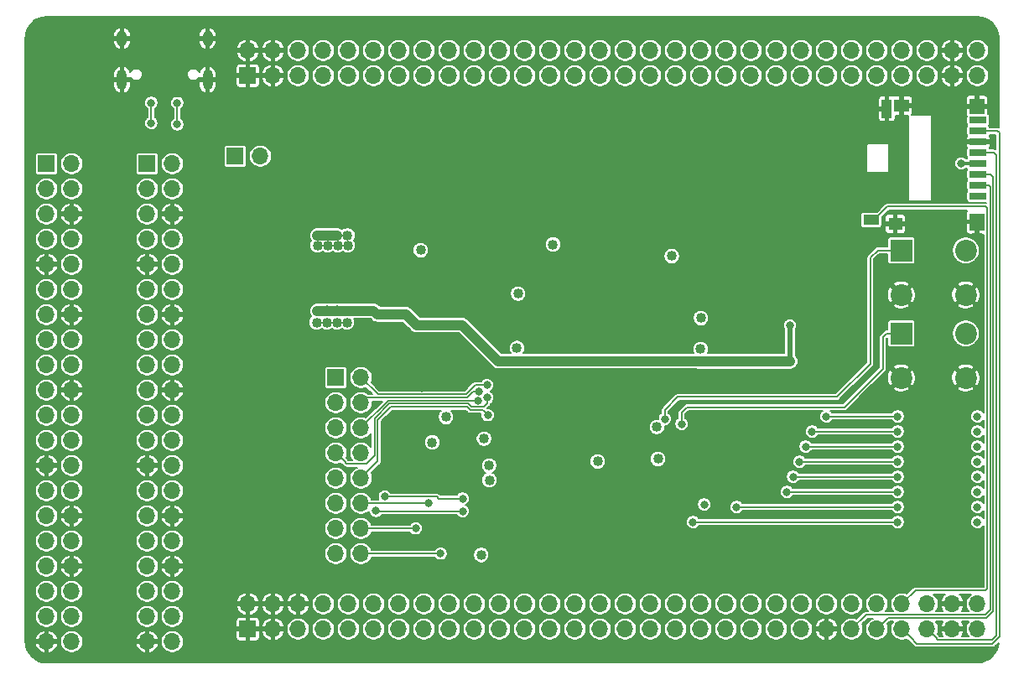
<source format=gbl>
G04 #@! TF.GenerationSoftware,KiCad,Pcbnew,5.1.5+dfsg1-2build2*
G04 #@! TF.CreationDate,2023-06-04T15:32:32-05:00*
G04 #@! TF.ProjectId,2057-ICE40HX4K-TQ144-breakout,32303537-2d49-4434-9534-304858344b2d,3.0*
G04 #@! TF.SameCoordinates,Original*
G04 #@! TF.FileFunction,Copper,L4,Bot*
G04 #@! TF.FilePolarity,Positive*
%FSLAX46Y46*%
G04 Gerber Fmt 4.6, Leading zero omitted, Abs format (unit mm)*
G04 Created by KiCad (PCBNEW 5.1.5+dfsg1-2build2) date 2023-06-04 15:32:32*
%MOMM*%
%LPD*%
G04 APERTURE LIST*
%ADD10O,1.000000X2.100000*%
%ADD11O,1.000000X1.600000*%
%ADD12R,1.750000X0.700000*%
%ADD13R,1.500000X1.600000*%
%ADD14R,1.500000X1.300000*%
%ADD15R,1.000000X1.950000*%
%ADD16R,1.400000X1.300000*%
%ADD17R,1.500000X1.800000*%
%ADD18R,1.550000X1.000000*%
%ADD19O,1.700000X1.700000*%
%ADD20R,1.700000X1.700000*%
%ADD21C,2.200000*%
%ADD22R,2.200000X2.200000*%
%ADD23C,0.800000*%
%ADD24C,1.016000*%
%ADD25C,0.152400*%
%ADD26C,1.016000*%
%ADD27C,0.330200*%
%ADD28C,0.254000*%
%ADD29C,0.508000*%
%ADD30C,0.203200*%
G04 APERTURE END LIST*
D10*
X43178000Y-44870000D03*
X51818000Y-44870000D03*
D11*
X51818000Y-40690000D03*
X43178000Y-40690000D03*
D12*
X129620000Y-48915000D03*
D13*
X129495000Y-47565000D03*
D14*
X121895000Y-47465000D03*
D15*
X120395000Y-47790000D03*
D16*
X121245000Y-59415000D03*
D12*
X129620000Y-50015000D03*
X129620000Y-51115000D03*
X129620000Y-52215000D03*
X129620000Y-53315000D03*
X129620000Y-54415000D03*
X129620000Y-55515000D03*
X129620000Y-56615000D03*
D17*
X129495000Y-59215000D03*
D18*
X118820000Y-59015000D03*
D19*
X67310000Y-92710000D03*
X64770000Y-92710000D03*
X67310000Y-90170000D03*
X64770000Y-90170000D03*
X67310000Y-87630000D03*
X64770000Y-87630000D03*
X67310000Y-85090000D03*
X64770000Y-85090000D03*
X67310000Y-82550000D03*
X64770000Y-82550000D03*
X67310000Y-80010000D03*
X64770000Y-80010000D03*
X67310000Y-77470000D03*
X64770000Y-77470000D03*
X67310000Y-74930000D03*
D20*
X64770000Y-74930000D03*
D21*
X121861000Y-74974000D03*
X128361000Y-74974000D03*
X128361000Y-70474000D03*
D22*
X121861000Y-70474000D03*
D21*
X121861000Y-66592000D03*
X128361000Y-66592000D03*
X128361000Y-62092000D03*
D22*
X121861000Y-62092000D03*
D19*
X129540000Y-41910000D03*
X129540000Y-44450000D03*
X127000000Y-41910000D03*
X127000000Y-44450000D03*
X124460000Y-41910000D03*
X124460000Y-44450000D03*
X121920000Y-41910000D03*
X121920000Y-44450000D03*
X119380000Y-41910000D03*
X119380000Y-44450000D03*
X116840000Y-41910000D03*
X116840000Y-44450000D03*
X114300000Y-41910000D03*
X114300000Y-44450000D03*
X111760000Y-41910000D03*
X111760000Y-44450000D03*
X109220000Y-41910000D03*
X109220000Y-44450000D03*
X106680000Y-41910000D03*
X106680000Y-44450000D03*
X104140000Y-41910000D03*
X104140000Y-44450000D03*
X101600000Y-41910000D03*
X101600000Y-44450000D03*
X99060000Y-41910000D03*
X99060000Y-44450000D03*
X96520000Y-41910000D03*
X96520000Y-44450000D03*
X93980000Y-41910000D03*
X93980000Y-44450000D03*
X91440000Y-41910000D03*
X91440000Y-44450000D03*
X88900000Y-41910000D03*
X88900000Y-44450000D03*
X86360000Y-41910000D03*
X86360000Y-44450000D03*
X83820000Y-41910000D03*
X83820000Y-44450000D03*
X81280000Y-41910000D03*
X81280000Y-44450000D03*
X78740000Y-41910000D03*
X78740000Y-44450000D03*
X76200000Y-41910000D03*
X76200000Y-44450000D03*
X73660000Y-41910000D03*
X73660000Y-44450000D03*
X71120000Y-41910000D03*
X71120000Y-44450000D03*
X68580000Y-41910000D03*
X68580000Y-44450000D03*
X66040000Y-41910000D03*
X66040000Y-44450000D03*
X63500000Y-41910000D03*
X63500000Y-44450000D03*
X60960000Y-41910000D03*
X60960000Y-44450000D03*
X58420000Y-41910000D03*
X58420000Y-44450000D03*
X55880000Y-41910000D03*
D20*
X55880000Y-44450000D03*
D19*
X57150000Y-52578000D03*
D20*
X54610000Y-52578000D03*
D19*
X38100000Y-101600000D03*
X35560000Y-101600000D03*
X38100000Y-99060000D03*
X35560000Y-99060000D03*
X38100000Y-96520000D03*
X35560000Y-96520000D03*
X38100000Y-93980000D03*
X35560000Y-93980000D03*
X38100000Y-91440000D03*
X35560000Y-91440000D03*
X38100000Y-88900000D03*
X35560000Y-88900000D03*
X38100000Y-86360000D03*
X35560000Y-86360000D03*
X38100000Y-83820000D03*
X35560000Y-83820000D03*
X38100000Y-81280000D03*
X35560000Y-81280000D03*
X38100000Y-78740000D03*
X35560000Y-78740000D03*
X38100000Y-76200000D03*
X35560000Y-76200000D03*
X38100000Y-73660000D03*
X35560000Y-73660000D03*
X38100000Y-71120000D03*
X35560000Y-71120000D03*
X38100000Y-68580000D03*
X35560000Y-68580000D03*
X38100000Y-66040000D03*
X35560000Y-66040000D03*
X38100000Y-63500000D03*
X35560000Y-63500000D03*
X38100000Y-60960000D03*
X35560000Y-60960000D03*
X38100000Y-58420000D03*
X35560000Y-58420000D03*
X38100000Y-55880000D03*
X35560000Y-55880000D03*
X38100000Y-53340000D03*
D20*
X35560000Y-53340000D03*
D19*
X48260000Y-101600000D03*
X45720000Y-101600000D03*
X48260000Y-99060000D03*
X45720000Y-99060000D03*
X48260000Y-96520000D03*
X45720000Y-96520000D03*
X48260000Y-93980000D03*
X45720000Y-93980000D03*
X48260000Y-91440000D03*
X45720000Y-91440000D03*
X48260000Y-88900000D03*
X45720000Y-88900000D03*
X48260000Y-86360000D03*
X45720000Y-86360000D03*
X48260000Y-83820000D03*
X45720000Y-83820000D03*
X48260000Y-81280000D03*
X45720000Y-81280000D03*
X48260000Y-78740000D03*
X45720000Y-78740000D03*
X48260000Y-76200000D03*
X45720000Y-76200000D03*
X48260000Y-73660000D03*
X45720000Y-73660000D03*
X48260000Y-71120000D03*
X45720000Y-71120000D03*
X48260000Y-68580000D03*
X45720000Y-68580000D03*
X48260000Y-66040000D03*
X45720000Y-66040000D03*
X48260000Y-63500000D03*
X45720000Y-63500000D03*
X48260000Y-60960000D03*
X45720000Y-60960000D03*
X48260000Y-58420000D03*
X45720000Y-58420000D03*
X48260000Y-55880000D03*
X45720000Y-55880000D03*
X48260000Y-53340000D03*
D20*
X45720000Y-53340000D03*
D19*
X129540000Y-97790000D03*
X129540000Y-100330000D03*
X127000000Y-97790000D03*
X127000000Y-100330000D03*
X124460000Y-97790000D03*
X124460000Y-100330000D03*
X121920000Y-97790000D03*
X121920000Y-100330000D03*
X119380000Y-97790000D03*
X119380000Y-100330000D03*
X116840000Y-97790000D03*
X116840000Y-100330000D03*
X114300000Y-97790000D03*
X114300000Y-100330000D03*
X111760000Y-97790000D03*
X111760000Y-100330000D03*
X109220000Y-97790000D03*
X109220000Y-100330000D03*
X106680000Y-97790000D03*
X106680000Y-100330000D03*
X104140000Y-97790000D03*
X104140000Y-100330000D03*
X101600000Y-97790000D03*
X101600000Y-100330000D03*
X99060000Y-97790000D03*
X99060000Y-100330000D03*
X96520000Y-97790000D03*
X96520000Y-100330000D03*
X93980000Y-97790000D03*
X93980000Y-100330000D03*
X91440000Y-97790000D03*
X91440000Y-100330000D03*
X88900000Y-97790000D03*
X88900000Y-100330000D03*
X86360000Y-97790000D03*
X86360000Y-100330000D03*
X83820000Y-97790000D03*
X83820000Y-100330000D03*
X81280000Y-97790000D03*
X81280000Y-100330000D03*
X78740000Y-97790000D03*
X78740000Y-100330000D03*
X76200000Y-97790000D03*
X76200000Y-100330000D03*
X73660000Y-97790000D03*
X73660000Y-100330000D03*
X71120000Y-97790000D03*
X71120000Y-100330000D03*
X68580000Y-97790000D03*
X68580000Y-100330000D03*
X66040000Y-97790000D03*
X66040000Y-100330000D03*
X63500000Y-97790000D03*
X63500000Y-100330000D03*
X60960000Y-97790000D03*
X60960000Y-100330000D03*
X58420000Y-97790000D03*
X58420000Y-100330000D03*
X55880000Y-97790000D03*
D20*
X55880000Y-100330000D03*
D23*
X127600000Y-58960000D03*
X119050000Y-60490000D03*
D24*
X62515100Y-91463600D03*
X69805100Y-81183600D03*
X69775100Y-75813600D03*
X73465100Y-78683600D03*
X74455100Y-78693600D03*
X73445100Y-75893600D03*
D23*
X84340000Y-79920000D03*
X83850000Y-85300000D03*
X83880000Y-83840000D03*
D24*
X83967680Y-74897360D03*
X109982000Y-63500000D03*
X113250000Y-60430000D03*
X101696520Y-63941960D03*
X101676200Y-67589400D03*
X108902500Y-63500000D03*
X71368920Y-59954160D03*
X79522320Y-60055760D03*
X76200000Y-61950600D03*
X111335820Y-74292460D03*
X108417360Y-79626460D03*
X93174820Y-87650320D03*
X91180920Y-87619840D03*
D23*
X88237060Y-54013100D03*
X86494620Y-53997860D03*
X98999040Y-54071520D03*
X99369880Y-58427620D03*
D24*
X97332800Y-87528400D03*
D23*
X103454200Y-87726520D03*
X77978000Y-81076800D03*
X94945200Y-58572400D03*
X63830200Y-64439800D03*
X65938400Y-64439800D03*
X61010800Y-56692800D03*
X59639200Y-56692800D03*
X58343800Y-56692800D03*
X56845200Y-56692800D03*
X60985400Y-64465200D03*
X59359800Y-64465200D03*
X58013600Y-64465200D03*
X56591200Y-64465200D03*
X55549800Y-78867000D03*
X55600600Y-81229200D03*
X90170000Y-79984600D03*
X98653600Y-80111600D03*
X99491800Y-61391800D03*
X94970600Y-61366400D03*
X73863200Y-68275200D03*
X83185000Y-69215000D03*
D24*
X100330000Y-70485000D03*
D23*
X74676000Y-66903600D03*
X83566000Y-64262000D03*
X118562120Y-48795940D03*
X116111020Y-48859440D03*
X113578640Y-50642520D03*
X121490000Y-53420000D03*
X107990640Y-47955200D03*
X110167420Y-47978060D03*
X102372160Y-53459380D03*
X110698280Y-53987700D03*
X80081120Y-47970440D03*
X79471520Y-52036980D03*
X76225400Y-52090320D03*
X82664300Y-52036980D03*
X62577980Y-58244740D03*
X63428880Y-58232040D03*
X64269620Y-58232040D03*
X62651640Y-65857120D03*
X63479680Y-65846960D03*
X64317880Y-65839340D03*
X50083720Y-72430640D03*
X50101500Y-83888580D03*
X50116740Y-84828380D03*
X49862740Y-97663000D03*
X49877980Y-100210620D03*
X70530000Y-67160000D03*
X69268340Y-66014600D03*
X94274640Y-79710280D03*
X96072960Y-79631540D03*
X104091740Y-95158560D03*
X104371140Y-80431640D03*
X102857300Y-80446880D03*
X106870500Y-79634080D03*
X106436160Y-95189040D03*
X118503700Y-92242640D03*
X118612920Y-77216000D03*
X119969280Y-77177900D03*
X121343420Y-77182980D03*
X97368360Y-95054420D03*
X93179900Y-93510100D03*
X90744040Y-93141800D03*
X115630960Y-40647620D03*
X105364280Y-40680640D03*
X95260160Y-40647620D03*
X85156040Y-40581580D03*
X74853800Y-40482520D03*
X64848740Y-40515540D03*
X69893180Y-101815900D03*
X80045560Y-101704140D03*
X90225880Y-101897180D03*
X100599240Y-101815900D03*
X110505240Y-101897180D03*
X120688100Y-101787960D03*
X109150260Y-66630521D03*
D24*
X82270000Y-88410000D03*
D23*
X83380000Y-61490000D03*
X86620000Y-71500000D03*
X90540000Y-71440000D03*
X95230000Y-71280000D03*
X99580000Y-75260000D03*
X94680000Y-75030000D03*
X90150000Y-74950000D03*
X86330000Y-74870000D03*
D24*
X83190000Y-78550000D03*
D23*
X67902771Y-64326249D03*
D24*
X75720000Y-72630002D03*
X74460000Y-75860000D03*
D23*
X127880000Y-51110000D03*
X122900000Y-59030000D03*
X131040000Y-51120000D03*
X108500000Y-53980000D03*
X106060000Y-52380000D03*
X103700000Y-53940000D03*
X106070000Y-55560000D03*
X36200000Y-40870000D03*
X34700000Y-43150000D03*
X37670000Y-43190000D03*
X36200000Y-45460000D03*
D24*
X63926720Y-61579760D03*
X64947800Y-61584840D03*
X65958720Y-61589920D03*
X62915800Y-61584840D03*
X65945100Y-60591540D03*
X75890000Y-78910000D03*
X83050000Y-71950000D03*
X79720000Y-81100000D03*
X73339960Y-62062360D03*
X86690000Y-61490000D03*
X83170000Y-66450000D03*
X98680000Y-62660000D03*
X64935100Y-60581540D03*
X63914020Y-60586620D03*
X91201240Y-83403440D03*
X62887860Y-60581540D03*
D23*
X101942900Y-87739220D03*
X129540000Y-78867000D03*
X129540000Y-80391000D03*
X129540000Y-81915000D03*
X129540000Y-83439000D03*
X129540000Y-84963000D03*
X129540000Y-86487000D03*
X129540000Y-88011000D03*
X129540000Y-89535000D03*
D24*
X101630000Y-68920000D03*
X101600000Y-72060000D03*
X97180000Y-79920000D03*
X79440000Y-92850000D03*
X80270000Y-85289998D03*
X80240000Y-83810000D03*
X97290000Y-83150000D03*
X74500000Y-81470000D03*
D23*
X127900000Y-53310000D03*
D24*
X65879980Y-69364860D03*
X64863980Y-69364860D03*
X63847980Y-69364860D03*
X62831980Y-69364860D03*
X65945100Y-68183600D03*
X84861400Y-73268840D03*
X88198960Y-73261220D03*
X93177360Y-73261220D03*
X101292660Y-73291700D03*
X64935100Y-68173600D03*
X63919100Y-68173600D03*
X62903100Y-68188840D03*
D23*
X110611920Y-69672200D03*
X72930000Y-69630000D03*
X80014305Y-75698365D03*
X79217493Y-76326975D03*
X121475500Y-78867000D03*
X114300000Y-78867000D03*
X121475500Y-80391000D03*
X112839500Y-80391000D03*
X121475500Y-81915000D03*
X112204500Y-81915000D03*
X121475500Y-83439000D03*
X111569500Y-83439000D03*
X121475500Y-84963000D03*
X110934500Y-84963000D03*
X121475500Y-86487000D03*
X110299500Y-86487000D03*
X121475500Y-88011000D03*
X105218601Y-88010101D03*
X121475500Y-89535000D03*
X100838000Y-89535000D03*
X99680000Y-79620000D03*
X97990000Y-79100000D03*
X80095765Y-78727732D03*
X77575000Y-88415000D03*
X68810000Y-88400000D03*
X79128226Y-77275194D03*
X80056849Y-76955576D03*
X77570000Y-87150000D03*
X69710000Y-86970000D03*
X72830000Y-90160000D03*
X75350000Y-92700000D03*
X74130000Y-87640000D03*
X48760000Y-47210000D03*
X48760000Y-49370000D03*
X46130000Y-47200000D03*
X46140000Y-49250000D03*
D25*
X63830200Y-64439800D02*
X65938400Y-64439800D01*
X61010800Y-56692800D02*
X59639200Y-56692800D01*
X58343800Y-56692800D02*
X56845200Y-56692800D01*
X60985400Y-64465200D02*
X59359800Y-64465200D01*
X58013600Y-64465200D02*
X56591200Y-64465200D01*
X127885000Y-51115000D02*
X127880000Y-51110000D01*
X129620000Y-51115000D02*
X127885000Y-51115000D01*
D26*
X62887860Y-60581540D02*
X64935100Y-60581540D01*
D25*
X127905000Y-53315000D02*
X127900000Y-53310000D01*
D27*
X129620000Y-53315000D02*
X127905000Y-53315000D01*
D26*
X101292660Y-73291700D02*
X110622080Y-73291700D01*
D28*
X110622080Y-73291700D02*
X110611920Y-73281540D01*
D29*
X110611920Y-73281540D02*
X110611920Y-70237885D01*
X110611920Y-70237885D02*
X110611920Y-69672200D01*
D26*
X68940000Y-68550000D02*
X68578840Y-68188840D01*
X72930000Y-69630000D02*
X71850000Y-68550000D01*
X68578840Y-68188840D02*
X62903100Y-68188840D01*
X71850000Y-68550000D02*
X68940000Y-68550000D01*
X77520000Y-69630000D02*
X72930000Y-69630000D01*
X81158840Y-73268840D02*
X77520000Y-69630000D01*
X101297740Y-73268840D02*
X81158840Y-73268840D01*
D25*
X78835235Y-75698365D02*
X80014305Y-75698365D01*
X77901800Y-76631800D02*
X78835235Y-75698365D01*
X67310000Y-74930000D02*
X69011800Y-76631800D01*
X69011800Y-76631800D02*
X77901800Y-76631800D01*
X67818044Y-76961956D02*
X67310000Y-77470000D01*
X78016827Y-76961956D02*
X67818044Y-76961956D01*
X79217493Y-76326975D02*
X78651808Y-76326975D01*
X78651808Y-76326975D02*
X78016827Y-76961956D01*
X118820000Y-59015000D02*
X119095000Y-59015000D01*
X123290000Y-96420000D02*
X121920000Y-97790000D01*
X130520000Y-57800000D02*
X130520000Y-96250000D01*
X130520000Y-96250000D02*
X130350000Y-96420000D01*
X130380000Y-57660000D02*
X130520000Y-57800000D01*
X120480000Y-57660000D02*
X130380000Y-57660000D01*
X130350000Y-96420000D02*
X123290000Y-96420000D01*
X119125000Y-59015000D02*
X120480000Y-57660000D01*
X118820000Y-59015000D02*
X119125000Y-59015000D01*
X125309999Y-101179999D02*
X124460000Y-100330000D01*
X131000333Y-101408601D02*
X125538601Y-101408601D01*
X125538601Y-101408601D02*
X125309999Y-101179999D01*
X131440001Y-100968933D02*
X131000333Y-101408601D01*
X131440001Y-52480001D02*
X131440001Y-100968933D01*
X131175000Y-52215000D02*
X131440001Y-52480001D01*
X129620000Y-52215000D02*
X131175000Y-52215000D01*
X123400000Y-101810000D02*
X122769999Y-101179999D01*
X131030000Y-101810000D02*
X123400000Y-101810000D01*
X122769999Y-101179999D02*
X121920000Y-100330000D01*
X131744812Y-101095188D02*
X131030000Y-101810000D01*
X131744812Y-50194812D02*
X131744812Y-101095188D01*
X131565000Y-50015000D02*
X131744812Y-50194812D01*
X129620000Y-50015000D02*
X131565000Y-50015000D01*
X120229999Y-99480001D02*
X119380000Y-100330000D01*
X120510000Y-99200000D02*
X120229999Y-99480001D01*
X130450000Y-99200000D02*
X120510000Y-99200000D01*
X131130000Y-98520000D02*
X130450000Y-99200000D01*
X131130000Y-54700000D02*
X131130000Y-98520000D01*
X130845000Y-54415000D02*
X131130000Y-54700000D01*
X129620000Y-54415000D02*
X130845000Y-54415000D01*
X121475500Y-78867000D02*
X114300000Y-78867000D01*
X116840000Y-100330000D02*
X118301399Y-98868601D01*
X118301399Y-98868601D02*
X130350333Y-98868601D01*
X130350333Y-98868601D02*
X130825189Y-98393745D01*
X130825189Y-98393745D02*
X130825189Y-55692789D01*
X130825189Y-55692789D02*
X130647400Y-55515000D01*
X130647400Y-55515000D02*
X129620000Y-55515000D01*
X121475500Y-80391000D02*
X112839500Y-80391000D01*
X121475500Y-81915000D02*
X112204500Y-81915000D01*
X121475500Y-83439000D02*
X111569500Y-83439000D01*
X121475500Y-84963000D02*
X110934500Y-84963000D01*
X121475500Y-86487000D02*
X110299500Y-86487000D01*
X121475500Y-88011000D02*
X105219500Y-88011000D01*
X105219500Y-88011000D02*
X105218601Y-88010101D01*
X121475500Y-89535000D02*
X100838000Y-89535000D01*
X99680000Y-78480000D02*
X99680000Y-79620000D01*
X100240000Y-77920000D02*
X99680000Y-78480000D01*
X116120000Y-77920000D02*
X100240000Y-77920000D01*
X120000000Y-74040000D02*
X116120000Y-77920000D01*
X120000000Y-70840000D02*
X120000000Y-74040000D01*
X120366000Y-70474000D02*
X120000000Y-70840000D01*
X121861000Y-70474000D02*
X120366000Y-70474000D01*
X97990000Y-78190000D02*
X97990000Y-79100000D01*
X99300000Y-76880000D02*
X97990000Y-78190000D01*
X115370000Y-76880000D02*
X99300000Y-76880000D01*
X118720000Y-73530000D02*
X115370000Y-76880000D01*
X118720000Y-62840000D02*
X118720000Y-73530000D01*
X119468000Y-62092000D02*
X118720000Y-62840000D01*
X121861000Y-62092000D02*
X119468000Y-62092000D01*
X78349354Y-78208607D02*
X79576640Y-78208607D01*
X78017136Y-77876389D02*
X78349354Y-78208607D01*
X79576640Y-78208607D02*
X79695766Y-78327733D01*
X70305743Y-77876389D02*
X78017136Y-77876389D01*
X79695766Y-78327733D02*
X80095765Y-78727732D01*
X68998223Y-79183909D02*
X70305743Y-77876389D01*
X68998223Y-83401777D02*
X68998223Y-79183909D01*
X67310000Y-85090000D02*
X68998223Y-83401777D01*
X68825000Y-88415000D02*
X68810000Y-88400000D01*
X77575000Y-88415000D02*
X68825000Y-88415000D01*
X78562541Y-77275194D02*
X79128226Y-77275194D01*
X78554114Y-77266767D02*
X78562541Y-77275194D01*
X70053233Y-77266767D02*
X78554114Y-77266767D01*
X67310000Y-80010000D02*
X70053233Y-77266767D01*
X65619999Y-83399999D02*
X64770000Y-82550000D01*
X67827729Y-83628601D02*
X65848601Y-83628601D01*
X68693412Y-82762918D02*
X67827729Y-83628601D01*
X68693412Y-79057654D02*
X68693412Y-82762918D01*
X65848601Y-83628601D02*
X65619999Y-83399999D01*
X78143392Y-77571578D02*
X70179488Y-77571578D01*
X78475610Y-77903796D02*
X78143392Y-77571578D01*
X79674314Y-77903796D02*
X78475610Y-77903796D01*
X80056849Y-77521261D02*
X79674314Y-77903796D01*
X70179488Y-77571578D02*
X68693412Y-79057654D01*
X80056849Y-76955576D02*
X80056849Y-77521261D01*
X77570000Y-87150000D02*
X75130000Y-87150000D01*
X74950000Y-86970000D02*
X69710000Y-86970000D01*
X75130000Y-87150000D02*
X74950000Y-86970000D01*
X67310000Y-90170000D02*
X72830000Y-90160000D01*
X75340000Y-92710000D02*
X75350000Y-92700000D01*
X67310000Y-92710000D02*
X75340000Y-92710000D01*
X67310000Y-87630000D02*
X73020000Y-87630000D01*
X73554315Y-87630000D02*
X73020000Y-87630000D01*
X73564315Y-87640000D02*
X73554315Y-87630000D01*
X74130000Y-87640000D02*
X73564315Y-87640000D01*
X48760000Y-47210000D02*
X48760000Y-49370000D01*
X46130000Y-49240000D02*
X46140000Y-49250000D01*
X46130000Y-47200000D02*
X46130000Y-49240000D01*
D30*
G36*
X129954037Y-38548945D02*
G01*
X130352310Y-38669191D01*
X130719639Y-38864503D01*
X131042033Y-39127441D01*
X131307219Y-39447997D01*
X131505090Y-39813952D01*
X131628112Y-40211370D01*
X131673600Y-40644160D01*
X131673600Y-49649800D01*
X131639689Y-49639513D01*
X131583713Y-49634000D01*
X131583710Y-49634000D01*
X131565000Y-49632157D01*
X131546290Y-49634000D01*
X130798221Y-49634000D01*
X130795389Y-49605249D01*
X130777960Y-49547794D01*
X130749658Y-49494843D01*
X130725166Y-49465000D01*
X130749658Y-49435157D01*
X130777960Y-49382206D01*
X130795389Y-49324751D01*
X130801274Y-49265000D01*
X130801274Y-48565000D01*
X130795389Y-48505249D01*
X130777960Y-48447794D01*
X130749658Y-48394843D01*
X130711568Y-48348432D01*
X130665157Y-48310342D01*
X130612206Y-48282040D01*
X130602056Y-48278961D01*
X130600600Y-47806300D01*
X130511700Y-47717400D01*
X129647400Y-47717400D01*
X129647400Y-47737400D01*
X129342600Y-47737400D01*
X129342600Y-47717400D01*
X128478300Y-47717400D01*
X128389400Y-47806300D01*
X128387679Y-48365000D01*
X128394545Y-48434710D01*
X128414878Y-48501741D01*
X128440276Y-48549258D01*
X128438726Y-48565000D01*
X128438726Y-49265000D01*
X128444611Y-49324751D01*
X128462040Y-49382206D01*
X128490342Y-49435157D01*
X128514834Y-49465000D01*
X128490342Y-49494843D01*
X128462040Y-49547794D01*
X128444611Y-49605249D01*
X128438726Y-49665000D01*
X128438726Y-50365000D01*
X128444611Y-50424751D01*
X128462040Y-50482206D01*
X128483742Y-50522808D01*
X128447898Y-50566483D01*
X128414878Y-50628259D01*
X128394545Y-50695290D01*
X128387679Y-50765000D01*
X128389400Y-50873700D01*
X128478300Y-50962600D01*
X129467600Y-50962600D01*
X129467600Y-50942600D01*
X129772400Y-50942600D01*
X129772400Y-50962600D01*
X130761700Y-50962600D01*
X130850600Y-50873700D01*
X130852321Y-50765000D01*
X130845455Y-50695290D01*
X130825122Y-50628259D01*
X130792102Y-50566483D01*
X130756258Y-50522808D01*
X130777960Y-50482206D01*
X130795389Y-50424751D01*
X130798221Y-50396000D01*
X131363812Y-50396000D01*
X131363812Y-51883911D01*
X131321508Y-51861299D01*
X131249689Y-51839513D01*
X131193713Y-51834000D01*
X131193710Y-51834000D01*
X131175000Y-51832157D01*
X131156290Y-51834000D01*
X130798221Y-51834000D01*
X130795389Y-51805249D01*
X130777960Y-51747794D01*
X130756258Y-51707192D01*
X130792102Y-51663517D01*
X130825122Y-51601741D01*
X130845455Y-51534710D01*
X130852321Y-51465000D01*
X130850600Y-51356300D01*
X130761700Y-51267400D01*
X129772400Y-51267400D01*
X129772400Y-51287400D01*
X129467600Y-51287400D01*
X129467600Y-51267400D01*
X128478300Y-51267400D01*
X128389400Y-51356300D01*
X128387679Y-51465000D01*
X128394545Y-51534710D01*
X128414878Y-51601741D01*
X128447898Y-51663517D01*
X128483742Y-51707192D01*
X128462040Y-51747794D01*
X128444611Y-51805249D01*
X128438726Y-51865000D01*
X128438726Y-52565000D01*
X128444611Y-52624751D01*
X128462040Y-52682206D01*
X128490342Y-52735157D01*
X128514834Y-52765000D01*
X128490342Y-52794843D01*
X128463480Y-52845100D01*
X128431838Y-52845100D01*
X128349284Y-52762546D01*
X128233848Y-52685415D01*
X128105583Y-52632285D01*
X127969417Y-52605200D01*
X127830583Y-52605200D01*
X127694417Y-52632285D01*
X127566152Y-52685415D01*
X127450716Y-52762546D01*
X127352546Y-52860716D01*
X127275415Y-52976152D01*
X127222285Y-53104417D01*
X127195200Y-53240583D01*
X127195200Y-53379417D01*
X127222285Y-53515583D01*
X127275415Y-53643848D01*
X127352546Y-53759284D01*
X127450716Y-53857454D01*
X127566152Y-53934585D01*
X127694417Y-53987715D01*
X127830583Y-54014800D01*
X127969417Y-54014800D01*
X128105583Y-53987715D01*
X128233848Y-53934585D01*
X128349284Y-53857454D01*
X128421838Y-53784900D01*
X128463480Y-53784900D01*
X128490342Y-53835157D01*
X128514834Y-53865000D01*
X128490342Y-53894843D01*
X128462040Y-53947794D01*
X128444611Y-54005249D01*
X128438726Y-54065000D01*
X128438726Y-54765000D01*
X128444611Y-54824751D01*
X128462040Y-54882206D01*
X128490342Y-54935157D01*
X128514834Y-54965000D01*
X128490342Y-54994843D01*
X128462040Y-55047794D01*
X128444611Y-55105249D01*
X128438726Y-55165000D01*
X128438726Y-55865000D01*
X128444611Y-55924751D01*
X128462040Y-55982206D01*
X128490342Y-56035157D01*
X128514834Y-56065000D01*
X128490342Y-56094843D01*
X128462040Y-56147794D01*
X128444611Y-56205249D01*
X128438726Y-56265000D01*
X128438726Y-56965000D01*
X128444611Y-57024751D01*
X128462040Y-57082206D01*
X128490342Y-57135157D01*
X128528432Y-57181568D01*
X128574843Y-57219658D01*
X128627794Y-57247960D01*
X128685249Y-57265389D01*
X128745000Y-57271274D01*
X130444190Y-57271274D01*
X130444190Y-57283479D01*
X130398713Y-57279000D01*
X130398710Y-57279000D01*
X130380000Y-57277157D01*
X130361290Y-57279000D01*
X120498702Y-57279000D01*
X120479999Y-57277158D01*
X120461296Y-57279000D01*
X120461287Y-57279000D01*
X120405311Y-57284513D01*
X120333492Y-57306299D01*
X120290359Y-57329355D01*
X120267303Y-57341678D01*
X120237972Y-57365750D01*
X120209289Y-57389289D01*
X120197359Y-57403826D01*
X119392460Y-58208726D01*
X118045000Y-58208726D01*
X117985249Y-58214611D01*
X117927794Y-58232040D01*
X117874843Y-58260342D01*
X117828432Y-58298432D01*
X117790342Y-58344843D01*
X117762040Y-58397794D01*
X117744611Y-58455249D01*
X117738726Y-58515000D01*
X117738726Y-59515000D01*
X117744611Y-59574751D01*
X117762040Y-59632206D01*
X117790342Y-59685157D01*
X117828432Y-59731568D01*
X117874843Y-59769658D01*
X117927794Y-59797960D01*
X117985249Y-59815389D01*
X118045000Y-59821274D01*
X119595000Y-59821274D01*
X119654751Y-59815389D01*
X119712206Y-59797960D01*
X119765157Y-59769658D01*
X119811568Y-59731568D01*
X119849658Y-59685157D01*
X119877960Y-59632206D01*
X119895389Y-59574751D01*
X119901274Y-59515000D01*
X119901274Y-58777540D01*
X119913814Y-58765000D01*
X120187679Y-58765000D01*
X120189400Y-59173700D01*
X120278300Y-59262600D01*
X121092600Y-59262600D01*
X121092600Y-58498300D01*
X121397400Y-58498300D01*
X121397400Y-59262600D01*
X122211700Y-59262600D01*
X122300600Y-59173700D01*
X122302321Y-58765000D01*
X122295455Y-58695290D01*
X122275122Y-58628259D01*
X122242102Y-58566483D01*
X122197664Y-58512336D01*
X122143517Y-58467898D01*
X122081741Y-58434878D01*
X122014710Y-58414545D01*
X121945000Y-58407679D01*
X121486300Y-58409400D01*
X121397400Y-58498300D01*
X121092600Y-58498300D01*
X121003700Y-58409400D01*
X120545000Y-58407679D01*
X120475290Y-58414545D01*
X120408259Y-58434878D01*
X120346483Y-58467898D01*
X120292336Y-58512336D01*
X120247898Y-58566483D01*
X120214878Y-58628259D01*
X120194545Y-58695290D01*
X120187679Y-58765000D01*
X119913814Y-58765000D01*
X120637815Y-58041000D01*
X128518334Y-58041000D01*
X128492336Y-58062336D01*
X128447898Y-58116483D01*
X128414878Y-58178259D01*
X128394545Y-58245290D01*
X128387679Y-58315000D01*
X128389400Y-58973700D01*
X128478300Y-59062600D01*
X129342600Y-59062600D01*
X129342600Y-59042600D01*
X129647400Y-59042600D01*
X129647400Y-59062600D01*
X129667400Y-59062600D01*
X129667400Y-59367400D01*
X129647400Y-59367400D01*
X129647400Y-60381700D01*
X129736300Y-60470600D01*
X130139000Y-60471962D01*
X130139001Y-78494862D01*
X130087454Y-78417716D01*
X129989284Y-78319546D01*
X129873848Y-78242415D01*
X129745583Y-78189285D01*
X129609417Y-78162200D01*
X129470583Y-78162200D01*
X129334417Y-78189285D01*
X129206152Y-78242415D01*
X129090716Y-78319546D01*
X128992546Y-78417716D01*
X128915415Y-78533152D01*
X128862285Y-78661417D01*
X128835200Y-78797583D01*
X128835200Y-78936417D01*
X128862285Y-79072583D01*
X128915415Y-79200848D01*
X128992546Y-79316284D01*
X129090716Y-79414454D01*
X129206152Y-79491585D01*
X129334417Y-79544715D01*
X129470583Y-79571800D01*
X129609417Y-79571800D01*
X129745583Y-79544715D01*
X129873848Y-79491585D01*
X129989284Y-79414454D01*
X130087454Y-79316284D01*
X130139001Y-79239138D01*
X130139001Y-80018862D01*
X130087454Y-79941716D01*
X129989284Y-79843546D01*
X129873848Y-79766415D01*
X129745583Y-79713285D01*
X129609417Y-79686200D01*
X129470583Y-79686200D01*
X129334417Y-79713285D01*
X129206152Y-79766415D01*
X129090716Y-79843546D01*
X128992546Y-79941716D01*
X128915415Y-80057152D01*
X128862285Y-80185417D01*
X128835200Y-80321583D01*
X128835200Y-80460417D01*
X128862285Y-80596583D01*
X128915415Y-80724848D01*
X128992546Y-80840284D01*
X129090716Y-80938454D01*
X129206152Y-81015585D01*
X129334417Y-81068715D01*
X129470583Y-81095800D01*
X129609417Y-81095800D01*
X129745583Y-81068715D01*
X129873848Y-81015585D01*
X129989284Y-80938454D01*
X130087454Y-80840284D01*
X130139001Y-80763138D01*
X130139001Y-81542862D01*
X130087454Y-81465716D01*
X129989284Y-81367546D01*
X129873848Y-81290415D01*
X129745583Y-81237285D01*
X129609417Y-81210200D01*
X129470583Y-81210200D01*
X129334417Y-81237285D01*
X129206152Y-81290415D01*
X129090716Y-81367546D01*
X128992546Y-81465716D01*
X128915415Y-81581152D01*
X128862285Y-81709417D01*
X128835200Y-81845583D01*
X128835200Y-81984417D01*
X128862285Y-82120583D01*
X128915415Y-82248848D01*
X128992546Y-82364284D01*
X129090716Y-82462454D01*
X129206152Y-82539585D01*
X129334417Y-82592715D01*
X129470583Y-82619800D01*
X129609417Y-82619800D01*
X129745583Y-82592715D01*
X129873848Y-82539585D01*
X129989284Y-82462454D01*
X130087454Y-82364284D01*
X130139001Y-82287138D01*
X130139001Y-83066862D01*
X130087454Y-82989716D01*
X129989284Y-82891546D01*
X129873848Y-82814415D01*
X129745583Y-82761285D01*
X129609417Y-82734200D01*
X129470583Y-82734200D01*
X129334417Y-82761285D01*
X129206152Y-82814415D01*
X129090716Y-82891546D01*
X128992546Y-82989716D01*
X128915415Y-83105152D01*
X128862285Y-83233417D01*
X128835200Y-83369583D01*
X128835200Y-83508417D01*
X128862285Y-83644583D01*
X128915415Y-83772848D01*
X128992546Y-83888284D01*
X129090716Y-83986454D01*
X129206152Y-84063585D01*
X129334417Y-84116715D01*
X129470583Y-84143800D01*
X129609417Y-84143800D01*
X129745583Y-84116715D01*
X129873848Y-84063585D01*
X129989284Y-83986454D01*
X130087454Y-83888284D01*
X130139001Y-83811138D01*
X130139001Y-84590862D01*
X130087454Y-84513716D01*
X129989284Y-84415546D01*
X129873848Y-84338415D01*
X129745583Y-84285285D01*
X129609417Y-84258200D01*
X129470583Y-84258200D01*
X129334417Y-84285285D01*
X129206152Y-84338415D01*
X129090716Y-84415546D01*
X128992546Y-84513716D01*
X128915415Y-84629152D01*
X128862285Y-84757417D01*
X128835200Y-84893583D01*
X128835200Y-85032417D01*
X128862285Y-85168583D01*
X128915415Y-85296848D01*
X128992546Y-85412284D01*
X129090716Y-85510454D01*
X129206152Y-85587585D01*
X129334417Y-85640715D01*
X129470583Y-85667800D01*
X129609417Y-85667800D01*
X129745583Y-85640715D01*
X129873848Y-85587585D01*
X129989284Y-85510454D01*
X130087454Y-85412284D01*
X130139001Y-85335138D01*
X130139001Y-86114862D01*
X130087454Y-86037716D01*
X129989284Y-85939546D01*
X129873848Y-85862415D01*
X129745583Y-85809285D01*
X129609417Y-85782200D01*
X129470583Y-85782200D01*
X129334417Y-85809285D01*
X129206152Y-85862415D01*
X129090716Y-85939546D01*
X128992546Y-86037716D01*
X128915415Y-86153152D01*
X128862285Y-86281417D01*
X128835200Y-86417583D01*
X128835200Y-86556417D01*
X128862285Y-86692583D01*
X128915415Y-86820848D01*
X128992546Y-86936284D01*
X129090716Y-87034454D01*
X129206152Y-87111585D01*
X129334417Y-87164715D01*
X129470583Y-87191800D01*
X129609417Y-87191800D01*
X129745583Y-87164715D01*
X129873848Y-87111585D01*
X129989284Y-87034454D01*
X130087454Y-86936284D01*
X130139001Y-86859138D01*
X130139001Y-87638862D01*
X130087454Y-87561716D01*
X129989284Y-87463546D01*
X129873848Y-87386415D01*
X129745583Y-87333285D01*
X129609417Y-87306200D01*
X129470583Y-87306200D01*
X129334417Y-87333285D01*
X129206152Y-87386415D01*
X129090716Y-87463546D01*
X128992546Y-87561716D01*
X128915415Y-87677152D01*
X128862285Y-87805417D01*
X128835200Y-87941583D01*
X128835200Y-88080417D01*
X128862285Y-88216583D01*
X128915415Y-88344848D01*
X128992546Y-88460284D01*
X129090716Y-88558454D01*
X129206152Y-88635585D01*
X129334417Y-88688715D01*
X129470583Y-88715800D01*
X129609417Y-88715800D01*
X129745583Y-88688715D01*
X129873848Y-88635585D01*
X129989284Y-88558454D01*
X130087454Y-88460284D01*
X130139001Y-88383138D01*
X130139001Y-89162862D01*
X130087454Y-89085716D01*
X129989284Y-88987546D01*
X129873848Y-88910415D01*
X129745583Y-88857285D01*
X129609417Y-88830200D01*
X129470583Y-88830200D01*
X129334417Y-88857285D01*
X129206152Y-88910415D01*
X129090716Y-88987546D01*
X128992546Y-89085716D01*
X128915415Y-89201152D01*
X128862285Y-89329417D01*
X128835200Y-89465583D01*
X128835200Y-89604417D01*
X128862285Y-89740583D01*
X128915415Y-89868848D01*
X128992546Y-89984284D01*
X129090716Y-90082454D01*
X129206152Y-90159585D01*
X129334417Y-90212715D01*
X129470583Y-90239800D01*
X129609417Y-90239800D01*
X129745583Y-90212715D01*
X129873848Y-90159585D01*
X129989284Y-90082454D01*
X130087454Y-89984284D01*
X130139001Y-89907138D01*
X130139001Y-96039000D01*
X123308710Y-96039000D01*
X123290000Y-96037157D01*
X123271290Y-96039000D01*
X123271287Y-96039000D01*
X123215311Y-96044513D01*
X123143492Y-96066299D01*
X123077303Y-96101678D01*
X123033824Y-96137360D01*
X123033821Y-96137363D01*
X123019289Y-96149289D01*
X123007363Y-96163821D01*
X122422846Y-96748339D01*
X122256843Y-96679578D01*
X122033738Y-96635200D01*
X121806262Y-96635200D01*
X121583157Y-96679578D01*
X121372997Y-96766629D01*
X121183858Y-96893008D01*
X121023008Y-97053858D01*
X120896629Y-97242997D01*
X120809578Y-97453157D01*
X120765200Y-97676262D01*
X120765200Y-97903738D01*
X120809578Y-98126843D01*
X120896629Y-98337003D01*
X120997256Y-98487601D01*
X120302744Y-98487601D01*
X120403371Y-98337003D01*
X120490422Y-98126843D01*
X120534800Y-97903738D01*
X120534800Y-97676262D01*
X120490422Y-97453157D01*
X120403371Y-97242997D01*
X120276992Y-97053858D01*
X120116142Y-96893008D01*
X119927003Y-96766629D01*
X119716843Y-96679578D01*
X119493738Y-96635200D01*
X119266262Y-96635200D01*
X119043157Y-96679578D01*
X118832997Y-96766629D01*
X118643858Y-96893008D01*
X118483008Y-97053858D01*
X118356629Y-97242997D01*
X118269578Y-97453157D01*
X118225200Y-97676262D01*
X118225200Y-97903738D01*
X118269578Y-98126843D01*
X118356629Y-98337003D01*
X118457256Y-98487601D01*
X118320101Y-98487601D01*
X118301398Y-98485759D01*
X118282695Y-98487601D01*
X118282686Y-98487601D01*
X118226710Y-98493114D01*
X118154891Y-98514900D01*
X118111758Y-98537956D01*
X118088702Y-98550279D01*
X118059371Y-98574351D01*
X118030688Y-98597890D01*
X118018759Y-98612426D01*
X117342847Y-99288339D01*
X117176843Y-99219578D01*
X116953738Y-99175200D01*
X116726262Y-99175200D01*
X116503157Y-99219578D01*
X116292997Y-99306629D01*
X116103858Y-99433008D01*
X115943008Y-99593858D01*
X115816629Y-99782997D01*
X115729578Y-99993157D01*
X115685200Y-100216262D01*
X115685200Y-100443738D01*
X115729578Y-100666843D01*
X115816629Y-100877003D01*
X115943008Y-101066142D01*
X116103858Y-101226992D01*
X116292997Y-101353371D01*
X116503157Y-101440422D01*
X116726262Y-101484800D01*
X116953738Y-101484800D01*
X117176843Y-101440422D01*
X117387003Y-101353371D01*
X117576142Y-101226992D01*
X117736992Y-101066142D01*
X117863371Y-100877003D01*
X117950422Y-100666843D01*
X117994800Y-100443738D01*
X117994800Y-100216262D01*
X117950422Y-99993157D01*
X117881661Y-99827153D01*
X118459214Y-99249601D01*
X118970675Y-99249601D01*
X118832997Y-99306629D01*
X118643858Y-99433008D01*
X118483008Y-99593858D01*
X118356629Y-99782997D01*
X118269578Y-99993157D01*
X118225200Y-100216262D01*
X118225200Y-100443738D01*
X118269578Y-100666843D01*
X118356629Y-100877003D01*
X118483008Y-101066142D01*
X118643858Y-101226992D01*
X118832997Y-101353371D01*
X119043157Y-101440422D01*
X119266262Y-101484800D01*
X119493738Y-101484800D01*
X119716843Y-101440422D01*
X119927003Y-101353371D01*
X120116142Y-101226992D01*
X120276992Y-101066142D01*
X120403371Y-100877003D01*
X120490422Y-100666843D01*
X120534800Y-100443738D01*
X120534800Y-100216262D01*
X120490422Y-99993157D01*
X120421661Y-99827154D01*
X120512638Y-99736177D01*
X120512642Y-99736172D01*
X120667815Y-99581000D01*
X121035866Y-99581000D01*
X121023008Y-99593858D01*
X120896629Y-99782997D01*
X120809578Y-99993157D01*
X120765200Y-100216262D01*
X120765200Y-100443738D01*
X120809578Y-100666843D01*
X120896629Y-100877003D01*
X121023008Y-101066142D01*
X121183858Y-101226992D01*
X121372997Y-101353371D01*
X121583157Y-101440422D01*
X121806262Y-101484800D01*
X122033738Y-101484800D01*
X122256843Y-101440422D01*
X122422846Y-101371661D01*
X122513823Y-101462638D01*
X122513828Y-101462642D01*
X123117359Y-102066174D01*
X123129289Y-102080711D01*
X123143824Y-102092639D01*
X123187303Y-102128322D01*
X123233880Y-102153218D01*
X123253492Y-102163701D01*
X123325311Y-102185487D01*
X123381287Y-102191000D01*
X123381290Y-102191000D01*
X123400000Y-102192843D01*
X123418710Y-102191000D01*
X131011290Y-102191000D01*
X131030000Y-102192843D01*
X131048710Y-102191000D01*
X131048713Y-102191000D01*
X131104689Y-102185487D01*
X131176508Y-102163701D01*
X131242696Y-102128322D01*
X131300711Y-102080711D01*
X131312646Y-102066168D01*
X131660002Y-101718813D01*
X131631055Y-102014035D01*
X131510809Y-102412311D01*
X131315497Y-102779639D01*
X131052559Y-103102033D01*
X130732003Y-103367219D01*
X130366047Y-103565091D01*
X129968630Y-103688112D01*
X129535841Y-103733600D01*
X35579872Y-103733600D01*
X35145965Y-103691055D01*
X34747689Y-103570809D01*
X34380361Y-103375497D01*
X34057967Y-103112559D01*
X33792781Y-102792003D01*
X33594909Y-102426047D01*
X33471888Y-102028630D01*
X33462322Y-101937608D01*
X34402635Y-101937608D01*
X34410115Y-101962289D01*
X34502889Y-102179659D01*
X34636287Y-102374753D01*
X34805183Y-102540074D01*
X35003086Y-102669268D01*
X35222391Y-102757371D01*
X35407600Y-102707036D01*
X35407600Y-101752400D01*
X35712400Y-101752400D01*
X35712400Y-102707036D01*
X35897609Y-102757371D01*
X36116914Y-102669268D01*
X36314817Y-102540074D01*
X36483713Y-102374753D01*
X36617111Y-102179659D01*
X36709885Y-101962289D01*
X36717365Y-101937608D01*
X36666252Y-101752400D01*
X35712400Y-101752400D01*
X35407600Y-101752400D01*
X34453748Y-101752400D01*
X34402635Y-101937608D01*
X33462322Y-101937608D01*
X33426400Y-101595841D01*
X33426400Y-101486262D01*
X36945200Y-101486262D01*
X36945200Y-101713738D01*
X36989578Y-101936843D01*
X37076629Y-102147003D01*
X37203008Y-102336142D01*
X37363858Y-102496992D01*
X37552997Y-102623371D01*
X37763157Y-102710422D01*
X37986262Y-102754800D01*
X38213738Y-102754800D01*
X38436843Y-102710422D01*
X38647003Y-102623371D01*
X38836142Y-102496992D01*
X38996992Y-102336142D01*
X39123371Y-102147003D01*
X39210105Y-101937608D01*
X44562635Y-101937608D01*
X44570115Y-101962289D01*
X44662889Y-102179659D01*
X44796287Y-102374753D01*
X44965183Y-102540074D01*
X45163086Y-102669268D01*
X45382391Y-102757371D01*
X45567600Y-102707036D01*
X45567600Y-101752400D01*
X45872400Y-101752400D01*
X45872400Y-102707036D01*
X46057609Y-102757371D01*
X46276914Y-102669268D01*
X46474817Y-102540074D01*
X46643713Y-102374753D01*
X46777111Y-102179659D01*
X46869885Y-101962289D01*
X46877365Y-101937608D01*
X46826252Y-101752400D01*
X45872400Y-101752400D01*
X45567600Y-101752400D01*
X44613748Y-101752400D01*
X44562635Y-101937608D01*
X39210105Y-101937608D01*
X39210422Y-101936843D01*
X39254800Y-101713738D01*
X39254800Y-101486262D01*
X47105200Y-101486262D01*
X47105200Y-101713738D01*
X47149578Y-101936843D01*
X47236629Y-102147003D01*
X47363008Y-102336142D01*
X47523858Y-102496992D01*
X47712997Y-102623371D01*
X47923157Y-102710422D01*
X48146262Y-102754800D01*
X48373738Y-102754800D01*
X48596843Y-102710422D01*
X48807003Y-102623371D01*
X48996142Y-102496992D01*
X49156992Y-102336142D01*
X49283371Y-102147003D01*
X49370422Y-101936843D01*
X49414800Y-101713738D01*
X49414800Y-101486262D01*
X49370422Y-101263157D01*
X49335978Y-101180000D01*
X54672679Y-101180000D01*
X54679545Y-101249710D01*
X54699878Y-101316741D01*
X54732898Y-101378517D01*
X54777336Y-101432664D01*
X54831483Y-101477102D01*
X54893259Y-101510122D01*
X54960290Y-101530455D01*
X55030000Y-101537321D01*
X55638700Y-101535600D01*
X55727600Y-101446700D01*
X55727600Y-100482400D01*
X56032400Y-100482400D01*
X56032400Y-101446700D01*
X56121300Y-101535600D01*
X56730000Y-101537321D01*
X56799710Y-101530455D01*
X56866741Y-101510122D01*
X56928517Y-101477102D01*
X56982664Y-101432664D01*
X57027102Y-101378517D01*
X57060122Y-101316741D01*
X57080455Y-101249710D01*
X57087321Y-101180000D01*
X57085873Y-100667609D01*
X57262629Y-100667609D01*
X57350732Y-100886914D01*
X57479926Y-101084817D01*
X57645247Y-101253713D01*
X57840341Y-101387111D01*
X58057711Y-101479885D01*
X58082392Y-101487365D01*
X58267600Y-101436252D01*
X58267600Y-100482400D01*
X58572400Y-100482400D01*
X58572400Y-101436252D01*
X58757608Y-101487365D01*
X58782289Y-101479885D01*
X58999659Y-101387111D01*
X59194753Y-101253713D01*
X59360074Y-101084817D01*
X59489268Y-100886914D01*
X59577371Y-100667609D01*
X59527036Y-100482400D01*
X58572400Y-100482400D01*
X58267600Y-100482400D01*
X57312964Y-100482400D01*
X57262629Y-100667609D01*
X57085873Y-100667609D01*
X57085600Y-100571300D01*
X56996700Y-100482400D01*
X56032400Y-100482400D01*
X55727600Y-100482400D01*
X54763300Y-100482400D01*
X54674400Y-100571300D01*
X54672679Y-101180000D01*
X49335978Y-101180000D01*
X49283371Y-101052997D01*
X49156992Y-100863858D01*
X48996142Y-100703008D01*
X48807003Y-100576629D01*
X48596843Y-100489578D01*
X48373738Y-100445200D01*
X48146262Y-100445200D01*
X47923157Y-100489578D01*
X47712997Y-100576629D01*
X47523858Y-100703008D01*
X47363008Y-100863858D01*
X47236629Y-101052997D01*
X47149578Y-101263157D01*
X47105200Y-101486262D01*
X39254800Y-101486262D01*
X39210422Y-101263157D01*
X39210106Y-101262392D01*
X44562635Y-101262392D01*
X44613748Y-101447600D01*
X45567600Y-101447600D01*
X45567600Y-100492964D01*
X45872400Y-100492964D01*
X45872400Y-101447600D01*
X46826252Y-101447600D01*
X46877365Y-101262392D01*
X46869885Y-101237711D01*
X46777111Y-101020341D01*
X46643713Y-100825247D01*
X46474817Y-100659926D01*
X46276914Y-100530732D01*
X46057609Y-100442629D01*
X45872400Y-100492964D01*
X45567600Y-100492964D01*
X45382391Y-100442629D01*
X45163086Y-100530732D01*
X44965183Y-100659926D01*
X44796287Y-100825247D01*
X44662889Y-101020341D01*
X44570115Y-101237711D01*
X44562635Y-101262392D01*
X39210106Y-101262392D01*
X39123371Y-101052997D01*
X38996992Y-100863858D01*
X38836142Y-100703008D01*
X38647003Y-100576629D01*
X38436843Y-100489578D01*
X38213738Y-100445200D01*
X37986262Y-100445200D01*
X37763157Y-100489578D01*
X37552997Y-100576629D01*
X37363858Y-100703008D01*
X37203008Y-100863858D01*
X37076629Y-101052997D01*
X36989578Y-101263157D01*
X36945200Y-101486262D01*
X33426400Y-101486262D01*
X33426400Y-101262392D01*
X34402635Y-101262392D01*
X34453748Y-101447600D01*
X35407600Y-101447600D01*
X35407600Y-100492964D01*
X35712400Y-100492964D01*
X35712400Y-101447600D01*
X36666252Y-101447600D01*
X36717365Y-101262392D01*
X36709885Y-101237711D01*
X36617111Y-101020341D01*
X36483713Y-100825247D01*
X36314817Y-100659926D01*
X36116914Y-100530732D01*
X35897609Y-100442629D01*
X35712400Y-100492964D01*
X35407600Y-100492964D01*
X35222391Y-100442629D01*
X35003086Y-100530732D01*
X34805183Y-100659926D01*
X34636287Y-100825247D01*
X34502889Y-101020341D01*
X34410115Y-101237711D01*
X34402635Y-101262392D01*
X33426400Y-101262392D01*
X33426400Y-100216262D01*
X59805200Y-100216262D01*
X59805200Y-100443738D01*
X59849578Y-100666843D01*
X59936629Y-100877003D01*
X60063008Y-101066142D01*
X60223858Y-101226992D01*
X60412997Y-101353371D01*
X60623157Y-101440422D01*
X60846262Y-101484800D01*
X61073738Y-101484800D01*
X61296843Y-101440422D01*
X61507003Y-101353371D01*
X61696142Y-101226992D01*
X61856992Y-101066142D01*
X61983371Y-100877003D01*
X62070422Y-100666843D01*
X62114800Y-100443738D01*
X62114800Y-100216262D01*
X62345200Y-100216262D01*
X62345200Y-100443738D01*
X62389578Y-100666843D01*
X62476629Y-100877003D01*
X62603008Y-101066142D01*
X62763858Y-101226992D01*
X62952997Y-101353371D01*
X63163157Y-101440422D01*
X63386262Y-101484800D01*
X63613738Y-101484800D01*
X63836843Y-101440422D01*
X64047003Y-101353371D01*
X64236142Y-101226992D01*
X64396992Y-101066142D01*
X64523371Y-100877003D01*
X64610422Y-100666843D01*
X64654800Y-100443738D01*
X64654800Y-100216262D01*
X64885200Y-100216262D01*
X64885200Y-100443738D01*
X64929578Y-100666843D01*
X65016629Y-100877003D01*
X65143008Y-101066142D01*
X65303858Y-101226992D01*
X65492997Y-101353371D01*
X65703157Y-101440422D01*
X65926262Y-101484800D01*
X66153738Y-101484800D01*
X66376843Y-101440422D01*
X66587003Y-101353371D01*
X66776142Y-101226992D01*
X66936992Y-101066142D01*
X67063371Y-100877003D01*
X67150422Y-100666843D01*
X67194800Y-100443738D01*
X67194800Y-100216262D01*
X67425200Y-100216262D01*
X67425200Y-100443738D01*
X67469578Y-100666843D01*
X67556629Y-100877003D01*
X67683008Y-101066142D01*
X67843858Y-101226992D01*
X68032997Y-101353371D01*
X68243157Y-101440422D01*
X68466262Y-101484800D01*
X68693738Y-101484800D01*
X68916843Y-101440422D01*
X69127003Y-101353371D01*
X69316142Y-101226992D01*
X69476992Y-101066142D01*
X69603371Y-100877003D01*
X69690422Y-100666843D01*
X69734800Y-100443738D01*
X69734800Y-100216262D01*
X69965200Y-100216262D01*
X69965200Y-100443738D01*
X70009578Y-100666843D01*
X70096629Y-100877003D01*
X70223008Y-101066142D01*
X70383858Y-101226992D01*
X70572997Y-101353371D01*
X70783157Y-101440422D01*
X71006262Y-101484800D01*
X71233738Y-101484800D01*
X71456843Y-101440422D01*
X71667003Y-101353371D01*
X71856142Y-101226992D01*
X72016992Y-101066142D01*
X72143371Y-100877003D01*
X72230422Y-100666843D01*
X72274800Y-100443738D01*
X72274800Y-100216262D01*
X72505200Y-100216262D01*
X72505200Y-100443738D01*
X72549578Y-100666843D01*
X72636629Y-100877003D01*
X72763008Y-101066142D01*
X72923858Y-101226992D01*
X73112997Y-101353371D01*
X73323157Y-101440422D01*
X73546262Y-101484800D01*
X73773738Y-101484800D01*
X73996843Y-101440422D01*
X74207003Y-101353371D01*
X74396142Y-101226992D01*
X74556992Y-101066142D01*
X74683371Y-100877003D01*
X74770422Y-100666843D01*
X74814800Y-100443738D01*
X74814800Y-100216262D01*
X75045200Y-100216262D01*
X75045200Y-100443738D01*
X75089578Y-100666843D01*
X75176629Y-100877003D01*
X75303008Y-101066142D01*
X75463858Y-101226992D01*
X75652997Y-101353371D01*
X75863157Y-101440422D01*
X76086262Y-101484800D01*
X76313738Y-101484800D01*
X76536843Y-101440422D01*
X76747003Y-101353371D01*
X76936142Y-101226992D01*
X77096992Y-101066142D01*
X77223371Y-100877003D01*
X77310422Y-100666843D01*
X77354800Y-100443738D01*
X77354800Y-100216262D01*
X77585200Y-100216262D01*
X77585200Y-100443738D01*
X77629578Y-100666843D01*
X77716629Y-100877003D01*
X77843008Y-101066142D01*
X78003858Y-101226992D01*
X78192997Y-101353371D01*
X78403157Y-101440422D01*
X78626262Y-101484800D01*
X78853738Y-101484800D01*
X79076843Y-101440422D01*
X79287003Y-101353371D01*
X79476142Y-101226992D01*
X79636992Y-101066142D01*
X79763371Y-100877003D01*
X79850422Y-100666843D01*
X79894800Y-100443738D01*
X79894800Y-100216262D01*
X80125200Y-100216262D01*
X80125200Y-100443738D01*
X80169578Y-100666843D01*
X80256629Y-100877003D01*
X80383008Y-101066142D01*
X80543858Y-101226992D01*
X80732997Y-101353371D01*
X80943157Y-101440422D01*
X81166262Y-101484800D01*
X81393738Y-101484800D01*
X81616843Y-101440422D01*
X81827003Y-101353371D01*
X82016142Y-101226992D01*
X82176992Y-101066142D01*
X82303371Y-100877003D01*
X82390422Y-100666843D01*
X82434800Y-100443738D01*
X82434800Y-100216262D01*
X82665200Y-100216262D01*
X82665200Y-100443738D01*
X82709578Y-100666843D01*
X82796629Y-100877003D01*
X82923008Y-101066142D01*
X83083858Y-101226992D01*
X83272997Y-101353371D01*
X83483157Y-101440422D01*
X83706262Y-101484800D01*
X83933738Y-101484800D01*
X84156843Y-101440422D01*
X84367003Y-101353371D01*
X84556142Y-101226992D01*
X84716992Y-101066142D01*
X84843371Y-100877003D01*
X84930422Y-100666843D01*
X84974800Y-100443738D01*
X84974800Y-100216262D01*
X85205200Y-100216262D01*
X85205200Y-100443738D01*
X85249578Y-100666843D01*
X85336629Y-100877003D01*
X85463008Y-101066142D01*
X85623858Y-101226992D01*
X85812997Y-101353371D01*
X86023157Y-101440422D01*
X86246262Y-101484800D01*
X86473738Y-101484800D01*
X86696843Y-101440422D01*
X86907003Y-101353371D01*
X87096142Y-101226992D01*
X87256992Y-101066142D01*
X87383371Y-100877003D01*
X87470422Y-100666843D01*
X87514800Y-100443738D01*
X87514800Y-100216262D01*
X87745200Y-100216262D01*
X87745200Y-100443738D01*
X87789578Y-100666843D01*
X87876629Y-100877003D01*
X88003008Y-101066142D01*
X88163858Y-101226992D01*
X88352997Y-101353371D01*
X88563157Y-101440422D01*
X88786262Y-101484800D01*
X89013738Y-101484800D01*
X89236843Y-101440422D01*
X89447003Y-101353371D01*
X89636142Y-101226992D01*
X89796992Y-101066142D01*
X89923371Y-100877003D01*
X90010422Y-100666843D01*
X90054800Y-100443738D01*
X90054800Y-100216262D01*
X90285200Y-100216262D01*
X90285200Y-100443738D01*
X90329578Y-100666843D01*
X90416629Y-100877003D01*
X90543008Y-101066142D01*
X90703858Y-101226992D01*
X90892997Y-101353371D01*
X91103157Y-101440422D01*
X91326262Y-101484800D01*
X91553738Y-101484800D01*
X91776843Y-101440422D01*
X91987003Y-101353371D01*
X92176142Y-101226992D01*
X92336992Y-101066142D01*
X92463371Y-100877003D01*
X92550422Y-100666843D01*
X92594800Y-100443738D01*
X92594800Y-100216262D01*
X92825200Y-100216262D01*
X92825200Y-100443738D01*
X92869578Y-100666843D01*
X92956629Y-100877003D01*
X93083008Y-101066142D01*
X93243858Y-101226992D01*
X93432997Y-101353371D01*
X93643157Y-101440422D01*
X93866262Y-101484800D01*
X94093738Y-101484800D01*
X94316843Y-101440422D01*
X94527003Y-101353371D01*
X94716142Y-101226992D01*
X94876992Y-101066142D01*
X95003371Y-100877003D01*
X95090422Y-100666843D01*
X95134800Y-100443738D01*
X95134800Y-100216262D01*
X95365200Y-100216262D01*
X95365200Y-100443738D01*
X95409578Y-100666843D01*
X95496629Y-100877003D01*
X95623008Y-101066142D01*
X95783858Y-101226992D01*
X95972997Y-101353371D01*
X96183157Y-101440422D01*
X96406262Y-101484800D01*
X96633738Y-101484800D01*
X96856843Y-101440422D01*
X97067003Y-101353371D01*
X97256142Y-101226992D01*
X97416992Y-101066142D01*
X97543371Y-100877003D01*
X97630422Y-100666843D01*
X97674800Y-100443738D01*
X97674800Y-100216262D01*
X97905200Y-100216262D01*
X97905200Y-100443738D01*
X97949578Y-100666843D01*
X98036629Y-100877003D01*
X98163008Y-101066142D01*
X98323858Y-101226992D01*
X98512997Y-101353371D01*
X98723157Y-101440422D01*
X98946262Y-101484800D01*
X99173738Y-101484800D01*
X99396843Y-101440422D01*
X99607003Y-101353371D01*
X99796142Y-101226992D01*
X99956992Y-101066142D01*
X100083371Y-100877003D01*
X100170422Y-100666843D01*
X100214800Y-100443738D01*
X100214800Y-100216262D01*
X100445200Y-100216262D01*
X100445200Y-100443738D01*
X100489578Y-100666843D01*
X100576629Y-100877003D01*
X100703008Y-101066142D01*
X100863858Y-101226992D01*
X101052997Y-101353371D01*
X101263157Y-101440422D01*
X101486262Y-101484800D01*
X101713738Y-101484800D01*
X101936843Y-101440422D01*
X102147003Y-101353371D01*
X102336142Y-101226992D01*
X102496992Y-101066142D01*
X102623371Y-100877003D01*
X102710422Y-100666843D01*
X102754800Y-100443738D01*
X102754800Y-100216262D01*
X102985200Y-100216262D01*
X102985200Y-100443738D01*
X103029578Y-100666843D01*
X103116629Y-100877003D01*
X103243008Y-101066142D01*
X103403858Y-101226992D01*
X103592997Y-101353371D01*
X103803157Y-101440422D01*
X104026262Y-101484800D01*
X104253738Y-101484800D01*
X104476843Y-101440422D01*
X104687003Y-101353371D01*
X104876142Y-101226992D01*
X105036992Y-101066142D01*
X105163371Y-100877003D01*
X105250422Y-100666843D01*
X105294800Y-100443738D01*
X105294800Y-100216262D01*
X105525200Y-100216262D01*
X105525200Y-100443738D01*
X105569578Y-100666843D01*
X105656629Y-100877003D01*
X105783008Y-101066142D01*
X105943858Y-101226992D01*
X106132997Y-101353371D01*
X106343157Y-101440422D01*
X106566262Y-101484800D01*
X106793738Y-101484800D01*
X107016843Y-101440422D01*
X107227003Y-101353371D01*
X107416142Y-101226992D01*
X107576992Y-101066142D01*
X107703371Y-100877003D01*
X107790422Y-100666843D01*
X107834800Y-100443738D01*
X107834800Y-100216262D01*
X108065200Y-100216262D01*
X108065200Y-100443738D01*
X108109578Y-100666843D01*
X108196629Y-100877003D01*
X108323008Y-101066142D01*
X108483858Y-101226992D01*
X108672997Y-101353371D01*
X108883157Y-101440422D01*
X109106262Y-101484800D01*
X109333738Y-101484800D01*
X109556843Y-101440422D01*
X109767003Y-101353371D01*
X109956142Y-101226992D01*
X110116992Y-101066142D01*
X110243371Y-100877003D01*
X110330422Y-100666843D01*
X110374800Y-100443738D01*
X110374800Y-100216262D01*
X110605200Y-100216262D01*
X110605200Y-100443738D01*
X110649578Y-100666843D01*
X110736629Y-100877003D01*
X110863008Y-101066142D01*
X111023858Y-101226992D01*
X111212997Y-101353371D01*
X111423157Y-101440422D01*
X111646262Y-101484800D01*
X111873738Y-101484800D01*
X112096843Y-101440422D01*
X112307003Y-101353371D01*
X112496142Y-101226992D01*
X112656992Y-101066142D01*
X112783371Y-100877003D01*
X112870104Y-100667609D01*
X113142629Y-100667609D01*
X113230732Y-100886914D01*
X113359926Y-101084817D01*
X113525247Y-101253713D01*
X113720341Y-101387111D01*
X113937711Y-101479885D01*
X113962392Y-101487365D01*
X114147600Y-101436252D01*
X114147600Y-100482400D01*
X114452400Y-100482400D01*
X114452400Y-101436252D01*
X114637608Y-101487365D01*
X114662289Y-101479885D01*
X114879659Y-101387111D01*
X115074753Y-101253713D01*
X115240074Y-101084817D01*
X115369268Y-100886914D01*
X115457371Y-100667609D01*
X115407036Y-100482400D01*
X114452400Y-100482400D01*
X114147600Y-100482400D01*
X113192964Y-100482400D01*
X113142629Y-100667609D01*
X112870104Y-100667609D01*
X112870422Y-100666843D01*
X112914800Y-100443738D01*
X112914800Y-100216262D01*
X112870422Y-99993157D01*
X112870105Y-99992391D01*
X113142629Y-99992391D01*
X113192964Y-100177600D01*
X114147600Y-100177600D01*
X114147600Y-99223748D01*
X114452400Y-99223748D01*
X114452400Y-100177600D01*
X115407036Y-100177600D01*
X115457371Y-99992391D01*
X115369268Y-99773086D01*
X115240074Y-99575183D01*
X115074753Y-99406287D01*
X114879659Y-99272889D01*
X114662289Y-99180115D01*
X114637608Y-99172635D01*
X114452400Y-99223748D01*
X114147600Y-99223748D01*
X113962392Y-99172635D01*
X113937711Y-99180115D01*
X113720341Y-99272889D01*
X113525247Y-99406287D01*
X113359926Y-99575183D01*
X113230732Y-99773086D01*
X113142629Y-99992391D01*
X112870105Y-99992391D01*
X112783371Y-99782997D01*
X112656992Y-99593858D01*
X112496142Y-99433008D01*
X112307003Y-99306629D01*
X112096843Y-99219578D01*
X111873738Y-99175200D01*
X111646262Y-99175200D01*
X111423157Y-99219578D01*
X111212997Y-99306629D01*
X111023858Y-99433008D01*
X110863008Y-99593858D01*
X110736629Y-99782997D01*
X110649578Y-99993157D01*
X110605200Y-100216262D01*
X110374800Y-100216262D01*
X110330422Y-99993157D01*
X110243371Y-99782997D01*
X110116992Y-99593858D01*
X109956142Y-99433008D01*
X109767003Y-99306629D01*
X109556843Y-99219578D01*
X109333738Y-99175200D01*
X109106262Y-99175200D01*
X108883157Y-99219578D01*
X108672997Y-99306629D01*
X108483858Y-99433008D01*
X108323008Y-99593858D01*
X108196629Y-99782997D01*
X108109578Y-99993157D01*
X108065200Y-100216262D01*
X107834800Y-100216262D01*
X107790422Y-99993157D01*
X107703371Y-99782997D01*
X107576992Y-99593858D01*
X107416142Y-99433008D01*
X107227003Y-99306629D01*
X107016843Y-99219578D01*
X106793738Y-99175200D01*
X106566262Y-99175200D01*
X106343157Y-99219578D01*
X106132997Y-99306629D01*
X105943858Y-99433008D01*
X105783008Y-99593858D01*
X105656629Y-99782997D01*
X105569578Y-99993157D01*
X105525200Y-100216262D01*
X105294800Y-100216262D01*
X105250422Y-99993157D01*
X105163371Y-99782997D01*
X105036992Y-99593858D01*
X104876142Y-99433008D01*
X104687003Y-99306629D01*
X104476843Y-99219578D01*
X104253738Y-99175200D01*
X104026262Y-99175200D01*
X103803157Y-99219578D01*
X103592997Y-99306629D01*
X103403858Y-99433008D01*
X103243008Y-99593858D01*
X103116629Y-99782997D01*
X103029578Y-99993157D01*
X102985200Y-100216262D01*
X102754800Y-100216262D01*
X102710422Y-99993157D01*
X102623371Y-99782997D01*
X102496992Y-99593858D01*
X102336142Y-99433008D01*
X102147003Y-99306629D01*
X101936843Y-99219578D01*
X101713738Y-99175200D01*
X101486262Y-99175200D01*
X101263157Y-99219578D01*
X101052997Y-99306629D01*
X100863858Y-99433008D01*
X100703008Y-99593858D01*
X100576629Y-99782997D01*
X100489578Y-99993157D01*
X100445200Y-100216262D01*
X100214800Y-100216262D01*
X100170422Y-99993157D01*
X100083371Y-99782997D01*
X99956992Y-99593858D01*
X99796142Y-99433008D01*
X99607003Y-99306629D01*
X99396843Y-99219578D01*
X99173738Y-99175200D01*
X98946262Y-99175200D01*
X98723157Y-99219578D01*
X98512997Y-99306629D01*
X98323858Y-99433008D01*
X98163008Y-99593858D01*
X98036629Y-99782997D01*
X97949578Y-99993157D01*
X97905200Y-100216262D01*
X97674800Y-100216262D01*
X97630422Y-99993157D01*
X97543371Y-99782997D01*
X97416992Y-99593858D01*
X97256142Y-99433008D01*
X97067003Y-99306629D01*
X96856843Y-99219578D01*
X96633738Y-99175200D01*
X96406262Y-99175200D01*
X96183157Y-99219578D01*
X95972997Y-99306629D01*
X95783858Y-99433008D01*
X95623008Y-99593858D01*
X95496629Y-99782997D01*
X95409578Y-99993157D01*
X95365200Y-100216262D01*
X95134800Y-100216262D01*
X95090422Y-99993157D01*
X95003371Y-99782997D01*
X94876992Y-99593858D01*
X94716142Y-99433008D01*
X94527003Y-99306629D01*
X94316843Y-99219578D01*
X94093738Y-99175200D01*
X93866262Y-99175200D01*
X93643157Y-99219578D01*
X93432997Y-99306629D01*
X93243858Y-99433008D01*
X93083008Y-99593858D01*
X92956629Y-99782997D01*
X92869578Y-99993157D01*
X92825200Y-100216262D01*
X92594800Y-100216262D01*
X92550422Y-99993157D01*
X92463371Y-99782997D01*
X92336992Y-99593858D01*
X92176142Y-99433008D01*
X91987003Y-99306629D01*
X91776843Y-99219578D01*
X91553738Y-99175200D01*
X91326262Y-99175200D01*
X91103157Y-99219578D01*
X90892997Y-99306629D01*
X90703858Y-99433008D01*
X90543008Y-99593858D01*
X90416629Y-99782997D01*
X90329578Y-99993157D01*
X90285200Y-100216262D01*
X90054800Y-100216262D01*
X90010422Y-99993157D01*
X89923371Y-99782997D01*
X89796992Y-99593858D01*
X89636142Y-99433008D01*
X89447003Y-99306629D01*
X89236843Y-99219578D01*
X89013738Y-99175200D01*
X88786262Y-99175200D01*
X88563157Y-99219578D01*
X88352997Y-99306629D01*
X88163858Y-99433008D01*
X88003008Y-99593858D01*
X87876629Y-99782997D01*
X87789578Y-99993157D01*
X87745200Y-100216262D01*
X87514800Y-100216262D01*
X87470422Y-99993157D01*
X87383371Y-99782997D01*
X87256992Y-99593858D01*
X87096142Y-99433008D01*
X86907003Y-99306629D01*
X86696843Y-99219578D01*
X86473738Y-99175200D01*
X86246262Y-99175200D01*
X86023157Y-99219578D01*
X85812997Y-99306629D01*
X85623858Y-99433008D01*
X85463008Y-99593858D01*
X85336629Y-99782997D01*
X85249578Y-99993157D01*
X85205200Y-100216262D01*
X84974800Y-100216262D01*
X84930422Y-99993157D01*
X84843371Y-99782997D01*
X84716992Y-99593858D01*
X84556142Y-99433008D01*
X84367003Y-99306629D01*
X84156843Y-99219578D01*
X83933738Y-99175200D01*
X83706262Y-99175200D01*
X83483157Y-99219578D01*
X83272997Y-99306629D01*
X83083858Y-99433008D01*
X82923008Y-99593858D01*
X82796629Y-99782997D01*
X82709578Y-99993157D01*
X82665200Y-100216262D01*
X82434800Y-100216262D01*
X82390422Y-99993157D01*
X82303371Y-99782997D01*
X82176992Y-99593858D01*
X82016142Y-99433008D01*
X81827003Y-99306629D01*
X81616843Y-99219578D01*
X81393738Y-99175200D01*
X81166262Y-99175200D01*
X80943157Y-99219578D01*
X80732997Y-99306629D01*
X80543858Y-99433008D01*
X80383008Y-99593858D01*
X80256629Y-99782997D01*
X80169578Y-99993157D01*
X80125200Y-100216262D01*
X79894800Y-100216262D01*
X79850422Y-99993157D01*
X79763371Y-99782997D01*
X79636992Y-99593858D01*
X79476142Y-99433008D01*
X79287003Y-99306629D01*
X79076843Y-99219578D01*
X78853738Y-99175200D01*
X78626262Y-99175200D01*
X78403157Y-99219578D01*
X78192997Y-99306629D01*
X78003858Y-99433008D01*
X77843008Y-99593858D01*
X77716629Y-99782997D01*
X77629578Y-99993157D01*
X77585200Y-100216262D01*
X77354800Y-100216262D01*
X77310422Y-99993157D01*
X77223371Y-99782997D01*
X77096992Y-99593858D01*
X76936142Y-99433008D01*
X76747003Y-99306629D01*
X76536843Y-99219578D01*
X76313738Y-99175200D01*
X76086262Y-99175200D01*
X75863157Y-99219578D01*
X75652997Y-99306629D01*
X75463858Y-99433008D01*
X75303008Y-99593858D01*
X75176629Y-99782997D01*
X75089578Y-99993157D01*
X75045200Y-100216262D01*
X74814800Y-100216262D01*
X74770422Y-99993157D01*
X74683371Y-99782997D01*
X74556992Y-99593858D01*
X74396142Y-99433008D01*
X74207003Y-99306629D01*
X73996843Y-99219578D01*
X73773738Y-99175200D01*
X73546262Y-99175200D01*
X73323157Y-99219578D01*
X73112997Y-99306629D01*
X72923858Y-99433008D01*
X72763008Y-99593858D01*
X72636629Y-99782997D01*
X72549578Y-99993157D01*
X72505200Y-100216262D01*
X72274800Y-100216262D01*
X72230422Y-99993157D01*
X72143371Y-99782997D01*
X72016992Y-99593858D01*
X71856142Y-99433008D01*
X71667003Y-99306629D01*
X71456843Y-99219578D01*
X71233738Y-99175200D01*
X71006262Y-99175200D01*
X70783157Y-99219578D01*
X70572997Y-99306629D01*
X70383858Y-99433008D01*
X70223008Y-99593858D01*
X70096629Y-99782997D01*
X70009578Y-99993157D01*
X69965200Y-100216262D01*
X69734800Y-100216262D01*
X69690422Y-99993157D01*
X69603371Y-99782997D01*
X69476992Y-99593858D01*
X69316142Y-99433008D01*
X69127003Y-99306629D01*
X68916843Y-99219578D01*
X68693738Y-99175200D01*
X68466262Y-99175200D01*
X68243157Y-99219578D01*
X68032997Y-99306629D01*
X67843858Y-99433008D01*
X67683008Y-99593858D01*
X67556629Y-99782997D01*
X67469578Y-99993157D01*
X67425200Y-100216262D01*
X67194800Y-100216262D01*
X67150422Y-99993157D01*
X67063371Y-99782997D01*
X66936992Y-99593858D01*
X66776142Y-99433008D01*
X66587003Y-99306629D01*
X66376843Y-99219578D01*
X66153738Y-99175200D01*
X65926262Y-99175200D01*
X65703157Y-99219578D01*
X65492997Y-99306629D01*
X65303858Y-99433008D01*
X65143008Y-99593858D01*
X65016629Y-99782997D01*
X64929578Y-99993157D01*
X64885200Y-100216262D01*
X64654800Y-100216262D01*
X64610422Y-99993157D01*
X64523371Y-99782997D01*
X64396992Y-99593858D01*
X64236142Y-99433008D01*
X64047003Y-99306629D01*
X63836843Y-99219578D01*
X63613738Y-99175200D01*
X63386262Y-99175200D01*
X63163157Y-99219578D01*
X62952997Y-99306629D01*
X62763858Y-99433008D01*
X62603008Y-99593858D01*
X62476629Y-99782997D01*
X62389578Y-99993157D01*
X62345200Y-100216262D01*
X62114800Y-100216262D01*
X62070422Y-99993157D01*
X61983371Y-99782997D01*
X61856992Y-99593858D01*
X61696142Y-99433008D01*
X61507003Y-99306629D01*
X61296843Y-99219578D01*
X61073738Y-99175200D01*
X60846262Y-99175200D01*
X60623157Y-99219578D01*
X60412997Y-99306629D01*
X60223858Y-99433008D01*
X60063008Y-99593858D01*
X59936629Y-99782997D01*
X59849578Y-99993157D01*
X59805200Y-100216262D01*
X33426400Y-100216262D01*
X33426400Y-98946262D01*
X34405200Y-98946262D01*
X34405200Y-99173738D01*
X34449578Y-99396843D01*
X34536629Y-99607003D01*
X34663008Y-99796142D01*
X34823858Y-99956992D01*
X35012997Y-100083371D01*
X35223157Y-100170422D01*
X35446262Y-100214800D01*
X35673738Y-100214800D01*
X35896843Y-100170422D01*
X36107003Y-100083371D01*
X36296142Y-99956992D01*
X36456992Y-99796142D01*
X36583371Y-99607003D01*
X36670422Y-99396843D01*
X36714800Y-99173738D01*
X36714800Y-98946262D01*
X36945200Y-98946262D01*
X36945200Y-99173738D01*
X36989578Y-99396843D01*
X37076629Y-99607003D01*
X37203008Y-99796142D01*
X37363858Y-99956992D01*
X37552997Y-100083371D01*
X37763157Y-100170422D01*
X37986262Y-100214800D01*
X38213738Y-100214800D01*
X38436843Y-100170422D01*
X38647003Y-100083371D01*
X38836142Y-99956992D01*
X38996992Y-99796142D01*
X39123371Y-99607003D01*
X39210422Y-99396843D01*
X39254800Y-99173738D01*
X39254800Y-98946262D01*
X44565200Y-98946262D01*
X44565200Y-99173738D01*
X44609578Y-99396843D01*
X44696629Y-99607003D01*
X44823008Y-99796142D01*
X44983858Y-99956992D01*
X45172997Y-100083371D01*
X45383157Y-100170422D01*
X45606262Y-100214800D01*
X45833738Y-100214800D01*
X46056843Y-100170422D01*
X46267003Y-100083371D01*
X46456142Y-99956992D01*
X46616992Y-99796142D01*
X46743371Y-99607003D01*
X46830422Y-99396843D01*
X46874800Y-99173738D01*
X46874800Y-98946262D01*
X47105200Y-98946262D01*
X47105200Y-99173738D01*
X47149578Y-99396843D01*
X47236629Y-99607003D01*
X47363008Y-99796142D01*
X47523858Y-99956992D01*
X47712997Y-100083371D01*
X47923157Y-100170422D01*
X48146262Y-100214800D01*
X48373738Y-100214800D01*
X48596843Y-100170422D01*
X48807003Y-100083371D01*
X48996142Y-99956992D01*
X49156992Y-99796142D01*
X49283371Y-99607003D01*
X49335977Y-99480000D01*
X54672679Y-99480000D01*
X54674400Y-100088700D01*
X54763300Y-100177600D01*
X55727600Y-100177600D01*
X55727600Y-99213300D01*
X56032400Y-99213300D01*
X56032400Y-100177600D01*
X56996700Y-100177600D01*
X57085600Y-100088700D01*
X57085872Y-99992391D01*
X57262629Y-99992391D01*
X57312964Y-100177600D01*
X58267600Y-100177600D01*
X58267600Y-99223748D01*
X58572400Y-99223748D01*
X58572400Y-100177600D01*
X59527036Y-100177600D01*
X59577371Y-99992391D01*
X59489268Y-99773086D01*
X59360074Y-99575183D01*
X59194753Y-99406287D01*
X58999659Y-99272889D01*
X58782289Y-99180115D01*
X58757608Y-99172635D01*
X58572400Y-99223748D01*
X58267600Y-99223748D01*
X58082392Y-99172635D01*
X58057711Y-99180115D01*
X57840341Y-99272889D01*
X57645247Y-99406287D01*
X57479926Y-99575183D01*
X57350732Y-99773086D01*
X57262629Y-99992391D01*
X57085872Y-99992391D01*
X57087321Y-99480000D01*
X57080455Y-99410290D01*
X57060122Y-99343259D01*
X57027102Y-99281483D01*
X56982664Y-99227336D01*
X56928517Y-99182898D01*
X56866741Y-99149878D01*
X56799710Y-99129545D01*
X56730000Y-99122679D01*
X56121300Y-99124400D01*
X56032400Y-99213300D01*
X55727600Y-99213300D01*
X55638700Y-99124400D01*
X55030000Y-99122679D01*
X54960290Y-99129545D01*
X54893259Y-99149878D01*
X54831483Y-99182898D01*
X54777336Y-99227336D01*
X54732898Y-99281483D01*
X54699878Y-99343259D01*
X54679545Y-99410290D01*
X54672679Y-99480000D01*
X49335977Y-99480000D01*
X49370422Y-99396843D01*
X49414800Y-99173738D01*
X49414800Y-98946262D01*
X49370422Y-98723157D01*
X49283371Y-98512997D01*
X49156992Y-98323858D01*
X48996142Y-98163008D01*
X48943164Y-98127609D01*
X54722629Y-98127609D01*
X54810732Y-98346914D01*
X54939926Y-98544817D01*
X55105247Y-98713713D01*
X55300341Y-98847111D01*
X55517711Y-98939885D01*
X55542392Y-98947365D01*
X55727600Y-98896252D01*
X55727600Y-97942400D01*
X56032400Y-97942400D01*
X56032400Y-98896252D01*
X56217608Y-98947365D01*
X56242289Y-98939885D01*
X56459659Y-98847111D01*
X56654753Y-98713713D01*
X56820074Y-98544817D01*
X56949268Y-98346914D01*
X57037371Y-98127609D01*
X57262629Y-98127609D01*
X57350732Y-98346914D01*
X57479926Y-98544817D01*
X57645247Y-98713713D01*
X57840341Y-98847111D01*
X58057711Y-98939885D01*
X58082392Y-98947365D01*
X58267600Y-98896252D01*
X58267600Y-97942400D01*
X58572400Y-97942400D01*
X58572400Y-98896252D01*
X58757608Y-98947365D01*
X58782289Y-98939885D01*
X58999659Y-98847111D01*
X59194753Y-98713713D01*
X59360074Y-98544817D01*
X59489268Y-98346914D01*
X59577371Y-98127609D01*
X59802629Y-98127609D01*
X59890732Y-98346914D01*
X60019926Y-98544817D01*
X60185247Y-98713713D01*
X60380341Y-98847111D01*
X60597711Y-98939885D01*
X60622392Y-98947365D01*
X60807600Y-98896252D01*
X60807600Y-97942400D01*
X61112400Y-97942400D01*
X61112400Y-98896252D01*
X61297608Y-98947365D01*
X61322289Y-98939885D01*
X61539659Y-98847111D01*
X61734753Y-98713713D01*
X61900074Y-98544817D01*
X62029268Y-98346914D01*
X62117371Y-98127609D01*
X62067036Y-97942400D01*
X61112400Y-97942400D01*
X60807600Y-97942400D01*
X59852964Y-97942400D01*
X59802629Y-98127609D01*
X59577371Y-98127609D01*
X59527036Y-97942400D01*
X58572400Y-97942400D01*
X58267600Y-97942400D01*
X57312964Y-97942400D01*
X57262629Y-98127609D01*
X57037371Y-98127609D01*
X56987036Y-97942400D01*
X56032400Y-97942400D01*
X55727600Y-97942400D01*
X54772964Y-97942400D01*
X54722629Y-98127609D01*
X48943164Y-98127609D01*
X48807003Y-98036629D01*
X48596843Y-97949578D01*
X48373738Y-97905200D01*
X48146262Y-97905200D01*
X47923157Y-97949578D01*
X47712997Y-98036629D01*
X47523858Y-98163008D01*
X47363008Y-98323858D01*
X47236629Y-98512997D01*
X47149578Y-98723157D01*
X47105200Y-98946262D01*
X46874800Y-98946262D01*
X46830422Y-98723157D01*
X46743371Y-98512997D01*
X46616992Y-98323858D01*
X46456142Y-98163008D01*
X46267003Y-98036629D01*
X46056843Y-97949578D01*
X45833738Y-97905200D01*
X45606262Y-97905200D01*
X45383157Y-97949578D01*
X45172997Y-98036629D01*
X44983858Y-98163008D01*
X44823008Y-98323858D01*
X44696629Y-98512997D01*
X44609578Y-98723157D01*
X44565200Y-98946262D01*
X39254800Y-98946262D01*
X39210422Y-98723157D01*
X39123371Y-98512997D01*
X38996992Y-98323858D01*
X38836142Y-98163008D01*
X38647003Y-98036629D01*
X38436843Y-97949578D01*
X38213738Y-97905200D01*
X37986262Y-97905200D01*
X37763157Y-97949578D01*
X37552997Y-98036629D01*
X37363858Y-98163008D01*
X37203008Y-98323858D01*
X37076629Y-98512997D01*
X36989578Y-98723157D01*
X36945200Y-98946262D01*
X36714800Y-98946262D01*
X36670422Y-98723157D01*
X36583371Y-98512997D01*
X36456992Y-98323858D01*
X36296142Y-98163008D01*
X36107003Y-98036629D01*
X35896843Y-97949578D01*
X35673738Y-97905200D01*
X35446262Y-97905200D01*
X35223157Y-97949578D01*
X35012997Y-98036629D01*
X34823858Y-98163008D01*
X34663008Y-98323858D01*
X34536629Y-98512997D01*
X34449578Y-98723157D01*
X34405200Y-98946262D01*
X33426400Y-98946262D01*
X33426400Y-97676262D01*
X62345200Y-97676262D01*
X62345200Y-97903738D01*
X62389578Y-98126843D01*
X62476629Y-98337003D01*
X62603008Y-98526142D01*
X62763858Y-98686992D01*
X62952997Y-98813371D01*
X63163157Y-98900422D01*
X63386262Y-98944800D01*
X63613738Y-98944800D01*
X63836843Y-98900422D01*
X64047003Y-98813371D01*
X64236142Y-98686992D01*
X64396992Y-98526142D01*
X64523371Y-98337003D01*
X64610422Y-98126843D01*
X64654800Y-97903738D01*
X64654800Y-97676262D01*
X64885200Y-97676262D01*
X64885200Y-97903738D01*
X64929578Y-98126843D01*
X65016629Y-98337003D01*
X65143008Y-98526142D01*
X65303858Y-98686992D01*
X65492997Y-98813371D01*
X65703157Y-98900422D01*
X65926262Y-98944800D01*
X66153738Y-98944800D01*
X66376843Y-98900422D01*
X66587003Y-98813371D01*
X66776142Y-98686992D01*
X66936992Y-98526142D01*
X67063371Y-98337003D01*
X67150422Y-98126843D01*
X67194800Y-97903738D01*
X67194800Y-97676262D01*
X67425200Y-97676262D01*
X67425200Y-97903738D01*
X67469578Y-98126843D01*
X67556629Y-98337003D01*
X67683008Y-98526142D01*
X67843858Y-98686992D01*
X68032997Y-98813371D01*
X68243157Y-98900422D01*
X68466262Y-98944800D01*
X68693738Y-98944800D01*
X68916843Y-98900422D01*
X69127003Y-98813371D01*
X69316142Y-98686992D01*
X69476992Y-98526142D01*
X69603371Y-98337003D01*
X69690422Y-98126843D01*
X69734800Y-97903738D01*
X69734800Y-97676262D01*
X69965200Y-97676262D01*
X69965200Y-97903738D01*
X70009578Y-98126843D01*
X70096629Y-98337003D01*
X70223008Y-98526142D01*
X70383858Y-98686992D01*
X70572997Y-98813371D01*
X70783157Y-98900422D01*
X71006262Y-98944800D01*
X71233738Y-98944800D01*
X71456843Y-98900422D01*
X71667003Y-98813371D01*
X71856142Y-98686992D01*
X72016992Y-98526142D01*
X72143371Y-98337003D01*
X72230422Y-98126843D01*
X72274800Y-97903738D01*
X72274800Y-97676262D01*
X72505200Y-97676262D01*
X72505200Y-97903738D01*
X72549578Y-98126843D01*
X72636629Y-98337003D01*
X72763008Y-98526142D01*
X72923858Y-98686992D01*
X73112997Y-98813371D01*
X73323157Y-98900422D01*
X73546262Y-98944800D01*
X73773738Y-98944800D01*
X73996843Y-98900422D01*
X74207003Y-98813371D01*
X74396142Y-98686992D01*
X74556992Y-98526142D01*
X74683371Y-98337003D01*
X74770422Y-98126843D01*
X74814800Y-97903738D01*
X74814800Y-97676262D01*
X75045200Y-97676262D01*
X75045200Y-97903738D01*
X75089578Y-98126843D01*
X75176629Y-98337003D01*
X75303008Y-98526142D01*
X75463858Y-98686992D01*
X75652997Y-98813371D01*
X75863157Y-98900422D01*
X76086262Y-98944800D01*
X76313738Y-98944800D01*
X76536843Y-98900422D01*
X76747003Y-98813371D01*
X76936142Y-98686992D01*
X77096992Y-98526142D01*
X77223371Y-98337003D01*
X77310422Y-98126843D01*
X77354800Y-97903738D01*
X77354800Y-97676262D01*
X77585200Y-97676262D01*
X77585200Y-97903738D01*
X77629578Y-98126843D01*
X77716629Y-98337003D01*
X77843008Y-98526142D01*
X78003858Y-98686992D01*
X78192997Y-98813371D01*
X78403157Y-98900422D01*
X78626262Y-98944800D01*
X78853738Y-98944800D01*
X79076843Y-98900422D01*
X79287003Y-98813371D01*
X79476142Y-98686992D01*
X79636992Y-98526142D01*
X79763371Y-98337003D01*
X79850422Y-98126843D01*
X79894800Y-97903738D01*
X79894800Y-97676262D01*
X80125200Y-97676262D01*
X80125200Y-97903738D01*
X80169578Y-98126843D01*
X80256629Y-98337003D01*
X80383008Y-98526142D01*
X80543858Y-98686992D01*
X80732997Y-98813371D01*
X80943157Y-98900422D01*
X81166262Y-98944800D01*
X81393738Y-98944800D01*
X81616843Y-98900422D01*
X81827003Y-98813371D01*
X82016142Y-98686992D01*
X82176992Y-98526142D01*
X82303371Y-98337003D01*
X82390422Y-98126843D01*
X82434800Y-97903738D01*
X82434800Y-97676262D01*
X82665200Y-97676262D01*
X82665200Y-97903738D01*
X82709578Y-98126843D01*
X82796629Y-98337003D01*
X82923008Y-98526142D01*
X83083858Y-98686992D01*
X83272997Y-98813371D01*
X83483157Y-98900422D01*
X83706262Y-98944800D01*
X83933738Y-98944800D01*
X84156843Y-98900422D01*
X84367003Y-98813371D01*
X84556142Y-98686992D01*
X84716992Y-98526142D01*
X84843371Y-98337003D01*
X84930422Y-98126843D01*
X84974800Y-97903738D01*
X84974800Y-97676262D01*
X85205200Y-97676262D01*
X85205200Y-97903738D01*
X85249578Y-98126843D01*
X85336629Y-98337003D01*
X85463008Y-98526142D01*
X85623858Y-98686992D01*
X85812997Y-98813371D01*
X86023157Y-98900422D01*
X86246262Y-98944800D01*
X86473738Y-98944800D01*
X86696843Y-98900422D01*
X86907003Y-98813371D01*
X87096142Y-98686992D01*
X87256992Y-98526142D01*
X87383371Y-98337003D01*
X87470422Y-98126843D01*
X87514800Y-97903738D01*
X87514800Y-97676262D01*
X87745200Y-97676262D01*
X87745200Y-97903738D01*
X87789578Y-98126843D01*
X87876629Y-98337003D01*
X88003008Y-98526142D01*
X88163858Y-98686992D01*
X88352997Y-98813371D01*
X88563157Y-98900422D01*
X88786262Y-98944800D01*
X89013738Y-98944800D01*
X89236843Y-98900422D01*
X89447003Y-98813371D01*
X89636142Y-98686992D01*
X89796992Y-98526142D01*
X89923371Y-98337003D01*
X90010422Y-98126843D01*
X90054800Y-97903738D01*
X90054800Y-97676262D01*
X90285200Y-97676262D01*
X90285200Y-97903738D01*
X90329578Y-98126843D01*
X90416629Y-98337003D01*
X90543008Y-98526142D01*
X90703858Y-98686992D01*
X90892997Y-98813371D01*
X91103157Y-98900422D01*
X91326262Y-98944800D01*
X91553738Y-98944800D01*
X91776843Y-98900422D01*
X91987003Y-98813371D01*
X92176142Y-98686992D01*
X92336992Y-98526142D01*
X92463371Y-98337003D01*
X92550422Y-98126843D01*
X92594800Y-97903738D01*
X92594800Y-97676262D01*
X92825200Y-97676262D01*
X92825200Y-97903738D01*
X92869578Y-98126843D01*
X92956629Y-98337003D01*
X93083008Y-98526142D01*
X93243858Y-98686992D01*
X93432997Y-98813371D01*
X93643157Y-98900422D01*
X93866262Y-98944800D01*
X94093738Y-98944800D01*
X94316843Y-98900422D01*
X94527003Y-98813371D01*
X94716142Y-98686992D01*
X94876992Y-98526142D01*
X95003371Y-98337003D01*
X95090422Y-98126843D01*
X95134800Y-97903738D01*
X95134800Y-97676262D01*
X95365200Y-97676262D01*
X95365200Y-97903738D01*
X95409578Y-98126843D01*
X95496629Y-98337003D01*
X95623008Y-98526142D01*
X95783858Y-98686992D01*
X95972997Y-98813371D01*
X96183157Y-98900422D01*
X96406262Y-98944800D01*
X96633738Y-98944800D01*
X96856843Y-98900422D01*
X97067003Y-98813371D01*
X97256142Y-98686992D01*
X97416992Y-98526142D01*
X97543371Y-98337003D01*
X97630422Y-98126843D01*
X97674800Y-97903738D01*
X97674800Y-97676262D01*
X97905200Y-97676262D01*
X97905200Y-97903738D01*
X97949578Y-98126843D01*
X98036629Y-98337003D01*
X98163008Y-98526142D01*
X98323858Y-98686992D01*
X98512997Y-98813371D01*
X98723157Y-98900422D01*
X98946262Y-98944800D01*
X99173738Y-98944800D01*
X99396843Y-98900422D01*
X99607003Y-98813371D01*
X99796142Y-98686992D01*
X99956992Y-98526142D01*
X100083371Y-98337003D01*
X100170422Y-98126843D01*
X100214800Y-97903738D01*
X100214800Y-97676262D01*
X100445200Y-97676262D01*
X100445200Y-97903738D01*
X100489578Y-98126843D01*
X100576629Y-98337003D01*
X100703008Y-98526142D01*
X100863858Y-98686992D01*
X101052997Y-98813371D01*
X101263157Y-98900422D01*
X101486262Y-98944800D01*
X101713738Y-98944800D01*
X101936843Y-98900422D01*
X102147003Y-98813371D01*
X102336142Y-98686992D01*
X102496992Y-98526142D01*
X102623371Y-98337003D01*
X102710422Y-98126843D01*
X102754800Y-97903738D01*
X102754800Y-97676262D01*
X102985200Y-97676262D01*
X102985200Y-97903738D01*
X103029578Y-98126843D01*
X103116629Y-98337003D01*
X103243008Y-98526142D01*
X103403858Y-98686992D01*
X103592997Y-98813371D01*
X103803157Y-98900422D01*
X104026262Y-98944800D01*
X104253738Y-98944800D01*
X104476843Y-98900422D01*
X104687003Y-98813371D01*
X104876142Y-98686992D01*
X105036992Y-98526142D01*
X105163371Y-98337003D01*
X105250422Y-98126843D01*
X105294800Y-97903738D01*
X105294800Y-97676262D01*
X105525200Y-97676262D01*
X105525200Y-97903738D01*
X105569578Y-98126843D01*
X105656629Y-98337003D01*
X105783008Y-98526142D01*
X105943858Y-98686992D01*
X106132997Y-98813371D01*
X106343157Y-98900422D01*
X106566262Y-98944800D01*
X106793738Y-98944800D01*
X107016843Y-98900422D01*
X107227003Y-98813371D01*
X107416142Y-98686992D01*
X107576992Y-98526142D01*
X107703371Y-98337003D01*
X107790422Y-98126843D01*
X107834800Y-97903738D01*
X107834800Y-97676262D01*
X108065200Y-97676262D01*
X108065200Y-97903738D01*
X108109578Y-98126843D01*
X108196629Y-98337003D01*
X108323008Y-98526142D01*
X108483858Y-98686992D01*
X108672997Y-98813371D01*
X108883157Y-98900422D01*
X109106262Y-98944800D01*
X109333738Y-98944800D01*
X109556843Y-98900422D01*
X109767003Y-98813371D01*
X109956142Y-98686992D01*
X110116992Y-98526142D01*
X110243371Y-98337003D01*
X110330422Y-98126843D01*
X110374800Y-97903738D01*
X110374800Y-97676262D01*
X110605200Y-97676262D01*
X110605200Y-97903738D01*
X110649578Y-98126843D01*
X110736629Y-98337003D01*
X110863008Y-98526142D01*
X111023858Y-98686992D01*
X111212997Y-98813371D01*
X111423157Y-98900422D01*
X111646262Y-98944800D01*
X111873738Y-98944800D01*
X112096843Y-98900422D01*
X112307003Y-98813371D01*
X112496142Y-98686992D01*
X112656992Y-98526142D01*
X112783371Y-98337003D01*
X112870422Y-98126843D01*
X112914800Y-97903738D01*
X112914800Y-97676262D01*
X113145200Y-97676262D01*
X113145200Y-97903738D01*
X113189578Y-98126843D01*
X113276629Y-98337003D01*
X113403008Y-98526142D01*
X113563858Y-98686992D01*
X113752997Y-98813371D01*
X113963157Y-98900422D01*
X114186262Y-98944800D01*
X114413738Y-98944800D01*
X114636843Y-98900422D01*
X114847003Y-98813371D01*
X115036142Y-98686992D01*
X115196992Y-98526142D01*
X115323371Y-98337003D01*
X115410422Y-98126843D01*
X115454800Y-97903738D01*
X115454800Y-97676262D01*
X115685200Y-97676262D01*
X115685200Y-97903738D01*
X115729578Y-98126843D01*
X115816629Y-98337003D01*
X115943008Y-98526142D01*
X116103858Y-98686992D01*
X116292997Y-98813371D01*
X116503157Y-98900422D01*
X116726262Y-98944800D01*
X116953738Y-98944800D01*
X117176843Y-98900422D01*
X117387003Y-98813371D01*
X117576142Y-98686992D01*
X117736992Y-98526142D01*
X117863371Y-98337003D01*
X117950422Y-98126843D01*
X117994800Y-97903738D01*
X117994800Y-97676262D01*
X117950422Y-97453157D01*
X117863371Y-97242997D01*
X117736992Y-97053858D01*
X117576142Y-96893008D01*
X117387003Y-96766629D01*
X117176843Y-96679578D01*
X116953738Y-96635200D01*
X116726262Y-96635200D01*
X116503157Y-96679578D01*
X116292997Y-96766629D01*
X116103858Y-96893008D01*
X115943008Y-97053858D01*
X115816629Y-97242997D01*
X115729578Y-97453157D01*
X115685200Y-97676262D01*
X115454800Y-97676262D01*
X115410422Y-97453157D01*
X115323371Y-97242997D01*
X115196992Y-97053858D01*
X115036142Y-96893008D01*
X114847003Y-96766629D01*
X114636843Y-96679578D01*
X114413738Y-96635200D01*
X114186262Y-96635200D01*
X113963157Y-96679578D01*
X113752997Y-96766629D01*
X113563858Y-96893008D01*
X113403008Y-97053858D01*
X113276629Y-97242997D01*
X113189578Y-97453157D01*
X113145200Y-97676262D01*
X112914800Y-97676262D01*
X112870422Y-97453157D01*
X112783371Y-97242997D01*
X112656992Y-97053858D01*
X112496142Y-96893008D01*
X112307003Y-96766629D01*
X112096843Y-96679578D01*
X111873738Y-96635200D01*
X111646262Y-96635200D01*
X111423157Y-96679578D01*
X111212997Y-96766629D01*
X111023858Y-96893008D01*
X110863008Y-97053858D01*
X110736629Y-97242997D01*
X110649578Y-97453157D01*
X110605200Y-97676262D01*
X110374800Y-97676262D01*
X110330422Y-97453157D01*
X110243371Y-97242997D01*
X110116992Y-97053858D01*
X109956142Y-96893008D01*
X109767003Y-96766629D01*
X109556843Y-96679578D01*
X109333738Y-96635200D01*
X109106262Y-96635200D01*
X108883157Y-96679578D01*
X108672997Y-96766629D01*
X108483858Y-96893008D01*
X108323008Y-97053858D01*
X108196629Y-97242997D01*
X108109578Y-97453157D01*
X108065200Y-97676262D01*
X107834800Y-97676262D01*
X107790422Y-97453157D01*
X107703371Y-97242997D01*
X107576992Y-97053858D01*
X107416142Y-96893008D01*
X107227003Y-96766629D01*
X107016843Y-96679578D01*
X106793738Y-96635200D01*
X106566262Y-96635200D01*
X106343157Y-96679578D01*
X106132997Y-96766629D01*
X105943858Y-96893008D01*
X105783008Y-97053858D01*
X105656629Y-97242997D01*
X105569578Y-97453157D01*
X105525200Y-97676262D01*
X105294800Y-97676262D01*
X105250422Y-97453157D01*
X105163371Y-97242997D01*
X105036992Y-97053858D01*
X104876142Y-96893008D01*
X104687003Y-96766629D01*
X104476843Y-96679578D01*
X104253738Y-96635200D01*
X104026262Y-96635200D01*
X103803157Y-96679578D01*
X103592997Y-96766629D01*
X103403858Y-96893008D01*
X103243008Y-97053858D01*
X103116629Y-97242997D01*
X103029578Y-97453157D01*
X102985200Y-97676262D01*
X102754800Y-97676262D01*
X102710422Y-97453157D01*
X102623371Y-97242997D01*
X102496992Y-97053858D01*
X102336142Y-96893008D01*
X102147003Y-96766629D01*
X101936843Y-96679578D01*
X101713738Y-96635200D01*
X101486262Y-96635200D01*
X101263157Y-96679578D01*
X101052997Y-96766629D01*
X100863858Y-96893008D01*
X100703008Y-97053858D01*
X100576629Y-97242997D01*
X100489578Y-97453157D01*
X100445200Y-97676262D01*
X100214800Y-97676262D01*
X100170422Y-97453157D01*
X100083371Y-97242997D01*
X99956992Y-97053858D01*
X99796142Y-96893008D01*
X99607003Y-96766629D01*
X99396843Y-96679578D01*
X99173738Y-96635200D01*
X98946262Y-96635200D01*
X98723157Y-96679578D01*
X98512997Y-96766629D01*
X98323858Y-96893008D01*
X98163008Y-97053858D01*
X98036629Y-97242997D01*
X97949578Y-97453157D01*
X97905200Y-97676262D01*
X97674800Y-97676262D01*
X97630422Y-97453157D01*
X97543371Y-97242997D01*
X97416992Y-97053858D01*
X97256142Y-96893008D01*
X97067003Y-96766629D01*
X96856843Y-96679578D01*
X96633738Y-96635200D01*
X96406262Y-96635200D01*
X96183157Y-96679578D01*
X95972997Y-96766629D01*
X95783858Y-96893008D01*
X95623008Y-97053858D01*
X95496629Y-97242997D01*
X95409578Y-97453157D01*
X95365200Y-97676262D01*
X95134800Y-97676262D01*
X95090422Y-97453157D01*
X95003371Y-97242997D01*
X94876992Y-97053858D01*
X94716142Y-96893008D01*
X94527003Y-96766629D01*
X94316843Y-96679578D01*
X94093738Y-96635200D01*
X93866262Y-96635200D01*
X93643157Y-96679578D01*
X93432997Y-96766629D01*
X93243858Y-96893008D01*
X93083008Y-97053858D01*
X92956629Y-97242997D01*
X92869578Y-97453157D01*
X92825200Y-97676262D01*
X92594800Y-97676262D01*
X92550422Y-97453157D01*
X92463371Y-97242997D01*
X92336992Y-97053858D01*
X92176142Y-96893008D01*
X91987003Y-96766629D01*
X91776843Y-96679578D01*
X91553738Y-96635200D01*
X91326262Y-96635200D01*
X91103157Y-96679578D01*
X90892997Y-96766629D01*
X90703858Y-96893008D01*
X90543008Y-97053858D01*
X90416629Y-97242997D01*
X90329578Y-97453157D01*
X90285200Y-97676262D01*
X90054800Y-97676262D01*
X90010422Y-97453157D01*
X89923371Y-97242997D01*
X89796992Y-97053858D01*
X89636142Y-96893008D01*
X89447003Y-96766629D01*
X89236843Y-96679578D01*
X89013738Y-96635200D01*
X88786262Y-96635200D01*
X88563157Y-96679578D01*
X88352997Y-96766629D01*
X88163858Y-96893008D01*
X88003008Y-97053858D01*
X87876629Y-97242997D01*
X87789578Y-97453157D01*
X87745200Y-97676262D01*
X87514800Y-97676262D01*
X87470422Y-97453157D01*
X87383371Y-97242997D01*
X87256992Y-97053858D01*
X87096142Y-96893008D01*
X86907003Y-96766629D01*
X86696843Y-96679578D01*
X86473738Y-96635200D01*
X86246262Y-96635200D01*
X86023157Y-96679578D01*
X85812997Y-96766629D01*
X85623858Y-96893008D01*
X85463008Y-97053858D01*
X85336629Y-97242997D01*
X85249578Y-97453157D01*
X85205200Y-97676262D01*
X84974800Y-97676262D01*
X84930422Y-97453157D01*
X84843371Y-97242997D01*
X84716992Y-97053858D01*
X84556142Y-96893008D01*
X84367003Y-96766629D01*
X84156843Y-96679578D01*
X83933738Y-96635200D01*
X83706262Y-96635200D01*
X83483157Y-96679578D01*
X83272997Y-96766629D01*
X83083858Y-96893008D01*
X82923008Y-97053858D01*
X82796629Y-97242997D01*
X82709578Y-97453157D01*
X82665200Y-97676262D01*
X82434800Y-97676262D01*
X82390422Y-97453157D01*
X82303371Y-97242997D01*
X82176992Y-97053858D01*
X82016142Y-96893008D01*
X81827003Y-96766629D01*
X81616843Y-96679578D01*
X81393738Y-96635200D01*
X81166262Y-96635200D01*
X80943157Y-96679578D01*
X80732997Y-96766629D01*
X80543858Y-96893008D01*
X80383008Y-97053858D01*
X80256629Y-97242997D01*
X80169578Y-97453157D01*
X80125200Y-97676262D01*
X79894800Y-97676262D01*
X79850422Y-97453157D01*
X79763371Y-97242997D01*
X79636992Y-97053858D01*
X79476142Y-96893008D01*
X79287003Y-96766629D01*
X79076843Y-96679578D01*
X78853738Y-96635200D01*
X78626262Y-96635200D01*
X78403157Y-96679578D01*
X78192997Y-96766629D01*
X78003858Y-96893008D01*
X77843008Y-97053858D01*
X77716629Y-97242997D01*
X77629578Y-97453157D01*
X77585200Y-97676262D01*
X77354800Y-97676262D01*
X77310422Y-97453157D01*
X77223371Y-97242997D01*
X77096992Y-97053858D01*
X76936142Y-96893008D01*
X76747003Y-96766629D01*
X76536843Y-96679578D01*
X76313738Y-96635200D01*
X76086262Y-96635200D01*
X75863157Y-96679578D01*
X75652997Y-96766629D01*
X75463858Y-96893008D01*
X75303008Y-97053858D01*
X75176629Y-97242997D01*
X75089578Y-97453157D01*
X75045200Y-97676262D01*
X74814800Y-97676262D01*
X74770422Y-97453157D01*
X74683371Y-97242997D01*
X74556992Y-97053858D01*
X74396142Y-96893008D01*
X74207003Y-96766629D01*
X73996843Y-96679578D01*
X73773738Y-96635200D01*
X73546262Y-96635200D01*
X73323157Y-96679578D01*
X73112997Y-96766629D01*
X72923858Y-96893008D01*
X72763008Y-97053858D01*
X72636629Y-97242997D01*
X72549578Y-97453157D01*
X72505200Y-97676262D01*
X72274800Y-97676262D01*
X72230422Y-97453157D01*
X72143371Y-97242997D01*
X72016992Y-97053858D01*
X71856142Y-96893008D01*
X71667003Y-96766629D01*
X71456843Y-96679578D01*
X71233738Y-96635200D01*
X71006262Y-96635200D01*
X70783157Y-96679578D01*
X70572997Y-96766629D01*
X70383858Y-96893008D01*
X70223008Y-97053858D01*
X70096629Y-97242997D01*
X70009578Y-97453157D01*
X69965200Y-97676262D01*
X69734800Y-97676262D01*
X69690422Y-97453157D01*
X69603371Y-97242997D01*
X69476992Y-97053858D01*
X69316142Y-96893008D01*
X69127003Y-96766629D01*
X68916843Y-96679578D01*
X68693738Y-96635200D01*
X68466262Y-96635200D01*
X68243157Y-96679578D01*
X68032997Y-96766629D01*
X67843858Y-96893008D01*
X67683008Y-97053858D01*
X67556629Y-97242997D01*
X67469578Y-97453157D01*
X67425200Y-97676262D01*
X67194800Y-97676262D01*
X67150422Y-97453157D01*
X67063371Y-97242997D01*
X66936992Y-97053858D01*
X66776142Y-96893008D01*
X66587003Y-96766629D01*
X66376843Y-96679578D01*
X66153738Y-96635200D01*
X65926262Y-96635200D01*
X65703157Y-96679578D01*
X65492997Y-96766629D01*
X65303858Y-96893008D01*
X65143008Y-97053858D01*
X65016629Y-97242997D01*
X64929578Y-97453157D01*
X64885200Y-97676262D01*
X64654800Y-97676262D01*
X64610422Y-97453157D01*
X64523371Y-97242997D01*
X64396992Y-97053858D01*
X64236142Y-96893008D01*
X64047003Y-96766629D01*
X63836843Y-96679578D01*
X63613738Y-96635200D01*
X63386262Y-96635200D01*
X63163157Y-96679578D01*
X62952997Y-96766629D01*
X62763858Y-96893008D01*
X62603008Y-97053858D01*
X62476629Y-97242997D01*
X62389578Y-97453157D01*
X62345200Y-97676262D01*
X33426400Y-97676262D01*
X33426400Y-96406262D01*
X34405200Y-96406262D01*
X34405200Y-96633738D01*
X34449578Y-96856843D01*
X34536629Y-97067003D01*
X34663008Y-97256142D01*
X34823858Y-97416992D01*
X35012997Y-97543371D01*
X35223157Y-97630422D01*
X35446262Y-97674800D01*
X35673738Y-97674800D01*
X35896843Y-97630422D01*
X36107003Y-97543371D01*
X36296142Y-97416992D01*
X36456992Y-97256142D01*
X36583371Y-97067003D01*
X36670422Y-96856843D01*
X36714800Y-96633738D01*
X36714800Y-96406262D01*
X36945200Y-96406262D01*
X36945200Y-96633738D01*
X36989578Y-96856843D01*
X37076629Y-97067003D01*
X37203008Y-97256142D01*
X37363858Y-97416992D01*
X37552997Y-97543371D01*
X37763157Y-97630422D01*
X37986262Y-97674800D01*
X38213738Y-97674800D01*
X38436843Y-97630422D01*
X38647003Y-97543371D01*
X38836142Y-97416992D01*
X38996992Y-97256142D01*
X39123371Y-97067003D01*
X39210422Y-96856843D01*
X39254800Y-96633738D01*
X39254800Y-96406262D01*
X44565200Y-96406262D01*
X44565200Y-96633738D01*
X44609578Y-96856843D01*
X44696629Y-97067003D01*
X44823008Y-97256142D01*
X44983858Y-97416992D01*
X45172997Y-97543371D01*
X45383157Y-97630422D01*
X45606262Y-97674800D01*
X45833738Y-97674800D01*
X46056843Y-97630422D01*
X46267003Y-97543371D01*
X46456142Y-97416992D01*
X46616992Y-97256142D01*
X46743371Y-97067003D01*
X46830422Y-96856843D01*
X46874800Y-96633738D01*
X46874800Y-96406262D01*
X47105200Y-96406262D01*
X47105200Y-96633738D01*
X47149578Y-96856843D01*
X47236629Y-97067003D01*
X47363008Y-97256142D01*
X47523858Y-97416992D01*
X47712997Y-97543371D01*
X47923157Y-97630422D01*
X48146262Y-97674800D01*
X48373738Y-97674800D01*
X48596843Y-97630422D01*
X48807003Y-97543371D01*
X48943163Y-97452391D01*
X54722629Y-97452391D01*
X54772964Y-97637600D01*
X55727600Y-97637600D01*
X55727600Y-96683748D01*
X56032400Y-96683748D01*
X56032400Y-97637600D01*
X56987036Y-97637600D01*
X57037371Y-97452391D01*
X57262629Y-97452391D01*
X57312964Y-97637600D01*
X58267600Y-97637600D01*
X58267600Y-96683748D01*
X58572400Y-96683748D01*
X58572400Y-97637600D01*
X59527036Y-97637600D01*
X59577371Y-97452391D01*
X59802629Y-97452391D01*
X59852964Y-97637600D01*
X60807600Y-97637600D01*
X60807600Y-96683748D01*
X61112400Y-96683748D01*
X61112400Y-97637600D01*
X62067036Y-97637600D01*
X62117371Y-97452391D01*
X62029268Y-97233086D01*
X61900074Y-97035183D01*
X61734753Y-96866287D01*
X61539659Y-96732889D01*
X61322289Y-96640115D01*
X61297608Y-96632635D01*
X61112400Y-96683748D01*
X60807600Y-96683748D01*
X60622392Y-96632635D01*
X60597711Y-96640115D01*
X60380341Y-96732889D01*
X60185247Y-96866287D01*
X60019926Y-97035183D01*
X59890732Y-97233086D01*
X59802629Y-97452391D01*
X59577371Y-97452391D01*
X59489268Y-97233086D01*
X59360074Y-97035183D01*
X59194753Y-96866287D01*
X58999659Y-96732889D01*
X58782289Y-96640115D01*
X58757608Y-96632635D01*
X58572400Y-96683748D01*
X58267600Y-96683748D01*
X58082392Y-96632635D01*
X58057711Y-96640115D01*
X57840341Y-96732889D01*
X57645247Y-96866287D01*
X57479926Y-97035183D01*
X57350732Y-97233086D01*
X57262629Y-97452391D01*
X57037371Y-97452391D01*
X56949268Y-97233086D01*
X56820074Y-97035183D01*
X56654753Y-96866287D01*
X56459659Y-96732889D01*
X56242289Y-96640115D01*
X56217608Y-96632635D01*
X56032400Y-96683748D01*
X55727600Y-96683748D01*
X55542392Y-96632635D01*
X55517711Y-96640115D01*
X55300341Y-96732889D01*
X55105247Y-96866287D01*
X54939926Y-97035183D01*
X54810732Y-97233086D01*
X54722629Y-97452391D01*
X48943163Y-97452391D01*
X48996142Y-97416992D01*
X49156992Y-97256142D01*
X49283371Y-97067003D01*
X49370422Y-96856843D01*
X49414800Y-96633738D01*
X49414800Y-96406262D01*
X49370422Y-96183157D01*
X49283371Y-95972997D01*
X49156992Y-95783858D01*
X48996142Y-95623008D01*
X48807003Y-95496629D01*
X48596843Y-95409578D01*
X48373738Y-95365200D01*
X48146262Y-95365200D01*
X47923157Y-95409578D01*
X47712997Y-95496629D01*
X47523858Y-95623008D01*
X47363008Y-95783858D01*
X47236629Y-95972997D01*
X47149578Y-96183157D01*
X47105200Y-96406262D01*
X46874800Y-96406262D01*
X46830422Y-96183157D01*
X46743371Y-95972997D01*
X46616992Y-95783858D01*
X46456142Y-95623008D01*
X46267003Y-95496629D01*
X46056843Y-95409578D01*
X45833738Y-95365200D01*
X45606262Y-95365200D01*
X45383157Y-95409578D01*
X45172997Y-95496629D01*
X44983858Y-95623008D01*
X44823008Y-95783858D01*
X44696629Y-95972997D01*
X44609578Y-96183157D01*
X44565200Y-96406262D01*
X39254800Y-96406262D01*
X39210422Y-96183157D01*
X39123371Y-95972997D01*
X38996992Y-95783858D01*
X38836142Y-95623008D01*
X38647003Y-95496629D01*
X38436843Y-95409578D01*
X38213738Y-95365200D01*
X37986262Y-95365200D01*
X37763157Y-95409578D01*
X37552997Y-95496629D01*
X37363858Y-95623008D01*
X37203008Y-95783858D01*
X37076629Y-95972997D01*
X36989578Y-96183157D01*
X36945200Y-96406262D01*
X36714800Y-96406262D01*
X36670422Y-96183157D01*
X36583371Y-95972997D01*
X36456992Y-95783858D01*
X36296142Y-95623008D01*
X36107003Y-95496629D01*
X35896843Y-95409578D01*
X35673738Y-95365200D01*
X35446262Y-95365200D01*
X35223157Y-95409578D01*
X35012997Y-95496629D01*
X34823858Y-95623008D01*
X34663008Y-95783858D01*
X34536629Y-95972997D01*
X34449578Y-96183157D01*
X34405200Y-96406262D01*
X33426400Y-96406262D01*
X33426400Y-93866262D01*
X34405200Y-93866262D01*
X34405200Y-94093738D01*
X34449578Y-94316843D01*
X34536629Y-94527003D01*
X34663008Y-94716142D01*
X34823858Y-94876992D01*
X35012997Y-95003371D01*
X35223157Y-95090422D01*
X35446262Y-95134800D01*
X35673738Y-95134800D01*
X35896843Y-95090422D01*
X36107003Y-95003371D01*
X36296142Y-94876992D01*
X36456992Y-94716142D01*
X36583371Y-94527003D01*
X36670105Y-94317608D01*
X36942635Y-94317608D01*
X36950115Y-94342289D01*
X37042889Y-94559659D01*
X37176287Y-94754753D01*
X37345183Y-94920074D01*
X37543086Y-95049268D01*
X37762391Y-95137371D01*
X37947600Y-95087036D01*
X37947600Y-94132400D01*
X38252400Y-94132400D01*
X38252400Y-95087036D01*
X38437609Y-95137371D01*
X38656914Y-95049268D01*
X38854817Y-94920074D01*
X39023713Y-94754753D01*
X39157111Y-94559659D01*
X39249885Y-94342289D01*
X39257365Y-94317608D01*
X39206252Y-94132400D01*
X38252400Y-94132400D01*
X37947600Y-94132400D01*
X36993748Y-94132400D01*
X36942635Y-94317608D01*
X36670105Y-94317608D01*
X36670422Y-94316843D01*
X36714800Y-94093738D01*
X36714800Y-93866262D01*
X44565200Y-93866262D01*
X44565200Y-94093738D01*
X44609578Y-94316843D01*
X44696629Y-94527003D01*
X44823008Y-94716142D01*
X44983858Y-94876992D01*
X45172997Y-95003371D01*
X45383157Y-95090422D01*
X45606262Y-95134800D01*
X45833738Y-95134800D01*
X46056843Y-95090422D01*
X46267003Y-95003371D01*
X46456142Y-94876992D01*
X46616992Y-94716142D01*
X46743371Y-94527003D01*
X46830105Y-94317608D01*
X47102635Y-94317608D01*
X47110115Y-94342289D01*
X47202889Y-94559659D01*
X47336287Y-94754753D01*
X47505183Y-94920074D01*
X47703086Y-95049268D01*
X47922391Y-95137371D01*
X48107600Y-95087036D01*
X48107600Y-94132400D01*
X48412400Y-94132400D01*
X48412400Y-95087036D01*
X48597609Y-95137371D01*
X48816914Y-95049268D01*
X49014817Y-94920074D01*
X49183713Y-94754753D01*
X49317111Y-94559659D01*
X49409885Y-94342289D01*
X49417365Y-94317608D01*
X49366252Y-94132400D01*
X48412400Y-94132400D01*
X48107600Y-94132400D01*
X47153748Y-94132400D01*
X47102635Y-94317608D01*
X46830105Y-94317608D01*
X46830422Y-94316843D01*
X46874800Y-94093738D01*
X46874800Y-93866262D01*
X46830422Y-93643157D01*
X46830106Y-93642392D01*
X47102635Y-93642392D01*
X47153748Y-93827600D01*
X48107600Y-93827600D01*
X48107600Y-92872964D01*
X48412400Y-92872964D01*
X48412400Y-93827600D01*
X49366252Y-93827600D01*
X49417365Y-93642392D01*
X49409885Y-93617711D01*
X49317111Y-93400341D01*
X49183713Y-93205247D01*
X49014817Y-93039926D01*
X48816914Y-92910732D01*
X48597609Y-92822629D01*
X48412400Y-92872964D01*
X48107600Y-92872964D01*
X47922391Y-92822629D01*
X47703086Y-92910732D01*
X47505183Y-93039926D01*
X47336287Y-93205247D01*
X47202889Y-93400341D01*
X47110115Y-93617711D01*
X47102635Y-93642392D01*
X46830106Y-93642392D01*
X46743371Y-93432997D01*
X46616992Y-93243858D01*
X46456142Y-93083008D01*
X46267003Y-92956629D01*
X46056843Y-92869578D01*
X45833738Y-92825200D01*
X45606262Y-92825200D01*
X45383157Y-92869578D01*
X45172997Y-92956629D01*
X44983858Y-93083008D01*
X44823008Y-93243858D01*
X44696629Y-93432997D01*
X44609578Y-93643157D01*
X44565200Y-93866262D01*
X36714800Y-93866262D01*
X36670422Y-93643157D01*
X36670106Y-93642392D01*
X36942635Y-93642392D01*
X36993748Y-93827600D01*
X37947600Y-93827600D01*
X37947600Y-92872964D01*
X38252400Y-92872964D01*
X38252400Y-93827600D01*
X39206252Y-93827600D01*
X39257365Y-93642392D01*
X39249885Y-93617711D01*
X39157111Y-93400341D01*
X39023713Y-93205247D01*
X38854817Y-93039926D01*
X38656914Y-92910732D01*
X38437609Y-92822629D01*
X38252400Y-92872964D01*
X37947600Y-92872964D01*
X37762391Y-92822629D01*
X37543086Y-92910732D01*
X37345183Y-93039926D01*
X37176287Y-93205247D01*
X37042889Y-93400341D01*
X36950115Y-93617711D01*
X36942635Y-93642392D01*
X36670106Y-93642392D01*
X36583371Y-93432997D01*
X36456992Y-93243858D01*
X36296142Y-93083008D01*
X36107003Y-92956629D01*
X35896843Y-92869578D01*
X35673738Y-92825200D01*
X35446262Y-92825200D01*
X35223157Y-92869578D01*
X35012997Y-92956629D01*
X34823858Y-93083008D01*
X34663008Y-93243858D01*
X34536629Y-93432997D01*
X34449578Y-93643157D01*
X34405200Y-93866262D01*
X33426400Y-93866262D01*
X33426400Y-92596262D01*
X63615200Y-92596262D01*
X63615200Y-92823738D01*
X63659578Y-93046843D01*
X63746629Y-93257003D01*
X63873008Y-93446142D01*
X64033858Y-93606992D01*
X64222997Y-93733371D01*
X64433157Y-93820422D01*
X64656262Y-93864800D01*
X64883738Y-93864800D01*
X65106843Y-93820422D01*
X65317003Y-93733371D01*
X65506142Y-93606992D01*
X65666992Y-93446142D01*
X65793371Y-93257003D01*
X65880422Y-93046843D01*
X65924800Y-92823738D01*
X65924800Y-92596262D01*
X66155200Y-92596262D01*
X66155200Y-92823738D01*
X66199578Y-93046843D01*
X66286629Y-93257003D01*
X66413008Y-93446142D01*
X66573858Y-93606992D01*
X66762997Y-93733371D01*
X66973157Y-93820422D01*
X67196262Y-93864800D01*
X67423738Y-93864800D01*
X67646843Y-93820422D01*
X67857003Y-93733371D01*
X68046142Y-93606992D01*
X68206992Y-93446142D01*
X68333371Y-93257003D01*
X68402132Y-93091000D01*
X74763602Y-93091000D01*
X74802546Y-93149284D01*
X74900716Y-93247454D01*
X75016152Y-93324585D01*
X75144417Y-93377715D01*
X75280583Y-93404800D01*
X75419417Y-93404800D01*
X75555583Y-93377715D01*
X75683848Y-93324585D01*
X75799284Y-93247454D01*
X75897454Y-93149284D01*
X75974585Y-93033848D01*
X76027715Y-92905583D01*
X76054694Y-92769946D01*
X78627200Y-92769946D01*
X78627200Y-92930054D01*
X78658435Y-93087085D01*
X78719706Y-93235005D01*
X78808657Y-93368130D01*
X78921870Y-93481343D01*
X79054995Y-93570294D01*
X79202915Y-93631565D01*
X79359946Y-93662800D01*
X79520054Y-93662800D01*
X79677085Y-93631565D01*
X79825005Y-93570294D01*
X79958130Y-93481343D01*
X80071343Y-93368130D01*
X80160294Y-93235005D01*
X80221565Y-93087085D01*
X80252800Y-92930054D01*
X80252800Y-92769946D01*
X80221565Y-92612915D01*
X80160294Y-92464995D01*
X80071343Y-92331870D01*
X79958130Y-92218657D01*
X79825005Y-92129706D01*
X79677085Y-92068435D01*
X79520054Y-92037200D01*
X79359946Y-92037200D01*
X79202915Y-92068435D01*
X79054995Y-92129706D01*
X78921870Y-92218657D01*
X78808657Y-92331870D01*
X78719706Y-92464995D01*
X78658435Y-92612915D01*
X78627200Y-92769946D01*
X76054694Y-92769946D01*
X76054800Y-92769417D01*
X76054800Y-92630583D01*
X76027715Y-92494417D01*
X75974585Y-92366152D01*
X75897454Y-92250716D01*
X75799284Y-92152546D01*
X75683848Y-92075415D01*
X75555583Y-92022285D01*
X75419417Y-91995200D01*
X75280583Y-91995200D01*
X75144417Y-92022285D01*
X75016152Y-92075415D01*
X74900716Y-92152546D01*
X74802546Y-92250716D01*
X74750239Y-92329000D01*
X68402132Y-92329000D01*
X68333371Y-92162997D01*
X68206992Y-91973858D01*
X68046142Y-91813008D01*
X67857003Y-91686629D01*
X67646843Y-91599578D01*
X67423738Y-91555200D01*
X67196262Y-91555200D01*
X66973157Y-91599578D01*
X66762997Y-91686629D01*
X66573858Y-91813008D01*
X66413008Y-91973858D01*
X66286629Y-92162997D01*
X66199578Y-92373157D01*
X66155200Y-92596262D01*
X65924800Y-92596262D01*
X65880422Y-92373157D01*
X65793371Y-92162997D01*
X65666992Y-91973858D01*
X65506142Y-91813008D01*
X65317003Y-91686629D01*
X65106843Y-91599578D01*
X64883738Y-91555200D01*
X64656262Y-91555200D01*
X64433157Y-91599578D01*
X64222997Y-91686629D01*
X64033858Y-91813008D01*
X63873008Y-91973858D01*
X63746629Y-92162997D01*
X63659578Y-92373157D01*
X63615200Y-92596262D01*
X33426400Y-92596262D01*
X33426400Y-91326262D01*
X34405200Y-91326262D01*
X34405200Y-91553738D01*
X34449578Y-91776843D01*
X34536629Y-91987003D01*
X34663008Y-92176142D01*
X34823858Y-92336992D01*
X35012997Y-92463371D01*
X35223157Y-92550422D01*
X35446262Y-92594800D01*
X35673738Y-92594800D01*
X35896843Y-92550422D01*
X36107003Y-92463371D01*
X36296142Y-92336992D01*
X36456992Y-92176142D01*
X36583371Y-91987003D01*
X36670422Y-91776843D01*
X36714800Y-91553738D01*
X36714800Y-91326262D01*
X36945200Y-91326262D01*
X36945200Y-91553738D01*
X36989578Y-91776843D01*
X37076629Y-91987003D01*
X37203008Y-92176142D01*
X37363858Y-92336992D01*
X37552997Y-92463371D01*
X37763157Y-92550422D01*
X37986262Y-92594800D01*
X38213738Y-92594800D01*
X38436843Y-92550422D01*
X38647003Y-92463371D01*
X38836142Y-92336992D01*
X38996992Y-92176142D01*
X39123371Y-91987003D01*
X39210422Y-91776843D01*
X39254800Y-91553738D01*
X39254800Y-91326262D01*
X44565200Y-91326262D01*
X44565200Y-91553738D01*
X44609578Y-91776843D01*
X44696629Y-91987003D01*
X44823008Y-92176142D01*
X44983858Y-92336992D01*
X45172997Y-92463371D01*
X45383157Y-92550422D01*
X45606262Y-92594800D01*
X45833738Y-92594800D01*
X46056843Y-92550422D01*
X46267003Y-92463371D01*
X46456142Y-92336992D01*
X46616992Y-92176142D01*
X46743371Y-91987003D01*
X46830422Y-91776843D01*
X46874800Y-91553738D01*
X46874800Y-91326262D01*
X47105200Y-91326262D01*
X47105200Y-91553738D01*
X47149578Y-91776843D01*
X47236629Y-91987003D01*
X47363008Y-92176142D01*
X47523858Y-92336992D01*
X47712997Y-92463371D01*
X47923157Y-92550422D01*
X48146262Y-92594800D01*
X48373738Y-92594800D01*
X48596843Y-92550422D01*
X48807003Y-92463371D01*
X48996142Y-92336992D01*
X49156992Y-92176142D01*
X49283371Y-91987003D01*
X49370422Y-91776843D01*
X49414800Y-91553738D01*
X49414800Y-91326262D01*
X49370422Y-91103157D01*
X49283371Y-90892997D01*
X49156992Y-90703858D01*
X48996142Y-90543008D01*
X48807003Y-90416629D01*
X48596843Y-90329578D01*
X48373738Y-90285200D01*
X48146262Y-90285200D01*
X47923157Y-90329578D01*
X47712997Y-90416629D01*
X47523858Y-90543008D01*
X47363008Y-90703858D01*
X47236629Y-90892997D01*
X47149578Y-91103157D01*
X47105200Y-91326262D01*
X46874800Y-91326262D01*
X46830422Y-91103157D01*
X46743371Y-90892997D01*
X46616992Y-90703858D01*
X46456142Y-90543008D01*
X46267003Y-90416629D01*
X46056843Y-90329578D01*
X45833738Y-90285200D01*
X45606262Y-90285200D01*
X45383157Y-90329578D01*
X45172997Y-90416629D01*
X44983858Y-90543008D01*
X44823008Y-90703858D01*
X44696629Y-90892997D01*
X44609578Y-91103157D01*
X44565200Y-91326262D01*
X39254800Y-91326262D01*
X39210422Y-91103157D01*
X39123371Y-90892997D01*
X38996992Y-90703858D01*
X38836142Y-90543008D01*
X38647003Y-90416629D01*
X38436843Y-90329578D01*
X38213738Y-90285200D01*
X37986262Y-90285200D01*
X37763157Y-90329578D01*
X37552997Y-90416629D01*
X37363858Y-90543008D01*
X37203008Y-90703858D01*
X37076629Y-90892997D01*
X36989578Y-91103157D01*
X36945200Y-91326262D01*
X36714800Y-91326262D01*
X36670422Y-91103157D01*
X36583371Y-90892997D01*
X36456992Y-90703858D01*
X36296142Y-90543008D01*
X36107003Y-90416629D01*
X35896843Y-90329578D01*
X35673738Y-90285200D01*
X35446262Y-90285200D01*
X35223157Y-90329578D01*
X35012997Y-90416629D01*
X34823858Y-90543008D01*
X34663008Y-90703858D01*
X34536629Y-90892997D01*
X34449578Y-91103157D01*
X34405200Y-91326262D01*
X33426400Y-91326262D01*
X33426400Y-88786262D01*
X34405200Y-88786262D01*
X34405200Y-89013738D01*
X34449578Y-89236843D01*
X34536629Y-89447003D01*
X34663008Y-89636142D01*
X34823858Y-89796992D01*
X35012997Y-89923371D01*
X35223157Y-90010422D01*
X35446262Y-90054800D01*
X35673738Y-90054800D01*
X35896843Y-90010422D01*
X36107003Y-89923371D01*
X36296142Y-89796992D01*
X36456992Y-89636142D01*
X36583371Y-89447003D01*
X36670105Y-89237608D01*
X36942635Y-89237608D01*
X36950115Y-89262289D01*
X37042889Y-89479659D01*
X37176287Y-89674753D01*
X37345183Y-89840074D01*
X37543086Y-89969268D01*
X37762391Y-90057371D01*
X37947600Y-90007036D01*
X37947600Y-89052400D01*
X38252400Y-89052400D01*
X38252400Y-90007036D01*
X38437609Y-90057371D01*
X38656914Y-89969268D01*
X38854817Y-89840074D01*
X39023713Y-89674753D01*
X39157111Y-89479659D01*
X39249885Y-89262289D01*
X39257365Y-89237608D01*
X39206252Y-89052400D01*
X38252400Y-89052400D01*
X37947600Y-89052400D01*
X36993748Y-89052400D01*
X36942635Y-89237608D01*
X36670105Y-89237608D01*
X36670422Y-89236843D01*
X36714800Y-89013738D01*
X36714800Y-88786262D01*
X44565200Y-88786262D01*
X44565200Y-89013738D01*
X44609578Y-89236843D01*
X44696629Y-89447003D01*
X44823008Y-89636142D01*
X44983858Y-89796992D01*
X45172997Y-89923371D01*
X45383157Y-90010422D01*
X45606262Y-90054800D01*
X45833738Y-90054800D01*
X46056843Y-90010422D01*
X46267003Y-89923371D01*
X46456142Y-89796992D01*
X46616992Y-89636142D01*
X46743371Y-89447003D01*
X46830105Y-89237608D01*
X47102635Y-89237608D01*
X47110115Y-89262289D01*
X47202889Y-89479659D01*
X47336287Y-89674753D01*
X47505183Y-89840074D01*
X47703086Y-89969268D01*
X47922391Y-90057371D01*
X48107600Y-90007036D01*
X48107600Y-89052400D01*
X48412400Y-89052400D01*
X48412400Y-90007036D01*
X48597609Y-90057371D01*
X48600369Y-90056262D01*
X63615200Y-90056262D01*
X63615200Y-90283738D01*
X63659578Y-90506843D01*
X63746629Y-90717003D01*
X63873008Y-90906142D01*
X64033858Y-91066992D01*
X64222997Y-91193371D01*
X64433157Y-91280422D01*
X64656262Y-91324800D01*
X64883738Y-91324800D01*
X65106843Y-91280422D01*
X65317003Y-91193371D01*
X65506142Y-91066992D01*
X65666992Y-90906142D01*
X65793371Y-90717003D01*
X65880422Y-90506843D01*
X65924800Y-90283738D01*
X65924800Y-90056262D01*
X66155200Y-90056262D01*
X66155200Y-90283738D01*
X66199578Y-90506843D01*
X66286629Y-90717003D01*
X66413008Y-90906142D01*
X66573858Y-91066992D01*
X66762997Y-91193371D01*
X66973157Y-91280422D01*
X67196262Y-91324800D01*
X67423738Y-91324800D01*
X67646843Y-91280422D01*
X67857003Y-91193371D01*
X68046142Y-91066992D01*
X68206992Y-90906142D01*
X68333371Y-90717003D01*
X68402952Y-90549020D01*
X72237638Y-90542073D01*
X72282546Y-90609284D01*
X72380716Y-90707454D01*
X72496152Y-90784585D01*
X72624417Y-90837715D01*
X72760583Y-90864800D01*
X72899417Y-90864800D01*
X73035583Y-90837715D01*
X73163848Y-90784585D01*
X73279284Y-90707454D01*
X73377454Y-90609284D01*
X73454585Y-90493848D01*
X73507715Y-90365583D01*
X73534800Y-90229417D01*
X73534800Y-90090583D01*
X73507715Y-89954417D01*
X73454585Y-89826152D01*
X73377454Y-89710716D01*
X73279284Y-89612546D01*
X73163848Y-89535415D01*
X73035583Y-89482285D01*
X72951617Y-89465583D01*
X100133200Y-89465583D01*
X100133200Y-89604417D01*
X100160285Y-89740583D01*
X100213415Y-89868848D01*
X100290546Y-89984284D01*
X100388716Y-90082454D01*
X100504152Y-90159585D01*
X100632417Y-90212715D01*
X100768583Y-90239800D01*
X100907417Y-90239800D01*
X101043583Y-90212715D01*
X101171848Y-90159585D01*
X101287284Y-90082454D01*
X101385454Y-89984284D01*
X101431079Y-89916000D01*
X120882421Y-89916000D01*
X120928046Y-89984284D01*
X121026216Y-90082454D01*
X121141652Y-90159585D01*
X121269917Y-90212715D01*
X121406083Y-90239800D01*
X121544917Y-90239800D01*
X121681083Y-90212715D01*
X121809348Y-90159585D01*
X121924784Y-90082454D01*
X122022954Y-89984284D01*
X122100085Y-89868848D01*
X122153215Y-89740583D01*
X122180300Y-89604417D01*
X122180300Y-89465583D01*
X122153215Y-89329417D01*
X122100085Y-89201152D01*
X122022954Y-89085716D01*
X121924784Y-88987546D01*
X121809348Y-88910415D01*
X121681083Y-88857285D01*
X121544917Y-88830200D01*
X121406083Y-88830200D01*
X121269917Y-88857285D01*
X121141652Y-88910415D01*
X121026216Y-88987546D01*
X120928046Y-89085716D01*
X120882421Y-89154000D01*
X101431079Y-89154000D01*
X101385454Y-89085716D01*
X101287284Y-88987546D01*
X101171848Y-88910415D01*
X101043583Y-88857285D01*
X100907417Y-88830200D01*
X100768583Y-88830200D01*
X100632417Y-88857285D01*
X100504152Y-88910415D01*
X100388716Y-88987546D01*
X100290546Y-89085716D01*
X100213415Y-89201152D01*
X100160285Y-89329417D01*
X100133200Y-89465583D01*
X72951617Y-89465583D01*
X72899417Y-89455200D01*
X72760583Y-89455200D01*
X72624417Y-89482285D01*
X72496152Y-89535415D01*
X72380716Y-89612546D01*
X72282546Y-89710716D01*
X72236202Y-89780075D01*
X68401313Y-89787023D01*
X68333371Y-89622997D01*
X68206992Y-89433858D01*
X68046142Y-89273008D01*
X67857003Y-89146629D01*
X67646843Y-89059578D01*
X67423738Y-89015200D01*
X67196262Y-89015200D01*
X66973157Y-89059578D01*
X66762997Y-89146629D01*
X66573858Y-89273008D01*
X66413008Y-89433858D01*
X66286629Y-89622997D01*
X66199578Y-89833157D01*
X66155200Y-90056262D01*
X65924800Y-90056262D01*
X65880422Y-89833157D01*
X65793371Y-89622997D01*
X65666992Y-89433858D01*
X65506142Y-89273008D01*
X65317003Y-89146629D01*
X65106843Y-89059578D01*
X64883738Y-89015200D01*
X64656262Y-89015200D01*
X64433157Y-89059578D01*
X64222997Y-89146629D01*
X64033858Y-89273008D01*
X63873008Y-89433858D01*
X63746629Y-89622997D01*
X63659578Y-89833157D01*
X63615200Y-90056262D01*
X48600369Y-90056262D01*
X48816914Y-89969268D01*
X49014817Y-89840074D01*
X49183713Y-89674753D01*
X49317111Y-89479659D01*
X49409885Y-89262289D01*
X49417365Y-89237608D01*
X49366252Y-89052400D01*
X48412400Y-89052400D01*
X48107600Y-89052400D01*
X47153748Y-89052400D01*
X47102635Y-89237608D01*
X46830105Y-89237608D01*
X46830422Y-89236843D01*
X46874800Y-89013738D01*
X46874800Y-88786262D01*
X46830422Y-88563157D01*
X46830106Y-88562392D01*
X47102635Y-88562392D01*
X47153748Y-88747600D01*
X48107600Y-88747600D01*
X48107600Y-87792964D01*
X48412400Y-87792964D01*
X48412400Y-88747600D01*
X49366252Y-88747600D01*
X49417365Y-88562392D01*
X49409885Y-88537711D01*
X49317111Y-88320341D01*
X49183713Y-88125247D01*
X49014817Y-87959926D01*
X48816914Y-87830732D01*
X48597609Y-87742629D01*
X48412400Y-87792964D01*
X48107600Y-87792964D01*
X47922391Y-87742629D01*
X47703086Y-87830732D01*
X47505183Y-87959926D01*
X47336287Y-88125247D01*
X47202889Y-88320341D01*
X47110115Y-88537711D01*
X47102635Y-88562392D01*
X46830106Y-88562392D01*
X46743371Y-88352997D01*
X46616992Y-88163858D01*
X46456142Y-88003008D01*
X46267003Y-87876629D01*
X46056843Y-87789578D01*
X45833738Y-87745200D01*
X45606262Y-87745200D01*
X45383157Y-87789578D01*
X45172997Y-87876629D01*
X44983858Y-88003008D01*
X44823008Y-88163858D01*
X44696629Y-88352997D01*
X44609578Y-88563157D01*
X44565200Y-88786262D01*
X36714800Y-88786262D01*
X36670422Y-88563157D01*
X36670106Y-88562392D01*
X36942635Y-88562392D01*
X36993748Y-88747600D01*
X37947600Y-88747600D01*
X37947600Y-87792964D01*
X38252400Y-87792964D01*
X38252400Y-88747600D01*
X39206252Y-88747600D01*
X39257365Y-88562392D01*
X39249885Y-88537711D01*
X39157111Y-88320341D01*
X39023713Y-88125247D01*
X38854817Y-87959926D01*
X38656914Y-87830732D01*
X38437609Y-87742629D01*
X38252400Y-87792964D01*
X37947600Y-87792964D01*
X37762391Y-87742629D01*
X37543086Y-87830732D01*
X37345183Y-87959926D01*
X37176287Y-88125247D01*
X37042889Y-88320341D01*
X36950115Y-88537711D01*
X36942635Y-88562392D01*
X36670106Y-88562392D01*
X36583371Y-88352997D01*
X36456992Y-88163858D01*
X36296142Y-88003008D01*
X36107003Y-87876629D01*
X35896843Y-87789578D01*
X35673738Y-87745200D01*
X35446262Y-87745200D01*
X35223157Y-87789578D01*
X35012997Y-87876629D01*
X34823858Y-88003008D01*
X34663008Y-88163858D01*
X34536629Y-88352997D01*
X34449578Y-88563157D01*
X34405200Y-88786262D01*
X33426400Y-88786262D01*
X33426400Y-87516262D01*
X63615200Y-87516262D01*
X63615200Y-87743738D01*
X63659578Y-87966843D01*
X63746629Y-88177003D01*
X63873008Y-88366142D01*
X64033858Y-88526992D01*
X64222997Y-88653371D01*
X64433157Y-88740422D01*
X64656262Y-88784800D01*
X64883738Y-88784800D01*
X65106843Y-88740422D01*
X65317003Y-88653371D01*
X65506142Y-88526992D01*
X65666992Y-88366142D01*
X65793371Y-88177003D01*
X65880422Y-87966843D01*
X65924800Y-87743738D01*
X65924800Y-87516262D01*
X66155200Y-87516262D01*
X66155200Y-87743738D01*
X66199578Y-87966843D01*
X66286629Y-88177003D01*
X66413008Y-88366142D01*
X66573858Y-88526992D01*
X66762997Y-88653371D01*
X66973157Y-88740422D01*
X67196262Y-88784800D01*
X67423738Y-88784800D01*
X67646843Y-88740422D01*
X67857003Y-88653371D01*
X68046142Y-88526992D01*
X68105200Y-88467934D01*
X68105200Y-88469417D01*
X68132285Y-88605583D01*
X68185415Y-88733848D01*
X68262546Y-88849284D01*
X68360716Y-88947454D01*
X68476152Y-89024585D01*
X68604417Y-89077715D01*
X68740583Y-89104800D01*
X68879417Y-89104800D01*
X69015583Y-89077715D01*
X69143848Y-89024585D01*
X69259284Y-88947454D01*
X69357454Y-88849284D01*
X69393057Y-88796000D01*
X76981921Y-88796000D01*
X77027546Y-88864284D01*
X77125716Y-88962454D01*
X77241152Y-89039585D01*
X77369417Y-89092715D01*
X77505583Y-89119800D01*
X77644417Y-89119800D01*
X77780583Y-89092715D01*
X77908848Y-89039585D01*
X78024284Y-88962454D01*
X78122454Y-88864284D01*
X78199585Y-88748848D01*
X78252715Y-88620583D01*
X78279800Y-88484417D01*
X78279800Y-88345583D01*
X78252715Y-88209417D01*
X78199585Y-88081152D01*
X78122454Y-87965716D01*
X78024284Y-87867546D01*
X77908848Y-87790415D01*
X77887240Y-87781464D01*
X77903848Y-87774585D01*
X78019284Y-87697454D01*
X78046935Y-87669803D01*
X101238100Y-87669803D01*
X101238100Y-87808637D01*
X101265185Y-87944803D01*
X101318315Y-88073068D01*
X101395446Y-88188504D01*
X101493616Y-88286674D01*
X101609052Y-88363805D01*
X101737317Y-88416935D01*
X101873483Y-88444020D01*
X102012317Y-88444020D01*
X102148483Y-88416935D01*
X102276748Y-88363805D01*
X102392184Y-88286674D01*
X102490354Y-88188504D01*
X102567485Y-88073068D01*
X102620615Y-87944803D01*
X102621434Y-87940684D01*
X104513801Y-87940684D01*
X104513801Y-88079518D01*
X104540886Y-88215684D01*
X104594016Y-88343949D01*
X104671147Y-88459385D01*
X104769317Y-88557555D01*
X104884753Y-88634686D01*
X105013018Y-88687816D01*
X105149184Y-88714901D01*
X105288018Y-88714901D01*
X105424184Y-88687816D01*
X105552449Y-88634686D01*
X105667885Y-88557555D01*
X105766055Y-88459385D01*
X105811080Y-88392000D01*
X120882421Y-88392000D01*
X120928046Y-88460284D01*
X121026216Y-88558454D01*
X121141652Y-88635585D01*
X121269917Y-88688715D01*
X121406083Y-88715800D01*
X121544917Y-88715800D01*
X121681083Y-88688715D01*
X121809348Y-88635585D01*
X121924784Y-88558454D01*
X122022954Y-88460284D01*
X122100085Y-88344848D01*
X122153215Y-88216583D01*
X122180300Y-88080417D01*
X122180300Y-87941583D01*
X122153215Y-87805417D01*
X122100085Y-87677152D01*
X122022954Y-87561716D01*
X121924784Y-87463546D01*
X121809348Y-87386415D01*
X121681083Y-87333285D01*
X121544917Y-87306200D01*
X121406083Y-87306200D01*
X121269917Y-87333285D01*
X121141652Y-87386415D01*
X121026216Y-87463546D01*
X120928046Y-87561716D01*
X120882421Y-87630000D01*
X105812281Y-87630000D01*
X105766055Y-87560817D01*
X105667885Y-87462647D01*
X105552449Y-87385516D01*
X105424184Y-87332386D01*
X105288018Y-87305301D01*
X105149184Y-87305301D01*
X105013018Y-87332386D01*
X104884753Y-87385516D01*
X104769317Y-87462647D01*
X104671147Y-87560817D01*
X104594016Y-87676253D01*
X104540886Y-87804518D01*
X104513801Y-87940684D01*
X102621434Y-87940684D01*
X102647700Y-87808637D01*
X102647700Y-87669803D01*
X102620615Y-87533637D01*
X102567485Y-87405372D01*
X102490354Y-87289936D01*
X102392184Y-87191766D01*
X102276748Y-87114635D01*
X102148483Y-87061505D01*
X102012317Y-87034420D01*
X101873483Y-87034420D01*
X101737317Y-87061505D01*
X101609052Y-87114635D01*
X101493616Y-87191766D01*
X101395446Y-87289936D01*
X101318315Y-87405372D01*
X101265185Y-87533637D01*
X101238100Y-87669803D01*
X78046935Y-87669803D01*
X78117454Y-87599284D01*
X78194585Y-87483848D01*
X78247715Y-87355583D01*
X78274800Y-87219417D01*
X78274800Y-87080583D01*
X78247715Y-86944417D01*
X78194585Y-86816152D01*
X78117454Y-86700716D01*
X78019284Y-86602546D01*
X77903848Y-86525415D01*
X77775583Y-86472285D01*
X77639417Y-86445200D01*
X77500583Y-86445200D01*
X77364417Y-86472285D01*
X77236152Y-86525415D01*
X77120716Y-86602546D01*
X77022546Y-86700716D01*
X76976921Y-86769000D01*
X75287814Y-86769000D01*
X75232646Y-86713832D01*
X75220711Y-86699289D01*
X75162696Y-86651678D01*
X75096508Y-86616299D01*
X75024689Y-86594513D01*
X74968713Y-86589000D01*
X74968710Y-86589000D01*
X74950000Y-86587157D01*
X74931290Y-86589000D01*
X70303079Y-86589000D01*
X70257454Y-86520716D01*
X70159284Y-86422546D01*
X70151857Y-86417583D01*
X109594700Y-86417583D01*
X109594700Y-86556417D01*
X109621785Y-86692583D01*
X109674915Y-86820848D01*
X109752046Y-86936284D01*
X109850216Y-87034454D01*
X109965652Y-87111585D01*
X110093917Y-87164715D01*
X110230083Y-87191800D01*
X110368917Y-87191800D01*
X110505083Y-87164715D01*
X110633348Y-87111585D01*
X110748784Y-87034454D01*
X110846954Y-86936284D01*
X110892579Y-86868000D01*
X120882421Y-86868000D01*
X120928046Y-86936284D01*
X121026216Y-87034454D01*
X121141652Y-87111585D01*
X121269917Y-87164715D01*
X121406083Y-87191800D01*
X121544917Y-87191800D01*
X121681083Y-87164715D01*
X121809348Y-87111585D01*
X121924784Y-87034454D01*
X122022954Y-86936284D01*
X122100085Y-86820848D01*
X122153215Y-86692583D01*
X122180300Y-86556417D01*
X122180300Y-86417583D01*
X122153215Y-86281417D01*
X122100085Y-86153152D01*
X122022954Y-86037716D01*
X121924784Y-85939546D01*
X121809348Y-85862415D01*
X121681083Y-85809285D01*
X121544917Y-85782200D01*
X121406083Y-85782200D01*
X121269917Y-85809285D01*
X121141652Y-85862415D01*
X121026216Y-85939546D01*
X120928046Y-86037716D01*
X120882421Y-86106000D01*
X110892579Y-86106000D01*
X110846954Y-86037716D01*
X110748784Y-85939546D01*
X110633348Y-85862415D01*
X110505083Y-85809285D01*
X110368917Y-85782200D01*
X110230083Y-85782200D01*
X110093917Y-85809285D01*
X109965652Y-85862415D01*
X109850216Y-85939546D01*
X109752046Y-86037716D01*
X109674915Y-86153152D01*
X109621785Y-86281417D01*
X109594700Y-86417583D01*
X70151857Y-86417583D01*
X70043848Y-86345415D01*
X69915583Y-86292285D01*
X69779417Y-86265200D01*
X69640583Y-86265200D01*
X69504417Y-86292285D01*
X69376152Y-86345415D01*
X69260716Y-86422546D01*
X69162546Y-86520716D01*
X69085415Y-86636152D01*
X69032285Y-86764417D01*
X69005200Y-86900583D01*
X69005200Y-87039417D01*
X69032285Y-87175583D01*
X69062696Y-87249000D01*
X68402132Y-87249000D01*
X68333371Y-87082997D01*
X68206992Y-86893858D01*
X68046142Y-86733008D01*
X67857003Y-86606629D01*
X67646843Y-86519578D01*
X67423738Y-86475200D01*
X67196262Y-86475200D01*
X66973157Y-86519578D01*
X66762997Y-86606629D01*
X66573858Y-86733008D01*
X66413008Y-86893858D01*
X66286629Y-87082997D01*
X66199578Y-87293157D01*
X66155200Y-87516262D01*
X65924800Y-87516262D01*
X65880422Y-87293157D01*
X65793371Y-87082997D01*
X65666992Y-86893858D01*
X65506142Y-86733008D01*
X65317003Y-86606629D01*
X65106843Y-86519578D01*
X64883738Y-86475200D01*
X64656262Y-86475200D01*
X64433157Y-86519578D01*
X64222997Y-86606629D01*
X64033858Y-86733008D01*
X63873008Y-86893858D01*
X63746629Y-87082997D01*
X63659578Y-87293157D01*
X63615200Y-87516262D01*
X33426400Y-87516262D01*
X33426400Y-86246262D01*
X34405200Y-86246262D01*
X34405200Y-86473738D01*
X34449578Y-86696843D01*
X34536629Y-86907003D01*
X34663008Y-87096142D01*
X34823858Y-87256992D01*
X35012997Y-87383371D01*
X35223157Y-87470422D01*
X35446262Y-87514800D01*
X35673738Y-87514800D01*
X35896843Y-87470422D01*
X36107003Y-87383371D01*
X36296142Y-87256992D01*
X36456992Y-87096142D01*
X36583371Y-86907003D01*
X36670422Y-86696843D01*
X36714800Y-86473738D01*
X36714800Y-86246262D01*
X36945200Y-86246262D01*
X36945200Y-86473738D01*
X36989578Y-86696843D01*
X37076629Y-86907003D01*
X37203008Y-87096142D01*
X37363858Y-87256992D01*
X37552997Y-87383371D01*
X37763157Y-87470422D01*
X37986262Y-87514800D01*
X38213738Y-87514800D01*
X38436843Y-87470422D01*
X38647003Y-87383371D01*
X38836142Y-87256992D01*
X38996992Y-87096142D01*
X39123371Y-86907003D01*
X39210422Y-86696843D01*
X39254800Y-86473738D01*
X39254800Y-86246262D01*
X44565200Y-86246262D01*
X44565200Y-86473738D01*
X44609578Y-86696843D01*
X44696629Y-86907003D01*
X44823008Y-87096142D01*
X44983858Y-87256992D01*
X45172997Y-87383371D01*
X45383157Y-87470422D01*
X45606262Y-87514800D01*
X45833738Y-87514800D01*
X46056843Y-87470422D01*
X46267003Y-87383371D01*
X46456142Y-87256992D01*
X46616992Y-87096142D01*
X46743371Y-86907003D01*
X46830422Y-86696843D01*
X46874800Y-86473738D01*
X46874800Y-86246262D01*
X47105200Y-86246262D01*
X47105200Y-86473738D01*
X47149578Y-86696843D01*
X47236629Y-86907003D01*
X47363008Y-87096142D01*
X47523858Y-87256992D01*
X47712997Y-87383371D01*
X47923157Y-87470422D01*
X48146262Y-87514800D01*
X48373738Y-87514800D01*
X48596843Y-87470422D01*
X48807003Y-87383371D01*
X48996142Y-87256992D01*
X49156992Y-87096142D01*
X49283371Y-86907003D01*
X49370422Y-86696843D01*
X49414800Y-86473738D01*
X49414800Y-86246262D01*
X49370422Y-86023157D01*
X49283371Y-85812997D01*
X49156992Y-85623858D01*
X48996142Y-85463008D01*
X48807003Y-85336629D01*
X48596843Y-85249578D01*
X48373738Y-85205200D01*
X48146262Y-85205200D01*
X47923157Y-85249578D01*
X47712997Y-85336629D01*
X47523858Y-85463008D01*
X47363008Y-85623858D01*
X47236629Y-85812997D01*
X47149578Y-86023157D01*
X47105200Y-86246262D01*
X46874800Y-86246262D01*
X46830422Y-86023157D01*
X46743371Y-85812997D01*
X46616992Y-85623858D01*
X46456142Y-85463008D01*
X46267003Y-85336629D01*
X46056843Y-85249578D01*
X45833738Y-85205200D01*
X45606262Y-85205200D01*
X45383157Y-85249578D01*
X45172997Y-85336629D01*
X44983858Y-85463008D01*
X44823008Y-85623858D01*
X44696629Y-85812997D01*
X44609578Y-86023157D01*
X44565200Y-86246262D01*
X39254800Y-86246262D01*
X39210422Y-86023157D01*
X39123371Y-85812997D01*
X38996992Y-85623858D01*
X38836142Y-85463008D01*
X38647003Y-85336629D01*
X38436843Y-85249578D01*
X38213738Y-85205200D01*
X37986262Y-85205200D01*
X37763157Y-85249578D01*
X37552997Y-85336629D01*
X37363858Y-85463008D01*
X37203008Y-85623858D01*
X37076629Y-85812997D01*
X36989578Y-86023157D01*
X36945200Y-86246262D01*
X36714800Y-86246262D01*
X36670422Y-86023157D01*
X36583371Y-85812997D01*
X36456992Y-85623858D01*
X36296142Y-85463008D01*
X36107003Y-85336629D01*
X35896843Y-85249578D01*
X35673738Y-85205200D01*
X35446262Y-85205200D01*
X35223157Y-85249578D01*
X35012997Y-85336629D01*
X34823858Y-85463008D01*
X34663008Y-85623858D01*
X34536629Y-85812997D01*
X34449578Y-86023157D01*
X34405200Y-86246262D01*
X33426400Y-86246262D01*
X33426400Y-84157608D01*
X34402635Y-84157608D01*
X34410115Y-84182289D01*
X34502889Y-84399659D01*
X34636287Y-84594753D01*
X34805183Y-84760074D01*
X35003086Y-84889268D01*
X35222391Y-84977371D01*
X35407600Y-84927036D01*
X35407600Y-83972400D01*
X35712400Y-83972400D01*
X35712400Y-84927036D01*
X35897609Y-84977371D01*
X36116914Y-84889268D01*
X36314817Y-84760074D01*
X36483713Y-84594753D01*
X36617111Y-84399659D01*
X36709885Y-84182289D01*
X36717365Y-84157608D01*
X36666252Y-83972400D01*
X35712400Y-83972400D01*
X35407600Y-83972400D01*
X34453748Y-83972400D01*
X34402635Y-84157608D01*
X33426400Y-84157608D01*
X33426400Y-83706262D01*
X36945200Y-83706262D01*
X36945200Y-83933738D01*
X36989578Y-84156843D01*
X37076629Y-84367003D01*
X37203008Y-84556142D01*
X37363858Y-84716992D01*
X37552997Y-84843371D01*
X37763157Y-84930422D01*
X37986262Y-84974800D01*
X38213738Y-84974800D01*
X38436843Y-84930422D01*
X38647003Y-84843371D01*
X38836142Y-84716992D01*
X38996992Y-84556142D01*
X39123371Y-84367003D01*
X39210105Y-84157608D01*
X44562635Y-84157608D01*
X44570115Y-84182289D01*
X44662889Y-84399659D01*
X44796287Y-84594753D01*
X44965183Y-84760074D01*
X45163086Y-84889268D01*
X45382391Y-84977371D01*
X45567600Y-84927036D01*
X45567600Y-83972400D01*
X45872400Y-83972400D01*
X45872400Y-84927036D01*
X46057609Y-84977371D01*
X46060369Y-84976262D01*
X63615200Y-84976262D01*
X63615200Y-85203738D01*
X63659578Y-85426843D01*
X63746629Y-85637003D01*
X63873008Y-85826142D01*
X64033858Y-85986992D01*
X64222997Y-86113371D01*
X64433157Y-86200422D01*
X64656262Y-86244800D01*
X64883738Y-86244800D01*
X65106843Y-86200422D01*
X65317003Y-86113371D01*
X65506142Y-85986992D01*
X65666992Y-85826142D01*
X65793371Y-85637003D01*
X65880422Y-85426843D01*
X65924800Y-85203738D01*
X65924800Y-84976262D01*
X65880422Y-84753157D01*
X65793371Y-84542997D01*
X65666992Y-84353858D01*
X65506142Y-84193008D01*
X65317003Y-84066629D01*
X65106843Y-83979578D01*
X64883738Y-83935200D01*
X64656262Y-83935200D01*
X64433157Y-83979578D01*
X64222997Y-84066629D01*
X64033858Y-84193008D01*
X63873008Y-84353858D01*
X63746629Y-84542997D01*
X63659578Y-84753157D01*
X63615200Y-84976262D01*
X46060369Y-84976262D01*
X46276914Y-84889268D01*
X46474817Y-84760074D01*
X46643713Y-84594753D01*
X46777111Y-84399659D01*
X46869885Y-84182289D01*
X46877365Y-84157608D01*
X46826252Y-83972400D01*
X45872400Y-83972400D01*
X45567600Y-83972400D01*
X44613748Y-83972400D01*
X44562635Y-84157608D01*
X39210105Y-84157608D01*
X39210422Y-84156843D01*
X39254800Y-83933738D01*
X39254800Y-83706262D01*
X47105200Y-83706262D01*
X47105200Y-83933738D01*
X47149578Y-84156843D01*
X47236629Y-84367003D01*
X47363008Y-84556142D01*
X47523858Y-84716992D01*
X47712997Y-84843371D01*
X47923157Y-84930422D01*
X48146262Y-84974800D01*
X48373738Y-84974800D01*
X48596843Y-84930422D01*
X48807003Y-84843371D01*
X48996142Y-84716992D01*
X49156992Y-84556142D01*
X49283371Y-84367003D01*
X49370422Y-84156843D01*
X49414800Y-83933738D01*
X49414800Y-83706262D01*
X49370422Y-83483157D01*
X49283371Y-83272997D01*
X49156992Y-83083858D01*
X48996142Y-82923008D01*
X48807003Y-82796629D01*
X48596843Y-82709578D01*
X48373738Y-82665200D01*
X48146262Y-82665200D01*
X47923157Y-82709578D01*
X47712997Y-82796629D01*
X47523858Y-82923008D01*
X47363008Y-83083858D01*
X47236629Y-83272997D01*
X47149578Y-83483157D01*
X47105200Y-83706262D01*
X39254800Y-83706262D01*
X39210422Y-83483157D01*
X39210106Y-83482392D01*
X44562635Y-83482392D01*
X44613748Y-83667600D01*
X45567600Y-83667600D01*
X45567600Y-82712964D01*
X45872400Y-82712964D01*
X45872400Y-83667600D01*
X46826252Y-83667600D01*
X46877365Y-83482392D01*
X46869885Y-83457711D01*
X46777111Y-83240341D01*
X46643713Y-83045247D01*
X46474817Y-82879926D01*
X46276914Y-82750732D01*
X46057609Y-82662629D01*
X45872400Y-82712964D01*
X45567600Y-82712964D01*
X45382391Y-82662629D01*
X45163086Y-82750732D01*
X44965183Y-82879926D01*
X44796287Y-83045247D01*
X44662889Y-83240341D01*
X44570115Y-83457711D01*
X44562635Y-83482392D01*
X39210106Y-83482392D01*
X39123371Y-83272997D01*
X38996992Y-83083858D01*
X38836142Y-82923008D01*
X38647003Y-82796629D01*
X38436843Y-82709578D01*
X38213738Y-82665200D01*
X37986262Y-82665200D01*
X37763157Y-82709578D01*
X37552997Y-82796629D01*
X37363858Y-82923008D01*
X37203008Y-83083858D01*
X37076629Y-83272997D01*
X36989578Y-83483157D01*
X36945200Y-83706262D01*
X33426400Y-83706262D01*
X33426400Y-83482392D01*
X34402635Y-83482392D01*
X34453748Y-83667600D01*
X35407600Y-83667600D01*
X35407600Y-82712964D01*
X35712400Y-82712964D01*
X35712400Y-83667600D01*
X36666252Y-83667600D01*
X36717365Y-83482392D01*
X36709885Y-83457711D01*
X36617111Y-83240341D01*
X36483713Y-83045247D01*
X36314817Y-82879926D01*
X36116914Y-82750732D01*
X35897609Y-82662629D01*
X35712400Y-82712964D01*
X35407600Y-82712964D01*
X35222391Y-82662629D01*
X35003086Y-82750732D01*
X34805183Y-82879926D01*
X34636287Y-83045247D01*
X34502889Y-83240341D01*
X34410115Y-83457711D01*
X34402635Y-83482392D01*
X33426400Y-83482392D01*
X33426400Y-82436262D01*
X63615200Y-82436262D01*
X63615200Y-82663738D01*
X63659578Y-82886843D01*
X63746629Y-83097003D01*
X63873008Y-83286142D01*
X64033858Y-83446992D01*
X64222997Y-83573371D01*
X64433157Y-83660422D01*
X64656262Y-83704800D01*
X64883738Y-83704800D01*
X65106843Y-83660422D01*
X65272846Y-83591661D01*
X65363823Y-83682638D01*
X65363829Y-83682643D01*
X65565955Y-83884769D01*
X65577890Y-83899312D01*
X65617191Y-83931565D01*
X65635904Y-83946923D01*
X65665608Y-83962800D01*
X65702093Y-83982302D01*
X65773912Y-84004088D01*
X65829888Y-84009601D01*
X65829890Y-84009601D01*
X65848600Y-84011444D01*
X65867310Y-84009601D01*
X66900675Y-84009601D01*
X66762997Y-84066629D01*
X66573858Y-84193008D01*
X66413008Y-84353858D01*
X66286629Y-84542997D01*
X66199578Y-84753157D01*
X66155200Y-84976262D01*
X66155200Y-85203738D01*
X66199578Y-85426843D01*
X66286629Y-85637003D01*
X66413008Y-85826142D01*
X66573858Y-85986992D01*
X66762997Y-86113371D01*
X66973157Y-86200422D01*
X67196262Y-86244800D01*
X67423738Y-86244800D01*
X67646843Y-86200422D01*
X67857003Y-86113371D01*
X68046142Y-85986992D01*
X68206992Y-85826142D01*
X68333371Y-85637003D01*
X68420422Y-85426843D01*
X68464800Y-85203738D01*
X68464800Y-84976262D01*
X68420422Y-84753157D01*
X68351661Y-84587153D01*
X69208868Y-83729946D01*
X79427200Y-83729946D01*
X79427200Y-83890054D01*
X79458435Y-84047085D01*
X79519706Y-84195005D01*
X79608657Y-84328130D01*
X79721870Y-84441343D01*
X79854995Y-84530294D01*
X79917567Y-84556212D01*
X79884995Y-84569704D01*
X79751870Y-84658655D01*
X79638657Y-84771868D01*
X79549706Y-84904993D01*
X79488435Y-85052913D01*
X79457200Y-85209944D01*
X79457200Y-85370052D01*
X79488435Y-85527083D01*
X79549706Y-85675003D01*
X79638657Y-85808128D01*
X79751870Y-85921341D01*
X79884995Y-86010292D01*
X80032915Y-86071563D01*
X80189946Y-86102798D01*
X80350054Y-86102798D01*
X80507085Y-86071563D01*
X80655005Y-86010292D01*
X80788130Y-85921341D01*
X80901343Y-85808128D01*
X80990294Y-85675003D01*
X81051565Y-85527083D01*
X81082800Y-85370052D01*
X81082800Y-85209944D01*
X81051565Y-85052913D01*
X80990294Y-84904993D01*
X80982671Y-84893583D01*
X110229700Y-84893583D01*
X110229700Y-85032417D01*
X110256785Y-85168583D01*
X110309915Y-85296848D01*
X110387046Y-85412284D01*
X110485216Y-85510454D01*
X110600652Y-85587585D01*
X110728917Y-85640715D01*
X110865083Y-85667800D01*
X111003917Y-85667800D01*
X111140083Y-85640715D01*
X111268348Y-85587585D01*
X111383784Y-85510454D01*
X111481954Y-85412284D01*
X111527579Y-85344000D01*
X120882421Y-85344000D01*
X120928046Y-85412284D01*
X121026216Y-85510454D01*
X121141652Y-85587585D01*
X121269917Y-85640715D01*
X121406083Y-85667800D01*
X121544917Y-85667800D01*
X121681083Y-85640715D01*
X121809348Y-85587585D01*
X121924784Y-85510454D01*
X122022954Y-85412284D01*
X122100085Y-85296848D01*
X122153215Y-85168583D01*
X122180300Y-85032417D01*
X122180300Y-84893583D01*
X122153215Y-84757417D01*
X122100085Y-84629152D01*
X122022954Y-84513716D01*
X121924784Y-84415546D01*
X121809348Y-84338415D01*
X121681083Y-84285285D01*
X121544917Y-84258200D01*
X121406083Y-84258200D01*
X121269917Y-84285285D01*
X121141652Y-84338415D01*
X121026216Y-84415546D01*
X120928046Y-84513716D01*
X120882421Y-84582000D01*
X111527579Y-84582000D01*
X111481954Y-84513716D01*
X111383784Y-84415546D01*
X111268348Y-84338415D01*
X111140083Y-84285285D01*
X111003917Y-84258200D01*
X110865083Y-84258200D01*
X110728917Y-84285285D01*
X110600652Y-84338415D01*
X110485216Y-84415546D01*
X110387046Y-84513716D01*
X110309915Y-84629152D01*
X110256785Y-84757417D01*
X110229700Y-84893583D01*
X80982671Y-84893583D01*
X80901343Y-84771868D01*
X80788130Y-84658655D01*
X80655005Y-84569704D01*
X80592433Y-84543786D01*
X80625005Y-84530294D01*
X80758130Y-84441343D01*
X80871343Y-84328130D01*
X80960294Y-84195005D01*
X81021565Y-84047085D01*
X81052800Y-83890054D01*
X81052800Y-83729946D01*
X81021565Y-83572915D01*
X80960294Y-83424995D01*
X80892402Y-83323386D01*
X90388440Y-83323386D01*
X90388440Y-83483494D01*
X90419675Y-83640525D01*
X90480946Y-83788445D01*
X90569897Y-83921570D01*
X90683110Y-84034783D01*
X90816235Y-84123734D01*
X90964155Y-84185005D01*
X91121186Y-84216240D01*
X91281294Y-84216240D01*
X91438325Y-84185005D01*
X91586245Y-84123734D01*
X91719370Y-84034783D01*
X91832583Y-83921570D01*
X91921534Y-83788445D01*
X91982805Y-83640525D01*
X92014040Y-83483494D01*
X92014040Y-83323386D01*
X91982805Y-83166355D01*
X91942871Y-83069946D01*
X96477200Y-83069946D01*
X96477200Y-83230054D01*
X96508435Y-83387085D01*
X96569706Y-83535005D01*
X96658657Y-83668130D01*
X96771870Y-83781343D01*
X96904995Y-83870294D01*
X97052915Y-83931565D01*
X97209946Y-83962800D01*
X97370054Y-83962800D01*
X97527085Y-83931565D01*
X97675005Y-83870294D01*
X97808130Y-83781343D01*
X97921343Y-83668130D01*
X98010294Y-83535005D01*
X98071565Y-83387085D01*
X98075046Y-83369583D01*
X110864700Y-83369583D01*
X110864700Y-83508417D01*
X110891785Y-83644583D01*
X110944915Y-83772848D01*
X111022046Y-83888284D01*
X111120216Y-83986454D01*
X111235652Y-84063585D01*
X111363917Y-84116715D01*
X111500083Y-84143800D01*
X111638917Y-84143800D01*
X111775083Y-84116715D01*
X111903348Y-84063585D01*
X112018784Y-83986454D01*
X112116954Y-83888284D01*
X112162579Y-83820000D01*
X120882421Y-83820000D01*
X120928046Y-83888284D01*
X121026216Y-83986454D01*
X121141652Y-84063585D01*
X121269917Y-84116715D01*
X121406083Y-84143800D01*
X121544917Y-84143800D01*
X121681083Y-84116715D01*
X121809348Y-84063585D01*
X121924784Y-83986454D01*
X122022954Y-83888284D01*
X122100085Y-83772848D01*
X122153215Y-83644583D01*
X122180300Y-83508417D01*
X122180300Y-83369583D01*
X122153215Y-83233417D01*
X122100085Y-83105152D01*
X122022954Y-82989716D01*
X121924784Y-82891546D01*
X121809348Y-82814415D01*
X121681083Y-82761285D01*
X121544917Y-82734200D01*
X121406083Y-82734200D01*
X121269917Y-82761285D01*
X121141652Y-82814415D01*
X121026216Y-82891546D01*
X120928046Y-82989716D01*
X120882421Y-83058000D01*
X112162579Y-83058000D01*
X112116954Y-82989716D01*
X112018784Y-82891546D01*
X111903348Y-82814415D01*
X111775083Y-82761285D01*
X111638917Y-82734200D01*
X111500083Y-82734200D01*
X111363917Y-82761285D01*
X111235652Y-82814415D01*
X111120216Y-82891546D01*
X111022046Y-82989716D01*
X110944915Y-83105152D01*
X110891785Y-83233417D01*
X110864700Y-83369583D01*
X98075046Y-83369583D01*
X98102800Y-83230054D01*
X98102800Y-83069946D01*
X98071565Y-82912915D01*
X98010294Y-82764995D01*
X97921343Y-82631870D01*
X97808130Y-82518657D01*
X97675005Y-82429706D01*
X97527085Y-82368435D01*
X97370054Y-82337200D01*
X97209946Y-82337200D01*
X97052915Y-82368435D01*
X96904995Y-82429706D01*
X96771870Y-82518657D01*
X96658657Y-82631870D01*
X96569706Y-82764995D01*
X96508435Y-82912915D01*
X96477200Y-83069946D01*
X91942871Y-83069946D01*
X91921534Y-83018435D01*
X91832583Y-82885310D01*
X91719370Y-82772097D01*
X91586245Y-82683146D01*
X91438325Y-82621875D01*
X91281294Y-82590640D01*
X91121186Y-82590640D01*
X90964155Y-82621875D01*
X90816235Y-82683146D01*
X90683110Y-82772097D01*
X90569897Y-82885310D01*
X90480946Y-83018435D01*
X90419675Y-83166355D01*
X90388440Y-83323386D01*
X80892402Y-83323386D01*
X80871343Y-83291870D01*
X80758130Y-83178657D01*
X80625005Y-83089706D01*
X80477085Y-83028435D01*
X80320054Y-82997200D01*
X80159946Y-82997200D01*
X80002915Y-83028435D01*
X79854995Y-83089706D01*
X79721870Y-83178657D01*
X79608657Y-83291870D01*
X79519706Y-83424995D01*
X79458435Y-83572915D01*
X79427200Y-83729946D01*
X69208868Y-83729946D01*
X69254398Y-83684417D01*
X69268934Y-83672488D01*
X69304951Y-83628601D01*
X69316545Y-83614474D01*
X69351924Y-83548285D01*
X69355952Y-83535005D01*
X69373710Y-83476466D01*
X69379223Y-83420490D01*
X69379223Y-83420487D01*
X69381066Y-83401777D01*
X69379223Y-83383067D01*
X69379223Y-81389946D01*
X73687200Y-81389946D01*
X73687200Y-81550054D01*
X73718435Y-81707085D01*
X73779706Y-81855005D01*
X73868657Y-81988130D01*
X73981870Y-82101343D01*
X74114995Y-82190294D01*
X74262915Y-82251565D01*
X74419946Y-82282800D01*
X74580054Y-82282800D01*
X74737085Y-82251565D01*
X74885005Y-82190294D01*
X75018130Y-82101343D01*
X75131343Y-81988130D01*
X75220294Y-81855005D01*
X75281565Y-81707085D01*
X75312800Y-81550054D01*
X75312800Y-81389946D01*
X75281565Y-81232915D01*
X75220294Y-81084995D01*
X75176830Y-81019946D01*
X78907200Y-81019946D01*
X78907200Y-81180054D01*
X78938435Y-81337085D01*
X78999706Y-81485005D01*
X79088657Y-81618130D01*
X79201870Y-81731343D01*
X79334995Y-81820294D01*
X79482915Y-81881565D01*
X79639946Y-81912800D01*
X79800054Y-81912800D01*
X79957085Y-81881565D01*
X80043952Y-81845583D01*
X111499700Y-81845583D01*
X111499700Y-81984417D01*
X111526785Y-82120583D01*
X111579915Y-82248848D01*
X111657046Y-82364284D01*
X111755216Y-82462454D01*
X111870652Y-82539585D01*
X111998917Y-82592715D01*
X112135083Y-82619800D01*
X112273917Y-82619800D01*
X112410083Y-82592715D01*
X112538348Y-82539585D01*
X112653784Y-82462454D01*
X112751954Y-82364284D01*
X112797579Y-82296000D01*
X120882421Y-82296000D01*
X120928046Y-82364284D01*
X121026216Y-82462454D01*
X121141652Y-82539585D01*
X121269917Y-82592715D01*
X121406083Y-82619800D01*
X121544917Y-82619800D01*
X121681083Y-82592715D01*
X121809348Y-82539585D01*
X121924784Y-82462454D01*
X122022954Y-82364284D01*
X122100085Y-82248848D01*
X122153215Y-82120583D01*
X122180300Y-81984417D01*
X122180300Y-81845583D01*
X122153215Y-81709417D01*
X122100085Y-81581152D01*
X122022954Y-81465716D01*
X121924784Y-81367546D01*
X121809348Y-81290415D01*
X121681083Y-81237285D01*
X121544917Y-81210200D01*
X121406083Y-81210200D01*
X121269917Y-81237285D01*
X121141652Y-81290415D01*
X121026216Y-81367546D01*
X120928046Y-81465716D01*
X120882421Y-81534000D01*
X112797579Y-81534000D01*
X112751954Y-81465716D01*
X112653784Y-81367546D01*
X112538348Y-81290415D01*
X112410083Y-81237285D01*
X112273917Y-81210200D01*
X112135083Y-81210200D01*
X111998917Y-81237285D01*
X111870652Y-81290415D01*
X111755216Y-81367546D01*
X111657046Y-81465716D01*
X111579915Y-81581152D01*
X111526785Y-81709417D01*
X111499700Y-81845583D01*
X80043952Y-81845583D01*
X80105005Y-81820294D01*
X80238130Y-81731343D01*
X80351343Y-81618130D01*
X80440294Y-81485005D01*
X80501565Y-81337085D01*
X80532800Y-81180054D01*
X80532800Y-81019946D01*
X80501565Y-80862915D01*
X80440294Y-80714995D01*
X80351343Y-80581870D01*
X80238130Y-80468657D01*
X80105005Y-80379706D01*
X79957085Y-80318435D01*
X79800054Y-80287200D01*
X79639946Y-80287200D01*
X79482915Y-80318435D01*
X79334995Y-80379706D01*
X79201870Y-80468657D01*
X79088657Y-80581870D01*
X78999706Y-80714995D01*
X78938435Y-80862915D01*
X78907200Y-81019946D01*
X75176830Y-81019946D01*
X75131343Y-80951870D01*
X75018130Y-80838657D01*
X74885005Y-80749706D01*
X74737085Y-80688435D01*
X74580054Y-80657200D01*
X74419946Y-80657200D01*
X74262915Y-80688435D01*
X74114995Y-80749706D01*
X73981870Y-80838657D01*
X73868657Y-80951870D01*
X73779706Y-81084995D01*
X73718435Y-81232915D01*
X73687200Y-81389946D01*
X69379223Y-81389946D01*
X69379223Y-79839946D01*
X96367200Y-79839946D01*
X96367200Y-80000054D01*
X96398435Y-80157085D01*
X96459706Y-80305005D01*
X96548657Y-80438130D01*
X96661870Y-80551343D01*
X96794995Y-80640294D01*
X96942915Y-80701565D01*
X97099946Y-80732800D01*
X97260054Y-80732800D01*
X97417085Y-80701565D01*
X97565005Y-80640294D01*
X97698130Y-80551343D01*
X97811343Y-80438130D01*
X97900294Y-80305005D01*
X97961565Y-80157085D01*
X97992800Y-80000054D01*
X97992800Y-79839946D01*
X97985809Y-79804800D01*
X98059417Y-79804800D01*
X98195583Y-79777715D01*
X98323848Y-79724585D01*
X98439284Y-79647454D01*
X98536155Y-79550583D01*
X98975200Y-79550583D01*
X98975200Y-79689417D01*
X99002285Y-79825583D01*
X99055415Y-79953848D01*
X99132546Y-80069284D01*
X99230716Y-80167454D01*
X99346152Y-80244585D01*
X99474417Y-80297715D01*
X99610583Y-80324800D01*
X99749417Y-80324800D01*
X99765590Y-80321583D01*
X112134700Y-80321583D01*
X112134700Y-80460417D01*
X112161785Y-80596583D01*
X112214915Y-80724848D01*
X112292046Y-80840284D01*
X112390216Y-80938454D01*
X112505652Y-81015585D01*
X112633917Y-81068715D01*
X112770083Y-81095800D01*
X112908917Y-81095800D01*
X113045083Y-81068715D01*
X113173348Y-81015585D01*
X113288784Y-80938454D01*
X113386954Y-80840284D01*
X113432579Y-80772000D01*
X120882421Y-80772000D01*
X120928046Y-80840284D01*
X121026216Y-80938454D01*
X121141652Y-81015585D01*
X121269917Y-81068715D01*
X121406083Y-81095800D01*
X121544917Y-81095800D01*
X121681083Y-81068715D01*
X121809348Y-81015585D01*
X121924784Y-80938454D01*
X122022954Y-80840284D01*
X122100085Y-80724848D01*
X122153215Y-80596583D01*
X122180300Y-80460417D01*
X122180300Y-80321583D01*
X122153215Y-80185417D01*
X122100085Y-80057152D01*
X122022954Y-79941716D01*
X121924784Y-79843546D01*
X121809348Y-79766415D01*
X121681083Y-79713285D01*
X121544917Y-79686200D01*
X121406083Y-79686200D01*
X121269917Y-79713285D01*
X121141652Y-79766415D01*
X121026216Y-79843546D01*
X120928046Y-79941716D01*
X120882421Y-80010000D01*
X113432579Y-80010000D01*
X113386954Y-79941716D01*
X113288784Y-79843546D01*
X113173348Y-79766415D01*
X113045083Y-79713285D01*
X112908917Y-79686200D01*
X112770083Y-79686200D01*
X112633917Y-79713285D01*
X112505652Y-79766415D01*
X112390216Y-79843546D01*
X112292046Y-79941716D01*
X112214915Y-80057152D01*
X112161785Y-80185417D01*
X112134700Y-80321583D01*
X99765590Y-80321583D01*
X99885583Y-80297715D01*
X100013848Y-80244585D01*
X100129284Y-80167454D01*
X100227454Y-80069284D01*
X100304585Y-79953848D01*
X100357715Y-79825583D01*
X100384800Y-79689417D01*
X100384800Y-79550583D01*
X100357715Y-79414417D01*
X100304585Y-79286152D01*
X100227454Y-79170716D01*
X100129284Y-79072546D01*
X100061000Y-79026921D01*
X100061000Y-78637814D01*
X100397816Y-78301000D01*
X113878472Y-78301000D01*
X113850716Y-78319546D01*
X113752546Y-78417716D01*
X113675415Y-78533152D01*
X113622285Y-78661417D01*
X113595200Y-78797583D01*
X113595200Y-78936417D01*
X113622285Y-79072583D01*
X113675415Y-79200848D01*
X113752546Y-79316284D01*
X113850716Y-79414454D01*
X113966152Y-79491585D01*
X114094417Y-79544715D01*
X114230583Y-79571800D01*
X114369417Y-79571800D01*
X114505583Y-79544715D01*
X114633848Y-79491585D01*
X114749284Y-79414454D01*
X114847454Y-79316284D01*
X114893079Y-79248000D01*
X120882421Y-79248000D01*
X120928046Y-79316284D01*
X121026216Y-79414454D01*
X121141652Y-79491585D01*
X121269917Y-79544715D01*
X121406083Y-79571800D01*
X121544917Y-79571800D01*
X121681083Y-79544715D01*
X121809348Y-79491585D01*
X121924784Y-79414454D01*
X122022954Y-79316284D01*
X122100085Y-79200848D01*
X122153215Y-79072583D01*
X122180300Y-78936417D01*
X122180300Y-78797583D01*
X122153215Y-78661417D01*
X122100085Y-78533152D01*
X122022954Y-78417716D01*
X121924784Y-78319546D01*
X121809348Y-78242415D01*
X121681083Y-78189285D01*
X121544917Y-78162200D01*
X121406083Y-78162200D01*
X121269917Y-78189285D01*
X121141652Y-78242415D01*
X121026216Y-78319546D01*
X120928046Y-78417716D01*
X120882421Y-78486000D01*
X114893079Y-78486000D01*
X114847454Y-78417716D01*
X114749284Y-78319546D01*
X114721528Y-78301000D01*
X116101290Y-78301000D01*
X116120000Y-78302843D01*
X116138710Y-78301000D01*
X116138713Y-78301000D01*
X116194689Y-78295487D01*
X116266508Y-78273701D01*
X116332696Y-78238322D01*
X116390711Y-78190711D01*
X116402646Y-78176168D01*
X118531664Y-76047150D01*
X121003376Y-76047150D01*
X121129253Y-76240441D01*
X121390384Y-76358864D01*
X121669600Y-76424067D01*
X121956172Y-76433544D01*
X122239086Y-76386932D01*
X122507470Y-76286022D01*
X122592747Y-76240441D01*
X122718624Y-76047150D01*
X127503376Y-76047150D01*
X127629253Y-76240441D01*
X127890384Y-76358864D01*
X128169600Y-76424067D01*
X128456172Y-76433544D01*
X128739086Y-76386932D01*
X129007470Y-76286022D01*
X129092747Y-76240441D01*
X129218624Y-76047150D01*
X128361000Y-75189526D01*
X127503376Y-76047150D01*
X122718624Y-76047150D01*
X121861000Y-75189526D01*
X121003376Y-76047150D01*
X118531664Y-76047150D01*
X119509643Y-75069172D01*
X120401456Y-75069172D01*
X120448068Y-75352086D01*
X120548978Y-75620470D01*
X120594559Y-75705747D01*
X120787850Y-75831624D01*
X121645474Y-74974000D01*
X122076526Y-74974000D01*
X122934150Y-75831624D01*
X123127441Y-75705747D01*
X123245864Y-75444616D01*
X123311067Y-75165400D01*
X123314249Y-75069172D01*
X126901456Y-75069172D01*
X126948068Y-75352086D01*
X127048978Y-75620470D01*
X127094559Y-75705747D01*
X127287850Y-75831624D01*
X128145474Y-74974000D01*
X128576526Y-74974000D01*
X129434150Y-75831624D01*
X129627441Y-75705747D01*
X129745864Y-75444616D01*
X129811067Y-75165400D01*
X129820544Y-74878828D01*
X129773932Y-74595914D01*
X129673022Y-74327530D01*
X129627441Y-74242253D01*
X129434150Y-74116376D01*
X128576526Y-74974000D01*
X128145474Y-74974000D01*
X127287850Y-74116376D01*
X127094559Y-74242253D01*
X126976136Y-74503384D01*
X126910933Y-74782600D01*
X126901456Y-75069172D01*
X123314249Y-75069172D01*
X123320544Y-74878828D01*
X123273932Y-74595914D01*
X123173022Y-74327530D01*
X123127441Y-74242253D01*
X122934150Y-74116376D01*
X122076526Y-74974000D01*
X121645474Y-74974000D01*
X120787850Y-74116376D01*
X120594559Y-74242253D01*
X120476136Y-74503384D01*
X120410933Y-74782600D01*
X120401456Y-75069172D01*
X119509643Y-75069172D01*
X120256179Y-74322637D01*
X120270711Y-74310711D01*
X120282637Y-74296179D01*
X120282640Y-74296176D01*
X120318322Y-74252697D01*
X120353701Y-74186508D01*
X120375487Y-74114689D01*
X120381000Y-74058713D01*
X120381000Y-74058710D01*
X120382843Y-74040000D01*
X120381000Y-74021290D01*
X120381000Y-73900850D01*
X121003376Y-73900850D01*
X121861000Y-74758474D01*
X122718624Y-73900850D01*
X127503376Y-73900850D01*
X128361000Y-74758474D01*
X129218624Y-73900850D01*
X129092747Y-73707559D01*
X128831616Y-73589136D01*
X128552400Y-73523933D01*
X128265828Y-73514456D01*
X127982914Y-73561068D01*
X127714530Y-73661978D01*
X127629253Y-73707559D01*
X127503376Y-73900850D01*
X122718624Y-73900850D01*
X122592747Y-73707559D01*
X122331616Y-73589136D01*
X122052400Y-73523933D01*
X121765828Y-73514456D01*
X121482914Y-73561068D01*
X121214530Y-73661978D01*
X121129253Y-73707559D01*
X121003376Y-73900850D01*
X120381000Y-73900850D01*
X120381000Y-70997814D01*
X120454726Y-70924089D01*
X120454726Y-71574000D01*
X120460611Y-71633751D01*
X120478040Y-71691206D01*
X120506342Y-71744157D01*
X120544432Y-71790568D01*
X120590843Y-71828658D01*
X120643794Y-71856960D01*
X120701249Y-71874389D01*
X120761000Y-71880274D01*
X122961000Y-71880274D01*
X123020751Y-71874389D01*
X123078206Y-71856960D01*
X123131157Y-71828658D01*
X123177568Y-71790568D01*
X123215658Y-71744157D01*
X123243960Y-71691206D01*
X123261389Y-71633751D01*
X123267274Y-71574000D01*
X123267274Y-70335639D01*
X126956200Y-70335639D01*
X126956200Y-70612361D01*
X127010186Y-70883765D01*
X127116083Y-71139422D01*
X127269821Y-71369508D01*
X127465492Y-71565179D01*
X127695578Y-71718917D01*
X127951235Y-71824814D01*
X128222639Y-71878800D01*
X128499361Y-71878800D01*
X128770765Y-71824814D01*
X129026422Y-71718917D01*
X129256508Y-71565179D01*
X129452179Y-71369508D01*
X129605917Y-71139422D01*
X129711814Y-70883765D01*
X129765800Y-70612361D01*
X129765800Y-70335639D01*
X129711814Y-70064235D01*
X129605917Y-69808578D01*
X129452179Y-69578492D01*
X129256508Y-69382821D01*
X129026422Y-69229083D01*
X128770765Y-69123186D01*
X128499361Y-69069200D01*
X128222639Y-69069200D01*
X127951235Y-69123186D01*
X127695578Y-69229083D01*
X127465492Y-69382821D01*
X127269821Y-69578492D01*
X127116083Y-69808578D01*
X127010186Y-70064235D01*
X126956200Y-70335639D01*
X123267274Y-70335639D01*
X123267274Y-69374000D01*
X123261389Y-69314249D01*
X123243960Y-69256794D01*
X123215658Y-69203843D01*
X123177568Y-69157432D01*
X123131157Y-69119342D01*
X123078206Y-69091040D01*
X123020751Y-69073611D01*
X122961000Y-69067726D01*
X120761000Y-69067726D01*
X120701249Y-69073611D01*
X120643794Y-69091040D01*
X120590843Y-69119342D01*
X120544432Y-69157432D01*
X120506342Y-69203843D01*
X120478040Y-69256794D01*
X120460611Y-69314249D01*
X120454726Y-69374000D01*
X120454726Y-70093000D01*
X120384709Y-70093000D01*
X120365999Y-70091157D01*
X120347289Y-70093000D01*
X120347287Y-70093000D01*
X120291311Y-70098513D01*
X120219492Y-70120299D01*
X120153303Y-70155678D01*
X120127925Y-70176506D01*
X120095289Y-70203289D01*
X120083358Y-70217827D01*
X119743831Y-70557355D01*
X119729289Y-70569289D01*
X119697666Y-70607823D01*
X119681678Y-70627304D01*
X119677603Y-70634928D01*
X119646299Y-70693493D01*
X119624513Y-70765312D01*
X119621853Y-70792322D01*
X119617157Y-70840000D01*
X119619000Y-70858710D01*
X119619001Y-73882183D01*
X115962186Y-77539000D01*
X100258710Y-77539000D01*
X100240000Y-77537157D01*
X100221290Y-77539000D01*
X100221287Y-77539000D01*
X100165311Y-77544513D01*
X100093492Y-77566299D01*
X100027303Y-77601678D01*
X99983824Y-77637360D01*
X99983821Y-77637363D01*
X99969289Y-77649289D01*
X99957363Y-77663821D01*
X99423831Y-78197355D01*
X99409289Y-78209289D01*
X99392219Y-78230090D01*
X99361678Y-78267304D01*
X99346614Y-78295487D01*
X99326299Y-78333493D01*
X99304513Y-78405312D01*
X99299057Y-78460710D01*
X99297157Y-78480000D01*
X99299000Y-78498710D01*
X99299000Y-79026920D01*
X99230716Y-79072546D01*
X99132546Y-79170716D01*
X99055415Y-79286152D01*
X99002285Y-79414417D01*
X98975200Y-79550583D01*
X98536155Y-79550583D01*
X98537454Y-79549284D01*
X98614585Y-79433848D01*
X98667715Y-79305583D01*
X98694800Y-79169417D01*
X98694800Y-79030583D01*
X98667715Y-78894417D01*
X98614585Y-78766152D01*
X98537454Y-78650716D01*
X98439284Y-78552546D01*
X98371000Y-78506921D01*
X98371000Y-78347814D01*
X99457815Y-77261000D01*
X115351290Y-77261000D01*
X115370000Y-77262843D01*
X115388710Y-77261000D01*
X115388713Y-77261000D01*
X115444689Y-77255487D01*
X115516508Y-77233701D01*
X115582696Y-77198322D01*
X115640711Y-77150711D01*
X115652646Y-77136168D01*
X118976174Y-73812641D01*
X118990711Y-73800711D01*
X119026288Y-73757360D01*
X119038322Y-73742697D01*
X119051922Y-73717252D01*
X119073701Y-73676508D01*
X119095487Y-73604689D01*
X119101000Y-73548713D01*
X119101000Y-73548704D01*
X119102842Y-73530001D01*
X119101000Y-73511298D01*
X119101000Y-67665150D01*
X121003376Y-67665150D01*
X121129253Y-67858441D01*
X121390384Y-67976864D01*
X121669600Y-68042067D01*
X121956172Y-68051544D01*
X122239086Y-68004932D01*
X122507470Y-67904022D01*
X122592747Y-67858441D01*
X122718624Y-67665150D01*
X127503376Y-67665150D01*
X127629253Y-67858441D01*
X127890384Y-67976864D01*
X128169600Y-68042067D01*
X128456172Y-68051544D01*
X128739086Y-68004932D01*
X129007470Y-67904022D01*
X129092747Y-67858441D01*
X129218624Y-67665150D01*
X128361000Y-66807526D01*
X127503376Y-67665150D01*
X122718624Y-67665150D01*
X121861000Y-66807526D01*
X121003376Y-67665150D01*
X119101000Y-67665150D01*
X119101000Y-66687172D01*
X120401456Y-66687172D01*
X120448068Y-66970086D01*
X120548978Y-67238470D01*
X120594559Y-67323747D01*
X120787850Y-67449624D01*
X121645474Y-66592000D01*
X122076526Y-66592000D01*
X122934150Y-67449624D01*
X123127441Y-67323747D01*
X123245864Y-67062616D01*
X123311067Y-66783400D01*
X123314249Y-66687172D01*
X126901456Y-66687172D01*
X126948068Y-66970086D01*
X127048978Y-67238470D01*
X127094559Y-67323747D01*
X127287850Y-67449624D01*
X128145474Y-66592000D01*
X128576526Y-66592000D01*
X129434150Y-67449624D01*
X129627441Y-67323747D01*
X129745864Y-67062616D01*
X129811067Y-66783400D01*
X129820544Y-66496828D01*
X129773932Y-66213914D01*
X129673022Y-65945530D01*
X129627441Y-65860253D01*
X129434150Y-65734376D01*
X128576526Y-66592000D01*
X128145474Y-66592000D01*
X127287850Y-65734376D01*
X127094559Y-65860253D01*
X126976136Y-66121384D01*
X126910933Y-66400600D01*
X126901456Y-66687172D01*
X123314249Y-66687172D01*
X123320544Y-66496828D01*
X123273932Y-66213914D01*
X123173022Y-65945530D01*
X123127441Y-65860253D01*
X122934150Y-65734376D01*
X122076526Y-66592000D01*
X121645474Y-66592000D01*
X120787850Y-65734376D01*
X120594559Y-65860253D01*
X120476136Y-66121384D01*
X120410933Y-66400600D01*
X120401456Y-66687172D01*
X119101000Y-66687172D01*
X119101000Y-65518850D01*
X121003376Y-65518850D01*
X121861000Y-66376474D01*
X122718624Y-65518850D01*
X127503376Y-65518850D01*
X128361000Y-66376474D01*
X129218624Y-65518850D01*
X129092747Y-65325559D01*
X128831616Y-65207136D01*
X128552400Y-65141933D01*
X128265828Y-65132456D01*
X127982914Y-65179068D01*
X127714530Y-65279978D01*
X127629253Y-65325559D01*
X127503376Y-65518850D01*
X122718624Y-65518850D01*
X122592747Y-65325559D01*
X122331616Y-65207136D01*
X122052400Y-65141933D01*
X121765828Y-65132456D01*
X121482914Y-65179068D01*
X121214530Y-65279978D01*
X121129253Y-65325559D01*
X121003376Y-65518850D01*
X119101000Y-65518850D01*
X119101000Y-62997814D01*
X119625815Y-62473000D01*
X120454726Y-62473000D01*
X120454726Y-63192000D01*
X120460611Y-63251751D01*
X120478040Y-63309206D01*
X120506342Y-63362157D01*
X120544432Y-63408568D01*
X120590843Y-63446658D01*
X120643794Y-63474960D01*
X120701249Y-63492389D01*
X120761000Y-63498274D01*
X122961000Y-63498274D01*
X123020751Y-63492389D01*
X123078206Y-63474960D01*
X123131157Y-63446658D01*
X123177568Y-63408568D01*
X123215658Y-63362157D01*
X123243960Y-63309206D01*
X123261389Y-63251751D01*
X123267274Y-63192000D01*
X123267274Y-61953639D01*
X126956200Y-61953639D01*
X126956200Y-62230361D01*
X127010186Y-62501765D01*
X127116083Y-62757422D01*
X127269821Y-62987508D01*
X127465492Y-63183179D01*
X127695578Y-63336917D01*
X127951235Y-63442814D01*
X128222639Y-63496800D01*
X128499361Y-63496800D01*
X128770765Y-63442814D01*
X129026422Y-63336917D01*
X129256508Y-63183179D01*
X129452179Y-62987508D01*
X129605917Y-62757422D01*
X129711814Y-62501765D01*
X129765800Y-62230361D01*
X129765800Y-61953639D01*
X129711814Y-61682235D01*
X129605917Y-61426578D01*
X129452179Y-61196492D01*
X129256508Y-61000821D01*
X129026422Y-60847083D01*
X128770765Y-60741186D01*
X128499361Y-60687200D01*
X128222639Y-60687200D01*
X127951235Y-60741186D01*
X127695578Y-60847083D01*
X127465492Y-61000821D01*
X127269821Y-61196492D01*
X127116083Y-61426578D01*
X127010186Y-61682235D01*
X126956200Y-61953639D01*
X123267274Y-61953639D01*
X123267274Y-60992000D01*
X123261389Y-60932249D01*
X123243960Y-60874794D01*
X123215658Y-60821843D01*
X123177568Y-60775432D01*
X123131157Y-60737342D01*
X123078206Y-60709040D01*
X123020751Y-60691611D01*
X122961000Y-60685726D01*
X120761000Y-60685726D01*
X120701249Y-60691611D01*
X120643794Y-60709040D01*
X120590843Y-60737342D01*
X120544432Y-60775432D01*
X120506342Y-60821843D01*
X120478040Y-60874794D01*
X120460611Y-60932249D01*
X120454726Y-60992000D01*
X120454726Y-61711000D01*
X119486710Y-61711000D01*
X119468000Y-61709157D01*
X119449290Y-61711000D01*
X119449287Y-61711000D01*
X119393311Y-61716513D01*
X119321492Y-61738299D01*
X119255303Y-61773678D01*
X119225972Y-61797750D01*
X119197289Y-61821289D01*
X119185359Y-61835826D01*
X118463832Y-62557354D01*
X118449289Y-62569289D01*
X118417666Y-62607823D01*
X118401678Y-62627304D01*
X118366300Y-62693492D01*
X118366299Y-62693493D01*
X118344513Y-62765312D01*
X118339000Y-62821287D01*
X118337157Y-62840000D01*
X118339000Y-62858710D01*
X118339001Y-73372184D01*
X115212186Y-76499000D01*
X99318710Y-76499000D01*
X99300000Y-76497157D01*
X99281290Y-76499000D01*
X99281287Y-76499000D01*
X99225311Y-76504513D01*
X99153492Y-76526299D01*
X99087303Y-76561678D01*
X99086559Y-76562289D01*
X99029289Y-76609289D01*
X99017360Y-76623825D01*
X97733832Y-77907354D01*
X97719289Y-77919289D01*
X97691699Y-77952909D01*
X97671678Y-77977304D01*
X97647308Y-78022897D01*
X97636299Y-78043493D01*
X97614513Y-78115312D01*
X97609895Y-78162200D01*
X97607157Y-78190000D01*
X97609000Y-78208710D01*
X97609000Y-78506920D01*
X97540716Y-78552546D01*
X97442546Y-78650716D01*
X97365415Y-78766152D01*
X97312285Y-78894417D01*
X97285200Y-79030583D01*
X97285200Y-79112202D01*
X97260054Y-79107200D01*
X97099946Y-79107200D01*
X96942915Y-79138435D01*
X96794995Y-79199706D01*
X96661870Y-79288657D01*
X96548657Y-79401870D01*
X96459706Y-79534995D01*
X96398435Y-79682915D01*
X96367200Y-79839946D01*
X69379223Y-79839946D01*
X69379223Y-79341723D01*
X70463559Y-78257389D01*
X75403700Y-78257389D01*
X75371870Y-78278657D01*
X75258657Y-78391870D01*
X75169706Y-78524995D01*
X75108435Y-78672915D01*
X75077200Y-78829946D01*
X75077200Y-78990054D01*
X75108435Y-79147085D01*
X75169706Y-79295005D01*
X75258657Y-79428130D01*
X75371870Y-79541343D01*
X75504995Y-79630294D01*
X75652915Y-79691565D01*
X75809946Y-79722800D01*
X75970054Y-79722800D01*
X76127085Y-79691565D01*
X76275005Y-79630294D01*
X76408130Y-79541343D01*
X76521343Y-79428130D01*
X76610294Y-79295005D01*
X76671565Y-79147085D01*
X76702800Y-78990054D01*
X76702800Y-78829946D01*
X76671565Y-78672915D01*
X76610294Y-78524995D01*
X76521343Y-78391870D01*
X76408130Y-78278657D01*
X76376300Y-78257389D01*
X77859322Y-78257389D01*
X78066712Y-78464780D01*
X78078643Y-78479318D01*
X78093178Y-78491246D01*
X78136657Y-78526929D01*
X78184583Y-78552546D01*
X78202846Y-78562308D01*
X78274665Y-78584094D01*
X78330641Y-78589607D01*
X78330643Y-78589607D01*
X78349353Y-78591450D01*
X78368063Y-78589607D01*
X79404632Y-78589607D01*
X79390965Y-78658315D01*
X79390965Y-78797149D01*
X79418050Y-78933315D01*
X79471180Y-79061580D01*
X79548311Y-79177016D01*
X79646481Y-79275186D01*
X79761917Y-79352317D01*
X79890182Y-79405447D01*
X80026348Y-79432532D01*
X80165182Y-79432532D01*
X80301348Y-79405447D01*
X80429613Y-79352317D01*
X80545049Y-79275186D01*
X80643219Y-79177016D01*
X80720350Y-79061580D01*
X80773480Y-78933315D01*
X80800565Y-78797149D01*
X80800565Y-78658315D01*
X80773480Y-78522149D01*
X80720350Y-78393884D01*
X80643219Y-78278448D01*
X80545049Y-78180278D01*
X80429613Y-78103147D01*
X80301348Y-78050017D01*
X80165182Y-78022932D01*
X80093992Y-78022932D01*
X80313022Y-77803903D01*
X80327560Y-77791972D01*
X80356024Y-77757288D01*
X80375171Y-77733958D01*
X80410550Y-77667769D01*
X80414061Y-77656194D01*
X80432336Y-77595950D01*
X80436934Y-77549267D01*
X80506133Y-77503030D01*
X80604303Y-77404860D01*
X80681434Y-77289424D01*
X80734564Y-77161159D01*
X80761649Y-77024993D01*
X80761649Y-76886159D01*
X80734564Y-76749993D01*
X80681434Y-76621728D01*
X80604303Y-76506292D01*
X80506133Y-76408122D01*
X80390697Y-76330991D01*
X80357005Y-76317035D01*
X80463589Y-76245819D01*
X80561759Y-76147649D01*
X80638890Y-76032213D01*
X80692020Y-75903948D01*
X80719105Y-75767782D01*
X80719105Y-75628948D01*
X80692020Y-75492782D01*
X80638890Y-75364517D01*
X80561759Y-75249081D01*
X80463589Y-75150911D01*
X80348153Y-75073780D01*
X80219888Y-75020650D01*
X80083722Y-74993565D01*
X79944888Y-74993565D01*
X79808722Y-75020650D01*
X79680457Y-75073780D01*
X79565021Y-75150911D01*
X79466851Y-75249081D01*
X79421226Y-75317365D01*
X78853937Y-75317365D01*
X78835234Y-75315523D01*
X78816531Y-75317365D01*
X78816522Y-75317365D01*
X78760546Y-75322878D01*
X78688727Y-75344664D01*
X78645594Y-75367720D01*
X78622538Y-75380043D01*
X78593207Y-75404115D01*
X78564524Y-75427654D01*
X78552594Y-75442191D01*
X77743986Y-76250800D01*
X69169616Y-76250800D01*
X68351661Y-75432846D01*
X68420422Y-75266843D01*
X68464800Y-75043738D01*
X68464800Y-74816262D01*
X68420422Y-74593157D01*
X68333371Y-74382997D01*
X68206992Y-74193858D01*
X68046142Y-74033008D01*
X67857003Y-73906629D01*
X67646843Y-73819578D01*
X67423738Y-73775200D01*
X67196262Y-73775200D01*
X66973157Y-73819578D01*
X66762997Y-73906629D01*
X66573858Y-74033008D01*
X66413008Y-74193858D01*
X66286629Y-74382997D01*
X66199578Y-74593157D01*
X66155200Y-74816262D01*
X66155200Y-75043738D01*
X66199578Y-75266843D01*
X66286629Y-75477003D01*
X66413008Y-75666142D01*
X66573858Y-75826992D01*
X66762997Y-75953371D01*
X66973157Y-76040422D01*
X67196262Y-76084800D01*
X67423738Y-76084800D01*
X67646843Y-76040422D01*
X67812846Y-75971661D01*
X68422140Y-76580956D01*
X68054090Y-76580956D01*
X68046142Y-76573008D01*
X67857003Y-76446629D01*
X67646843Y-76359578D01*
X67423738Y-76315200D01*
X67196262Y-76315200D01*
X66973157Y-76359578D01*
X66762997Y-76446629D01*
X66573858Y-76573008D01*
X66413008Y-76733858D01*
X66286629Y-76922997D01*
X66199578Y-77133157D01*
X66155200Y-77356262D01*
X66155200Y-77583738D01*
X66199578Y-77806843D01*
X66286629Y-78017003D01*
X66413008Y-78206142D01*
X66573858Y-78366992D01*
X66762997Y-78493371D01*
X66973157Y-78580422D01*
X67196262Y-78624800D01*
X67423738Y-78624800D01*
X67646843Y-78580422D01*
X67857003Y-78493371D01*
X68046142Y-78366992D01*
X68206992Y-78206142D01*
X68333371Y-78017003D01*
X68420422Y-77806843D01*
X68464800Y-77583738D01*
X68464800Y-77356262D01*
X68462153Y-77342956D01*
X69438229Y-77342956D01*
X67812847Y-78968339D01*
X67646843Y-78899578D01*
X67423738Y-78855200D01*
X67196262Y-78855200D01*
X66973157Y-78899578D01*
X66762997Y-78986629D01*
X66573858Y-79113008D01*
X66413008Y-79273858D01*
X66286629Y-79462997D01*
X66199578Y-79673157D01*
X66155200Y-79896262D01*
X66155200Y-80123738D01*
X66199578Y-80346843D01*
X66286629Y-80557003D01*
X66413008Y-80746142D01*
X66573858Y-80906992D01*
X66762997Y-81033371D01*
X66973157Y-81120422D01*
X67196262Y-81164800D01*
X67423738Y-81164800D01*
X67646843Y-81120422D01*
X67857003Y-81033371D01*
X68046142Y-80906992D01*
X68206992Y-80746142D01*
X68312412Y-80588370D01*
X68312413Y-81971631D01*
X68206992Y-81813858D01*
X68046142Y-81653008D01*
X67857003Y-81526629D01*
X67646843Y-81439578D01*
X67423738Y-81395200D01*
X67196262Y-81395200D01*
X66973157Y-81439578D01*
X66762997Y-81526629D01*
X66573858Y-81653008D01*
X66413008Y-81813858D01*
X66286629Y-82002997D01*
X66199578Y-82213157D01*
X66155200Y-82436262D01*
X66155200Y-82663738D01*
X66199578Y-82886843D01*
X66286629Y-83097003D01*
X66387256Y-83247601D01*
X66006415Y-83247601D01*
X65902643Y-83143829D01*
X65902638Y-83143823D01*
X65811661Y-83052846D01*
X65880422Y-82886843D01*
X65924800Y-82663738D01*
X65924800Y-82436262D01*
X65880422Y-82213157D01*
X65793371Y-82002997D01*
X65666992Y-81813858D01*
X65506142Y-81653008D01*
X65317003Y-81526629D01*
X65106843Y-81439578D01*
X64883738Y-81395200D01*
X64656262Y-81395200D01*
X64433157Y-81439578D01*
X64222997Y-81526629D01*
X64033858Y-81653008D01*
X63873008Y-81813858D01*
X63746629Y-82002997D01*
X63659578Y-82213157D01*
X63615200Y-82436262D01*
X33426400Y-82436262D01*
X33426400Y-81166262D01*
X34405200Y-81166262D01*
X34405200Y-81393738D01*
X34449578Y-81616843D01*
X34536629Y-81827003D01*
X34663008Y-82016142D01*
X34823858Y-82176992D01*
X35012997Y-82303371D01*
X35223157Y-82390422D01*
X35446262Y-82434800D01*
X35673738Y-82434800D01*
X35896843Y-82390422D01*
X36107003Y-82303371D01*
X36296142Y-82176992D01*
X36456992Y-82016142D01*
X36583371Y-81827003D01*
X36670422Y-81616843D01*
X36714800Y-81393738D01*
X36714800Y-81166262D01*
X36945200Y-81166262D01*
X36945200Y-81393738D01*
X36989578Y-81616843D01*
X37076629Y-81827003D01*
X37203008Y-82016142D01*
X37363858Y-82176992D01*
X37552997Y-82303371D01*
X37763157Y-82390422D01*
X37986262Y-82434800D01*
X38213738Y-82434800D01*
X38436843Y-82390422D01*
X38647003Y-82303371D01*
X38836142Y-82176992D01*
X38996992Y-82016142D01*
X39123371Y-81827003D01*
X39210422Y-81616843D01*
X39254800Y-81393738D01*
X39254800Y-81166262D01*
X44565200Y-81166262D01*
X44565200Y-81393738D01*
X44609578Y-81616843D01*
X44696629Y-81827003D01*
X44823008Y-82016142D01*
X44983858Y-82176992D01*
X45172997Y-82303371D01*
X45383157Y-82390422D01*
X45606262Y-82434800D01*
X45833738Y-82434800D01*
X46056843Y-82390422D01*
X46267003Y-82303371D01*
X46456142Y-82176992D01*
X46616992Y-82016142D01*
X46743371Y-81827003D01*
X46830422Y-81616843D01*
X46874800Y-81393738D01*
X46874800Y-81166262D01*
X47105200Y-81166262D01*
X47105200Y-81393738D01*
X47149578Y-81616843D01*
X47236629Y-81827003D01*
X47363008Y-82016142D01*
X47523858Y-82176992D01*
X47712997Y-82303371D01*
X47923157Y-82390422D01*
X48146262Y-82434800D01*
X48373738Y-82434800D01*
X48596843Y-82390422D01*
X48807003Y-82303371D01*
X48996142Y-82176992D01*
X49156992Y-82016142D01*
X49283371Y-81827003D01*
X49370422Y-81616843D01*
X49414800Y-81393738D01*
X49414800Y-81166262D01*
X49370422Y-80943157D01*
X49283371Y-80732997D01*
X49156992Y-80543858D01*
X48996142Y-80383008D01*
X48807003Y-80256629D01*
X48596843Y-80169578D01*
X48373738Y-80125200D01*
X48146262Y-80125200D01*
X47923157Y-80169578D01*
X47712997Y-80256629D01*
X47523858Y-80383008D01*
X47363008Y-80543858D01*
X47236629Y-80732997D01*
X47149578Y-80943157D01*
X47105200Y-81166262D01*
X46874800Y-81166262D01*
X46830422Y-80943157D01*
X46743371Y-80732997D01*
X46616992Y-80543858D01*
X46456142Y-80383008D01*
X46267003Y-80256629D01*
X46056843Y-80169578D01*
X45833738Y-80125200D01*
X45606262Y-80125200D01*
X45383157Y-80169578D01*
X45172997Y-80256629D01*
X44983858Y-80383008D01*
X44823008Y-80543858D01*
X44696629Y-80732997D01*
X44609578Y-80943157D01*
X44565200Y-81166262D01*
X39254800Y-81166262D01*
X39210422Y-80943157D01*
X39123371Y-80732997D01*
X38996992Y-80543858D01*
X38836142Y-80383008D01*
X38647003Y-80256629D01*
X38436843Y-80169578D01*
X38213738Y-80125200D01*
X37986262Y-80125200D01*
X37763157Y-80169578D01*
X37552997Y-80256629D01*
X37363858Y-80383008D01*
X37203008Y-80543858D01*
X37076629Y-80732997D01*
X36989578Y-80943157D01*
X36945200Y-81166262D01*
X36714800Y-81166262D01*
X36670422Y-80943157D01*
X36583371Y-80732997D01*
X36456992Y-80543858D01*
X36296142Y-80383008D01*
X36107003Y-80256629D01*
X35896843Y-80169578D01*
X35673738Y-80125200D01*
X35446262Y-80125200D01*
X35223157Y-80169578D01*
X35012997Y-80256629D01*
X34823858Y-80383008D01*
X34663008Y-80543858D01*
X34536629Y-80732997D01*
X34449578Y-80943157D01*
X34405200Y-81166262D01*
X33426400Y-81166262D01*
X33426400Y-79896262D01*
X63615200Y-79896262D01*
X63615200Y-80123738D01*
X63659578Y-80346843D01*
X63746629Y-80557003D01*
X63873008Y-80746142D01*
X64033858Y-80906992D01*
X64222997Y-81033371D01*
X64433157Y-81120422D01*
X64656262Y-81164800D01*
X64883738Y-81164800D01*
X65106843Y-81120422D01*
X65317003Y-81033371D01*
X65506142Y-80906992D01*
X65666992Y-80746142D01*
X65793371Y-80557003D01*
X65880422Y-80346843D01*
X65924800Y-80123738D01*
X65924800Y-79896262D01*
X65880422Y-79673157D01*
X65793371Y-79462997D01*
X65666992Y-79273858D01*
X65506142Y-79113008D01*
X65317003Y-78986629D01*
X65106843Y-78899578D01*
X64883738Y-78855200D01*
X64656262Y-78855200D01*
X64433157Y-78899578D01*
X64222997Y-78986629D01*
X64033858Y-79113008D01*
X63873008Y-79273858D01*
X63746629Y-79462997D01*
X63659578Y-79673157D01*
X63615200Y-79896262D01*
X33426400Y-79896262D01*
X33426400Y-78626262D01*
X34405200Y-78626262D01*
X34405200Y-78853738D01*
X34449578Y-79076843D01*
X34536629Y-79287003D01*
X34663008Y-79476142D01*
X34823858Y-79636992D01*
X35012997Y-79763371D01*
X35223157Y-79850422D01*
X35446262Y-79894800D01*
X35673738Y-79894800D01*
X35896843Y-79850422D01*
X36107003Y-79763371D01*
X36296142Y-79636992D01*
X36456992Y-79476142D01*
X36583371Y-79287003D01*
X36670422Y-79076843D01*
X36714800Y-78853738D01*
X36714800Y-78626262D01*
X36945200Y-78626262D01*
X36945200Y-78853738D01*
X36989578Y-79076843D01*
X37076629Y-79287003D01*
X37203008Y-79476142D01*
X37363858Y-79636992D01*
X37552997Y-79763371D01*
X37763157Y-79850422D01*
X37986262Y-79894800D01*
X38213738Y-79894800D01*
X38436843Y-79850422D01*
X38647003Y-79763371D01*
X38836142Y-79636992D01*
X38996992Y-79476142D01*
X39123371Y-79287003D01*
X39210422Y-79076843D01*
X39254800Y-78853738D01*
X39254800Y-78626262D01*
X44565200Y-78626262D01*
X44565200Y-78853738D01*
X44609578Y-79076843D01*
X44696629Y-79287003D01*
X44823008Y-79476142D01*
X44983858Y-79636992D01*
X45172997Y-79763371D01*
X45383157Y-79850422D01*
X45606262Y-79894800D01*
X45833738Y-79894800D01*
X46056843Y-79850422D01*
X46267003Y-79763371D01*
X46456142Y-79636992D01*
X46616992Y-79476142D01*
X46743371Y-79287003D01*
X46830422Y-79076843D01*
X46874800Y-78853738D01*
X46874800Y-78626262D01*
X47105200Y-78626262D01*
X47105200Y-78853738D01*
X47149578Y-79076843D01*
X47236629Y-79287003D01*
X47363008Y-79476142D01*
X47523858Y-79636992D01*
X47712997Y-79763371D01*
X47923157Y-79850422D01*
X48146262Y-79894800D01*
X48373738Y-79894800D01*
X48596843Y-79850422D01*
X48807003Y-79763371D01*
X48996142Y-79636992D01*
X49156992Y-79476142D01*
X49283371Y-79287003D01*
X49370422Y-79076843D01*
X49414800Y-78853738D01*
X49414800Y-78626262D01*
X49370422Y-78403157D01*
X49283371Y-78192997D01*
X49156992Y-78003858D01*
X48996142Y-77843008D01*
X48807003Y-77716629D01*
X48596843Y-77629578D01*
X48373738Y-77585200D01*
X48146262Y-77585200D01*
X47923157Y-77629578D01*
X47712997Y-77716629D01*
X47523858Y-77843008D01*
X47363008Y-78003858D01*
X47236629Y-78192997D01*
X47149578Y-78403157D01*
X47105200Y-78626262D01*
X46874800Y-78626262D01*
X46830422Y-78403157D01*
X46743371Y-78192997D01*
X46616992Y-78003858D01*
X46456142Y-77843008D01*
X46267003Y-77716629D01*
X46056843Y-77629578D01*
X45833738Y-77585200D01*
X45606262Y-77585200D01*
X45383157Y-77629578D01*
X45172997Y-77716629D01*
X44983858Y-77843008D01*
X44823008Y-78003858D01*
X44696629Y-78192997D01*
X44609578Y-78403157D01*
X44565200Y-78626262D01*
X39254800Y-78626262D01*
X39210422Y-78403157D01*
X39123371Y-78192997D01*
X38996992Y-78003858D01*
X38836142Y-77843008D01*
X38647003Y-77716629D01*
X38436843Y-77629578D01*
X38213738Y-77585200D01*
X37986262Y-77585200D01*
X37763157Y-77629578D01*
X37552997Y-77716629D01*
X37363858Y-77843008D01*
X37203008Y-78003858D01*
X37076629Y-78192997D01*
X36989578Y-78403157D01*
X36945200Y-78626262D01*
X36714800Y-78626262D01*
X36670422Y-78403157D01*
X36583371Y-78192997D01*
X36456992Y-78003858D01*
X36296142Y-77843008D01*
X36107003Y-77716629D01*
X35896843Y-77629578D01*
X35673738Y-77585200D01*
X35446262Y-77585200D01*
X35223157Y-77629578D01*
X35012997Y-77716629D01*
X34823858Y-77843008D01*
X34663008Y-78003858D01*
X34536629Y-78192997D01*
X34449578Y-78403157D01*
X34405200Y-78626262D01*
X33426400Y-78626262D01*
X33426400Y-76086262D01*
X34405200Y-76086262D01*
X34405200Y-76313738D01*
X34449578Y-76536843D01*
X34536629Y-76747003D01*
X34663008Y-76936142D01*
X34823858Y-77096992D01*
X35012997Y-77223371D01*
X35223157Y-77310422D01*
X35446262Y-77354800D01*
X35673738Y-77354800D01*
X35896843Y-77310422D01*
X36107003Y-77223371D01*
X36296142Y-77096992D01*
X36456992Y-76936142D01*
X36583371Y-76747003D01*
X36670105Y-76537608D01*
X36942635Y-76537608D01*
X36950115Y-76562289D01*
X37042889Y-76779659D01*
X37176287Y-76974753D01*
X37345183Y-77140074D01*
X37543086Y-77269268D01*
X37762391Y-77357371D01*
X37947600Y-77307036D01*
X37947600Y-76352400D01*
X38252400Y-76352400D01*
X38252400Y-77307036D01*
X38437609Y-77357371D01*
X38656914Y-77269268D01*
X38854817Y-77140074D01*
X39023713Y-76974753D01*
X39157111Y-76779659D01*
X39249885Y-76562289D01*
X39257365Y-76537608D01*
X39206252Y-76352400D01*
X38252400Y-76352400D01*
X37947600Y-76352400D01*
X36993748Y-76352400D01*
X36942635Y-76537608D01*
X36670105Y-76537608D01*
X36670422Y-76536843D01*
X36714800Y-76313738D01*
X36714800Y-76086262D01*
X44565200Y-76086262D01*
X44565200Y-76313738D01*
X44609578Y-76536843D01*
X44696629Y-76747003D01*
X44823008Y-76936142D01*
X44983858Y-77096992D01*
X45172997Y-77223371D01*
X45383157Y-77310422D01*
X45606262Y-77354800D01*
X45833738Y-77354800D01*
X46056843Y-77310422D01*
X46267003Y-77223371D01*
X46456142Y-77096992D01*
X46616992Y-76936142D01*
X46743371Y-76747003D01*
X46830105Y-76537608D01*
X47102635Y-76537608D01*
X47110115Y-76562289D01*
X47202889Y-76779659D01*
X47336287Y-76974753D01*
X47505183Y-77140074D01*
X47703086Y-77269268D01*
X47922391Y-77357371D01*
X48107600Y-77307036D01*
X48107600Y-76352400D01*
X48412400Y-76352400D01*
X48412400Y-77307036D01*
X48597609Y-77357371D01*
X48600369Y-77356262D01*
X63615200Y-77356262D01*
X63615200Y-77583738D01*
X63659578Y-77806843D01*
X63746629Y-78017003D01*
X63873008Y-78206142D01*
X64033858Y-78366992D01*
X64222997Y-78493371D01*
X64433157Y-78580422D01*
X64656262Y-78624800D01*
X64883738Y-78624800D01*
X65106843Y-78580422D01*
X65317003Y-78493371D01*
X65506142Y-78366992D01*
X65666992Y-78206142D01*
X65793371Y-78017003D01*
X65880422Y-77806843D01*
X65924800Y-77583738D01*
X65924800Y-77356262D01*
X65880422Y-77133157D01*
X65793371Y-76922997D01*
X65666992Y-76733858D01*
X65506142Y-76573008D01*
X65317003Y-76446629D01*
X65106843Y-76359578D01*
X64883738Y-76315200D01*
X64656262Y-76315200D01*
X64433157Y-76359578D01*
X64222997Y-76446629D01*
X64033858Y-76573008D01*
X63873008Y-76733858D01*
X63746629Y-76922997D01*
X63659578Y-77133157D01*
X63615200Y-77356262D01*
X48600369Y-77356262D01*
X48816914Y-77269268D01*
X49014817Y-77140074D01*
X49183713Y-76974753D01*
X49317111Y-76779659D01*
X49409885Y-76562289D01*
X49417365Y-76537608D01*
X49366252Y-76352400D01*
X48412400Y-76352400D01*
X48107600Y-76352400D01*
X47153748Y-76352400D01*
X47102635Y-76537608D01*
X46830105Y-76537608D01*
X46830422Y-76536843D01*
X46874800Y-76313738D01*
X46874800Y-76086262D01*
X46830422Y-75863157D01*
X46830106Y-75862392D01*
X47102635Y-75862392D01*
X47153748Y-76047600D01*
X48107600Y-76047600D01*
X48107600Y-75092964D01*
X48412400Y-75092964D01*
X48412400Y-76047600D01*
X49366252Y-76047600D01*
X49417365Y-75862392D01*
X49409885Y-75837711D01*
X49317111Y-75620341D01*
X49183713Y-75425247D01*
X49014817Y-75259926D01*
X48816914Y-75130732D01*
X48597609Y-75042629D01*
X48412400Y-75092964D01*
X48107600Y-75092964D01*
X47922391Y-75042629D01*
X47703086Y-75130732D01*
X47505183Y-75259926D01*
X47336287Y-75425247D01*
X47202889Y-75620341D01*
X47110115Y-75837711D01*
X47102635Y-75862392D01*
X46830106Y-75862392D01*
X46743371Y-75652997D01*
X46616992Y-75463858D01*
X46456142Y-75303008D01*
X46267003Y-75176629D01*
X46056843Y-75089578D01*
X45833738Y-75045200D01*
X45606262Y-75045200D01*
X45383157Y-75089578D01*
X45172997Y-75176629D01*
X44983858Y-75303008D01*
X44823008Y-75463858D01*
X44696629Y-75652997D01*
X44609578Y-75863157D01*
X44565200Y-76086262D01*
X36714800Y-76086262D01*
X36670422Y-75863157D01*
X36670106Y-75862392D01*
X36942635Y-75862392D01*
X36993748Y-76047600D01*
X37947600Y-76047600D01*
X37947600Y-75092964D01*
X38252400Y-75092964D01*
X38252400Y-76047600D01*
X39206252Y-76047600D01*
X39257365Y-75862392D01*
X39249885Y-75837711D01*
X39157111Y-75620341D01*
X39023713Y-75425247D01*
X38854817Y-75259926D01*
X38656914Y-75130732D01*
X38437609Y-75042629D01*
X38252400Y-75092964D01*
X37947600Y-75092964D01*
X37762391Y-75042629D01*
X37543086Y-75130732D01*
X37345183Y-75259926D01*
X37176287Y-75425247D01*
X37042889Y-75620341D01*
X36950115Y-75837711D01*
X36942635Y-75862392D01*
X36670106Y-75862392D01*
X36583371Y-75652997D01*
X36456992Y-75463858D01*
X36296142Y-75303008D01*
X36107003Y-75176629D01*
X35896843Y-75089578D01*
X35673738Y-75045200D01*
X35446262Y-75045200D01*
X35223157Y-75089578D01*
X35012997Y-75176629D01*
X34823858Y-75303008D01*
X34663008Y-75463858D01*
X34536629Y-75652997D01*
X34449578Y-75863157D01*
X34405200Y-76086262D01*
X33426400Y-76086262D01*
X33426400Y-73546262D01*
X34405200Y-73546262D01*
X34405200Y-73773738D01*
X34449578Y-73996843D01*
X34536629Y-74207003D01*
X34663008Y-74396142D01*
X34823858Y-74556992D01*
X35012997Y-74683371D01*
X35223157Y-74770422D01*
X35446262Y-74814800D01*
X35673738Y-74814800D01*
X35896843Y-74770422D01*
X36107003Y-74683371D01*
X36296142Y-74556992D01*
X36456992Y-74396142D01*
X36583371Y-74207003D01*
X36670422Y-73996843D01*
X36714800Y-73773738D01*
X36714800Y-73546262D01*
X36945200Y-73546262D01*
X36945200Y-73773738D01*
X36989578Y-73996843D01*
X37076629Y-74207003D01*
X37203008Y-74396142D01*
X37363858Y-74556992D01*
X37552997Y-74683371D01*
X37763157Y-74770422D01*
X37986262Y-74814800D01*
X38213738Y-74814800D01*
X38436843Y-74770422D01*
X38647003Y-74683371D01*
X38836142Y-74556992D01*
X38996992Y-74396142D01*
X39123371Y-74207003D01*
X39210422Y-73996843D01*
X39254800Y-73773738D01*
X39254800Y-73546262D01*
X44565200Y-73546262D01*
X44565200Y-73773738D01*
X44609578Y-73996843D01*
X44696629Y-74207003D01*
X44823008Y-74396142D01*
X44983858Y-74556992D01*
X45172997Y-74683371D01*
X45383157Y-74770422D01*
X45606262Y-74814800D01*
X45833738Y-74814800D01*
X46056843Y-74770422D01*
X46267003Y-74683371D01*
X46456142Y-74556992D01*
X46616992Y-74396142D01*
X46743371Y-74207003D01*
X46830422Y-73996843D01*
X46874800Y-73773738D01*
X46874800Y-73546262D01*
X47105200Y-73546262D01*
X47105200Y-73773738D01*
X47149578Y-73996843D01*
X47236629Y-74207003D01*
X47363008Y-74396142D01*
X47523858Y-74556992D01*
X47712997Y-74683371D01*
X47923157Y-74770422D01*
X48146262Y-74814800D01*
X48373738Y-74814800D01*
X48596843Y-74770422D01*
X48807003Y-74683371D01*
X48996142Y-74556992D01*
X49156992Y-74396142D01*
X49283371Y-74207003D01*
X49335977Y-74080000D01*
X63613726Y-74080000D01*
X63613726Y-75780000D01*
X63619611Y-75839751D01*
X63637040Y-75897206D01*
X63665342Y-75950157D01*
X63703432Y-75996568D01*
X63749843Y-76034658D01*
X63802794Y-76062960D01*
X63860249Y-76080389D01*
X63920000Y-76086274D01*
X65620000Y-76086274D01*
X65679751Y-76080389D01*
X65737206Y-76062960D01*
X65790157Y-76034658D01*
X65836568Y-75996568D01*
X65874658Y-75950157D01*
X65902960Y-75897206D01*
X65920389Y-75839751D01*
X65926274Y-75780000D01*
X65926274Y-74080000D01*
X65920389Y-74020249D01*
X65902960Y-73962794D01*
X65874658Y-73909843D01*
X65836568Y-73863432D01*
X65790157Y-73825342D01*
X65737206Y-73797040D01*
X65679751Y-73779611D01*
X65620000Y-73773726D01*
X63920000Y-73773726D01*
X63860249Y-73779611D01*
X63802794Y-73797040D01*
X63749843Y-73825342D01*
X63703432Y-73863432D01*
X63665342Y-73909843D01*
X63637040Y-73962794D01*
X63619611Y-74020249D01*
X63613726Y-74080000D01*
X49335977Y-74080000D01*
X49370422Y-73996843D01*
X49414800Y-73773738D01*
X49414800Y-73546262D01*
X49370422Y-73323157D01*
X49283371Y-73112997D01*
X49156992Y-72923858D01*
X48996142Y-72763008D01*
X48807003Y-72636629D01*
X48596843Y-72549578D01*
X48373738Y-72505200D01*
X48146262Y-72505200D01*
X47923157Y-72549578D01*
X47712997Y-72636629D01*
X47523858Y-72763008D01*
X47363008Y-72923858D01*
X47236629Y-73112997D01*
X47149578Y-73323157D01*
X47105200Y-73546262D01*
X46874800Y-73546262D01*
X46830422Y-73323157D01*
X46743371Y-73112997D01*
X46616992Y-72923858D01*
X46456142Y-72763008D01*
X46267003Y-72636629D01*
X46056843Y-72549578D01*
X45833738Y-72505200D01*
X45606262Y-72505200D01*
X45383157Y-72549578D01*
X45172997Y-72636629D01*
X44983858Y-72763008D01*
X44823008Y-72923858D01*
X44696629Y-73112997D01*
X44609578Y-73323157D01*
X44565200Y-73546262D01*
X39254800Y-73546262D01*
X39210422Y-73323157D01*
X39123371Y-73112997D01*
X38996992Y-72923858D01*
X38836142Y-72763008D01*
X38647003Y-72636629D01*
X38436843Y-72549578D01*
X38213738Y-72505200D01*
X37986262Y-72505200D01*
X37763157Y-72549578D01*
X37552997Y-72636629D01*
X37363858Y-72763008D01*
X37203008Y-72923858D01*
X37076629Y-73112997D01*
X36989578Y-73323157D01*
X36945200Y-73546262D01*
X36714800Y-73546262D01*
X36670422Y-73323157D01*
X36583371Y-73112997D01*
X36456992Y-72923858D01*
X36296142Y-72763008D01*
X36107003Y-72636629D01*
X35896843Y-72549578D01*
X35673738Y-72505200D01*
X35446262Y-72505200D01*
X35223157Y-72549578D01*
X35012997Y-72636629D01*
X34823858Y-72763008D01*
X34663008Y-72923858D01*
X34536629Y-73112997D01*
X34449578Y-73323157D01*
X34405200Y-73546262D01*
X33426400Y-73546262D01*
X33426400Y-71006262D01*
X34405200Y-71006262D01*
X34405200Y-71233738D01*
X34449578Y-71456843D01*
X34536629Y-71667003D01*
X34663008Y-71856142D01*
X34823858Y-72016992D01*
X35012997Y-72143371D01*
X35223157Y-72230422D01*
X35446262Y-72274800D01*
X35673738Y-72274800D01*
X35896843Y-72230422D01*
X36107003Y-72143371D01*
X36296142Y-72016992D01*
X36456992Y-71856142D01*
X36583371Y-71667003D01*
X36670422Y-71456843D01*
X36714800Y-71233738D01*
X36714800Y-71006262D01*
X36945200Y-71006262D01*
X36945200Y-71233738D01*
X36989578Y-71456843D01*
X37076629Y-71667003D01*
X37203008Y-71856142D01*
X37363858Y-72016992D01*
X37552997Y-72143371D01*
X37763157Y-72230422D01*
X37986262Y-72274800D01*
X38213738Y-72274800D01*
X38436843Y-72230422D01*
X38647003Y-72143371D01*
X38836142Y-72016992D01*
X38996992Y-71856142D01*
X39123371Y-71667003D01*
X39210422Y-71456843D01*
X39254800Y-71233738D01*
X39254800Y-71006262D01*
X44565200Y-71006262D01*
X44565200Y-71233738D01*
X44609578Y-71456843D01*
X44696629Y-71667003D01*
X44823008Y-71856142D01*
X44983858Y-72016992D01*
X45172997Y-72143371D01*
X45383157Y-72230422D01*
X45606262Y-72274800D01*
X45833738Y-72274800D01*
X46056843Y-72230422D01*
X46267003Y-72143371D01*
X46456142Y-72016992D01*
X46616992Y-71856142D01*
X46743371Y-71667003D01*
X46830422Y-71456843D01*
X46874800Y-71233738D01*
X46874800Y-71006262D01*
X47105200Y-71006262D01*
X47105200Y-71233738D01*
X47149578Y-71456843D01*
X47236629Y-71667003D01*
X47363008Y-71856142D01*
X47523858Y-72016992D01*
X47712997Y-72143371D01*
X47923157Y-72230422D01*
X48146262Y-72274800D01*
X48373738Y-72274800D01*
X48596843Y-72230422D01*
X48807003Y-72143371D01*
X48996142Y-72016992D01*
X49156992Y-71856142D01*
X49283371Y-71667003D01*
X49370422Y-71456843D01*
X49414800Y-71233738D01*
X49414800Y-71006262D01*
X49370422Y-70783157D01*
X49283371Y-70572997D01*
X49156992Y-70383858D01*
X48996142Y-70223008D01*
X48807003Y-70096629D01*
X48596843Y-70009578D01*
X48373738Y-69965200D01*
X48146262Y-69965200D01*
X47923157Y-70009578D01*
X47712997Y-70096629D01*
X47523858Y-70223008D01*
X47363008Y-70383858D01*
X47236629Y-70572997D01*
X47149578Y-70783157D01*
X47105200Y-71006262D01*
X46874800Y-71006262D01*
X46830422Y-70783157D01*
X46743371Y-70572997D01*
X46616992Y-70383858D01*
X46456142Y-70223008D01*
X46267003Y-70096629D01*
X46056843Y-70009578D01*
X45833738Y-69965200D01*
X45606262Y-69965200D01*
X45383157Y-70009578D01*
X45172997Y-70096629D01*
X44983858Y-70223008D01*
X44823008Y-70383858D01*
X44696629Y-70572997D01*
X44609578Y-70783157D01*
X44565200Y-71006262D01*
X39254800Y-71006262D01*
X39210422Y-70783157D01*
X39123371Y-70572997D01*
X38996992Y-70383858D01*
X38836142Y-70223008D01*
X38647003Y-70096629D01*
X38436843Y-70009578D01*
X38213738Y-69965200D01*
X37986262Y-69965200D01*
X37763157Y-70009578D01*
X37552997Y-70096629D01*
X37363858Y-70223008D01*
X37203008Y-70383858D01*
X37076629Y-70572997D01*
X36989578Y-70783157D01*
X36945200Y-71006262D01*
X36714800Y-71006262D01*
X36670422Y-70783157D01*
X36583371Y-70572997D01*
X36456992Y-70383858D01*
X36296142Y-70223008D01*
X36107003Y-70096629D01*
X35896843Y-70009578D01*
X35673738Y-69965200D01*
X35446262Y-69965200D01*
X35223157Y-70009578D01*
X35012997Y-70096629D01*
X34823858Y-70223008D01*
X34663008Y-70383858D01*
X34536629Y-70572997D01*
X34449578Y-70783157D01*
X34405200Y-71006262D01*
X33426400Y-71006262D01*
X33426400Y-68466262D01*
X34405200Y-68466262D01*
X34405200Y-68693738D01*
X34449578Y-68916843D01*
X34536629Y-69127003D01*
X34663008Y-69316142D01*
X34823858Y-69476992D01*
X35012997Y-69603371D01*
X35223157Y-69690422D01*
X35446262Y-69734800D01*
X35673738Y-69734800D01*
X35896843Y-69690422D01*
X36107003Y-69603371D01*
X36296142Y-69476992D01*
X36456992Y-69316142D01*
X36583371Y-69127003D01*
X36670105Y-68917608D01*
X36942635Y-68917608D01*
X36950115Y-68942289D01*
X37042889Y-69159659D01*
X37176287Y-69354753D01*
X37345183Y-69520074D01*
X37543086Y-69649268D01*
X37762391Y-69737371D01*
X37947600Y-69687036D01*
X37947600Y-68732400D01*
X38252400Y-68732400D01*
X38252400Y-69687036D01*
X38437609Y-69737371D01*
X38656914Y-69649268D01*
X38854817Y-69520074D01*
X39023713Y-69354753D01*
X39157111Y-69159659D01*
X39249885Y-68942289D01*
X39257365Y-68917608D01*
X39206252Y-68732400D01*
X38252400Y-68732400D01*
X37947600Y-68732400D01*
X36993748Y-68732400D01*
X36942635Y-68917608D01*
X36670105Y-68917608D01*
X36670422Y-68916843D01*
X36714800Y-68693738D01*
X36714800Y-68466262D01*
X44565200Y-68466262D01*
X44565200Y-68693738D01*
X44609578Y-68916843D01*
X44696629Y-69127003D01*
X44823008Y-69316142D01*
X44983858Y-69476992D01*
X45172997Y-69603371D01*
X45383157Y-69690422D01*
X45606262Y-69734800D01*
X45833738Y-69734800D01*
X46056843Y-69690422D01*
X46267003Y-69603371D01*
X46456142Y-69476992D01*
X46616992Y-69316142D01*
X46743371Y-69127003D01*
X46830105Y-68917608D01*
X47102635Y-68917608D01*
X47110115Y-68942289D01*
X47202889Y-69159659D01*
X47336287Y-69354753D01*
X47505183Y-69520074D01*
X47703086Y-69649268D01*
X47922391Y-69737371D01*
X48107600Y-69687036D01*
X48107600Y-68732400D01*
X48412400Y-68732400D01*
X48412400Y-69687036D01*
X48597609Y-69737371D01*
X48816914Y-69649268D01*
X49014817Y-69520074D01*
X49183713Y-69354753D01*
X49231540Y-69284806D01*
X62019180Y-69284806D01*
X62019180Y-69444914D01*
X62050415Y-69601945D01*
X62111686Y-69749865D01*
X62200637Y-69882990D01*
X62313850Y-69996203D01*
X62446975Y-70085154D01*
X62594895Y-70146425D01*
X62751926Y-70177660D01*
X62912034Y-70177660D01*
X63069065Y-70146425D01*
X63216985Y-70085154D01*
X63339980Y-70002972D01*
X63462975Y-70085154D01*
X63610895Y-70146425D01*
X63767926Y-70177660D01*
X63928034Y-70177660D01*
X64085065Y-70146425D01*
X64232985Y-70085154D01*
X64355980Y-70002972D01*
X64478975Y-70085154D01*
X64626895Y-70146425D01*
X64783926Y-70177660D01*
X64944034Y-70177660D01*
X65101065Y-70146425D01*
X65248985Y-70085154D01*
X65371980Y-70002972D01*
X65494975Y-70085154D01*
X65642895Y-70146425D01*
X65799926Y-70177660D01*
X65960034Y-70177660D01*
X66117065Y-70146425D01*
X66264985Y-70085154D01*
X66398110Y-69996203D01*
X66511323Y-69882990D01*
X66600274Y-69749865D01*
X66661545Y-69601945D01*
X66692780Y-69444914D01*
X66692780Y-69284806D01*
X66661545Y-69127775D01*
X66609298Y-69001640D01*
X68242169Y-69001640D01*
X68337025Y-69096496D01*
X68362483Y-69127517D01*
X68486248Y-69229088D01*
X68627450Y-69304562D01*
X68780663Y-69351039D01*
X68900077Y-69362800D01*
X68900079Y-69362800D01*
X68939999Y-69366732D01*
X68979920Y-69362800D01*
X71513328Y-69362800D01*
X72327033Y-70176506D01*
X72352483Y-70207517D01*
X72383493Y-70232966D01*
X72476248Y-70309088D01*
X72617450Y-70384562D01*
X72770663Y-70431039D01*
X72930000Y-70446732D01*
X72969923Y-70442800D01*
X77183328Y-70442800D01*
X80555873Y-73815346D01*
X80581323Y-73846357D01*
X80705088Y-73947928D01*
X80846290Y-74023402D01*
X80999503Y-74069879D01*
X81118917Y-74081640D01*
X81118919Y-74081640D01*
X81158840Y-74085572D01*
X81198760Y-74081640D01*
X101096735Y-74081640D01*
X101133323Y-74092739D01*
X101173247Y-74096671D01*
X101212606Y-74104500D01*
X110662003Y-74104500D01*
X110781417Y-74092739D01*
X110934630Y-74046262D01*
X111075832Y-73970788D01*
X111199597Y-73869217D01*
X111301168Y-73745452D01*
X111376642Y-73604250D01*
X111423119Y-73451037D01*
X111438812Y-73291700D01*
X111423119Y-73132363D01*
X111376642Y-72979150D01*
X111301168Y-72837948D01*
X111199597Y-72714183D01*
X111170720Y-72690484D01*
X111170720Y-70104503D01*
X111236505Y-70006048D01*
X111289635Y-69877783D01*
X111316720Y-69741617D01*
X111316720Y-69602783D01*
X111289635Y-69466617D01*
X111236505Y-69338352D01*
X111159374Y-69222916D01*
X111061204Y-69124746D01*
X110945768Y-69047615D01*
X110817503Y-68994485D01*
X110681337Y-68967400D01*
X110542503Y-68967400D01*
X110406337Y-68994485D01*
X110278072Y-69047615D01*
X110162636Y-69124746D01*
X110064466Y-69222916D01*
X109987335Y-69338352D01*
X109934205Y-69466617D01*
X109907120Y-69602783D01*
X109907120Y-69741617D01*
X109934205Y-69877783D01*
X109987335Y-70006048D01*
X110053120Y-70104503D01*
X110053120Y-70265328D01*
X110053121Y-70265338D01*
X110053120Y-72478900D01*
X102297646Y-72478900D01*
X102320294Y-72445005D01*
X102381565Y-72297085D01*
X102412800Y-72140054D01*
X102412800Y-71979946D01*
X102381565Y-71822915D01*
X102320294Y-71674995D01*
X102231343Y-71541870D01*
X102118130Y-71428657D01*
X101985005Y-71339706D01*
X101837085Y-71278435D01*
X101680054Y-71247200D01*
X101519946Y-71247200D01*
X101362915Y-71278435D01*
X101214995Y-71339706D01*
X101081870Y-71428657D01*
X100968657Y-71541870D01*
X100879706Y-71674995D01*
X100818435Y-71822915D01*
X100787200Y-71979946D01*
X100787200Y-72140054D01*
X100818435Y-72297085D01*
X100879706Y-72445005D01*
X100887079Y-72456040D01*
X93295723Y-72456040D01*
X93257414Y-72448420D01*
X93097306Y-72448420D01*
X93058997Y-72456040D01*
X88317323Y-72456040D01*
X88279014Y-72448420D01*
X88118906Y-72448420D01*
X88080597Y-72456040D01*
X83689421Y-72456040D01*
X83770294Y-72335005D01*
X83831565Y-72187085D01*
X83862800Y-72030054D01*
X83862800Y-71869946D01*
X83831565Y-71712915D01*
X83770294Y-71564995D01*
X83681343Y-71431870D01*
X83568130Y-71318657D01*
X83435005Y-71229706D01*
X83287085Y-71168435D01*
X83130054Y-71137200D01*
X82969946Y-71137200D01*
X82812915Y-71168435D01*
X82664995Y-71229706D01*
X82531870Y-71318657D01*
X82418657Y-71431870D01*
X82329706Y-71564995D01*
X82268435Y-71712915D01*
X82237200Y-71869946D01*
X82237200Y-72030054D01*
X82268435Y-72187085D01*
X82329706Y-72335005D01*
X82410579Y-72456040D01*
X81495513Y-72456040D01*
X78122971Y-69083499D01*
X78097517Y-69052483D01*
X77973752Y-68950912D01*
X77832550Y-68875438D01*
X77715550Y-68839946D01*
X100817200Y-68839946D01*
X100817200Y-69000054D01*
X100848435Y-69157085D01*
X100909706Y-69305005D01*
X100998657Y-69438130D01*
X101111870Y-69551343D01*
X101244995Y-69640294D01*
X101392915Y-69701565D01*
X101549946Y-69732800D01*
X101710054Y-69732800D01*
X101867085Y-69701565D01*
X102015005Y-69640294D01*
X102148130Y-69551343D01*
X102261343Y-69438130D01*
X102350294Y-69305005D01*
X102411565Y-69157085D01*
X102442800Y-69000054D01*
X102442800Y-68839946D01*
X102411565Y-68682915D01*
X102350294Y-68534995D01*
X102261343Y-68401870D01*
X102148130Y-68288657D01*
X102015005Y-68199706D01*
X101867085Y-68138435D01*
X101710054Y-68107200D01*
X101549946Y-68107200D01*
X101392915Y-68138435D01*
X101244995Y-68199706D01*
X101111870Y-68288657D01*
X100998657Y-68401870D01*
X100909706Y-68534995D01*
X100848435Y-68682915D01*
X100817200Y-68839946D01*
X77715550Y-68839946D01*
X77679337Y-68828961D01*
X77559923Y-68817200D01*
X77559920Y-68817200D01*
X77520000Y-68813268D01*
X77480080Y-68817200D01*
X73266673Y-68817200D01*
X72452971Y-68003499D01*
X72427517Y-67972483D01*
X72303752Y-67870912D01*
X72162550Y-67795438D01*
X72009337Y-67748961D01*
X71889923Y-67737200D01*
X71889920Y-67737200D01*
X71850000Y-67733268D01*
X71810080Y-67737200D01*
X69276672Y-67737200D01*
X69181812Y-67642340D01*
X69156357Y-67611323D01*
X69032592Y-67509752D01*
X68891390Y-67434278D01*
X68738177Y-67387801D01*
X68618763Y-67376040D01*
X68618760Y-67376040D01*
X68578840Y-67372108D01*
X68538920Y-67376040D01*
X66051498Y-67376040D01*
X66025154Y-67370800D01*
X65865046Y-67370800D01*
X65838702Y-67376040D01*
X65091772Y-67376040D01*
X65015154Y-67360800D01*
X64855046Y-67360800D01*
X64778428Y-67376040D01*
X64075772Y-67376040D01*
X63999154Y-67360800D01*
X63839046Y-67360800D01*
X63762428Y-67376040D01*
X62823046Y-67376040D01*
X62783687Y-67383869D01*
X62743763Y-67387801D01*
X62705375Y-67399446D01*
X62666015Y-67407275D01*
X62628937Y-67422633D01*
X62590550Y-67434278D01*
X62555171Y-67453189D01*
X62518095Y-67468546D01*
X62484728Y-67490841D01*
X62449348Y-67509752D01*
X62418337Y-67535202D01*
X62384970Y-67557497D01*
X62356594Y-67585873D01*
X62325583Y-67611323D01*
X62300133Y-67642334D01*
X62271757Y-67670710D01*
X62249462Y-67704077D01*
X62224012Y-67735088D01*
X62205101Y-67770468D01*
X62182806Y-67803835D01*
X62167449Y-67840911D01*
X62148538Y-67876290D01*
X62136893Y-67914677D01*
X62121535Y-67951755D01*
X62113706Y-67991115D01*
X62102061Y-68029503D01*
X62098129Y-68069427D01*
X62090300Y-68108786D01*
X62090300Y-68148917D01*
X62086368Y-68188840D01*
X62090300Y-68228763D01*
X62090300Y-68268894D01*
X62098129Y-68308253D01*
X62102061Y-68348177D01*
X62113706Y-68386565D01*
X62121535Y-68425925D01*
X62136893Y-68463003D01*
X62148538Y-68501390D01*
X62167449Y-68536769D01*
X62182806Y-68573845D01*
X62205101Y-68607212D01*
X62224012Y-68642592D01*
X62249462Y-68673603D01*
X62271757Y-68706970D01*
X62300133Y-68735346D01*
X62305492Y-68741875D01*
X62200637Y-68846730D01*
X62111686Y-68979855D01*
X62050415Y-69127775D01*
X62019180Y-69284806D01*
X49231540Y-69284806D01*
X49317111Y-69159659D01*
X49409885Y-68942289D01*
X49417365Y-68917608D01*
X49366252Y-68732400D01*
X48412400Y-68732400D01*
X48107600Y-68732400D01*
X47153748Y-68732400D01*
X47102635Y-68917608D01*
X46830105Y-68917608D01*
X46830422Y-68916843D01*
X46874800Y-68693738D01*
X46874800Y-68466262D01*
X46830422Y-68243157D01*
X46830106Y-68242392D01*
X47102635Y-68242392D01*
X47153748Y-68427600D01*
X48107600Y-68427600D01*
X48107600Y-67472964D01*
X48412400Y-67472964D01*
X48412400Y-68427600D01*
X49366252Y-68427600D01*
X49417365Y-68242392D01*
X49409885Y-68217711D01*
X49317111Y-68000341D01*
X49183713Y-67805247D01*
X49014817Y-67639926D01*
X48816914Y-67510732D01*
X48597609Y-67422629D01*
X48412400Y-67472964D01*
X48107600Y-67472964D01*
X47922391Y-67422629D01*
X47703086Y-67510732D01*
X47505183Y-67639926D01*
X47336287Y-67805247D01*
X47202889Y-68000341D01*
X47110115Y-68217711D01*
X47102635Y-68242392D01*
X46830106Y-68242392D01*
X46743371Y-68032997D01*
X46616992Y-67843858D01*
X46456142Y-67683008D01*
X46267003Y-67556629D01*
X46056843Y-67469578D01*
X45833738Y-67425200D01*
X45606262Y-67425200D01*
X45383157Y-67469578D01*
X45172997Y-67556629D01*
X44983858Y-67683008D01*
X44823008Y-67843858D01*
X44696629Y-68032997D01*
X44609578Y-68243157D01*
X44565200Y-68466262D01*
X36714800Y-68466262D01*
X36670422Y-68243157D01*
X36670106Y-68242392D01*
X36942635Y-68242392D01*
X36993748Y-68427600D01*
X37947600Y-68427600D01*
X37947600Y-67472964D01*
X38252400Y-67472964D01*
X38252400Y-68427600D01*
X39206252Y-68427600D01*
X39257365Y-68242392D01*
X39249885Y-68217711D01*
X39157111Y-68000341D01*
X39023713Y-67805247D01*
X38854817Y-67639926D01*
X38656914Y-67510732D01*
X38437609Y-67422629D01*
X38252400Y-67472964D01*
X37947600Y-67472964D01*
X37762391Y-67422629D01*
X37543086Y-67510732D01*
X37345183Y-67639926D01*
X37176287Y-67805247D01*
X37042889Y-68000341D01*
X36950115Y-68217711D01*
X36942635Y-68242392D01*
X36670106Y-68242392D01*
X36583371Y-68032997D01*
X36456992Y-67843858D01*
X36296142Y-67683008D01*
X36107003Y-67556629D01*
X35896843Y-67469578D01*
X35673738Y-67425200D01*
X35446262Y-67425200D01*
X35223157Y-67469578D01*
X35012997Y-67556629D01*
X34823858Y-67683008D01*
X34663008Y-67843858D01*
X34536629Y-68032997D01*
X34449578Y-68243157D01*
X34405200Y-68466262D01*
X33426400Y-68466262D01*
X33426400Y-65926262D01*
X34405200Y-65926262D01*
X34405200Y-66153738D01*
X34449578Y-66376843D01*
X34536629Y-66587003D01*
X34663008Y-66776142D01*
X34823858Y-66936992D01*
X35012997Y-67063371D01*
X35223157Y-67150422D01*
X35446262Y-67194800D01*
X35673738Y-67194800D01*
X35896843Y-67150422D01*
X36107003Y-67063371D01*
X36296142Y-66936992D01*
X36456992Y-66776142D01*
X36583371Y-66587003D01*
X36670422Y-66376843D01*
X36714800Y-66153738D01*
X36714800Y-65926262D01*
X36945200Y-65926262D01*
X36945200Y-66153738D01*
X36989578Y-66376843D01*
X37076629Y-66587003D01*
X37203008Y-66776142D01*
X37363858Y-66936992D01*
X37552997Y-67063371D01*
X37763157Y-67150422D01*
X37986262Y-67194800D01*
X38213738Y-67194800D01*
X38436843Y-67150422D01*
X38647003Y-67063371D01*
X38836142Y-66936992D01*
X38996992Y-66776142D01*
X39123371Y-66587003D01*
X39210422Y-66376843D01*
X39254800Y-66153738D01*
X39254800Y-65926262D01*
X44565200Y-65926262D01*
X44565200Y-66153738D01*
X44609578Y-66376843D01*
X44696629Y-66587003D01*
X44823008Y-66776142D01*
X44983858Y-66936992D01*
X45172997Y-67063371D01*
X45383157Y-67150422D01*
X45606262Y-67194800D01*
X45833738Y-67194800D01*
X46056843Y-67150422D01*
X46267003Y-67063371D01*
X46456142Y-66936992D01*
X46616992Y-66776142D01*
X46743371Y-66587003D01*
X46830422Y-66376843D01*
X46874800Y-66153738D01*
X46874800Y-65926262D01*
X47105200Y-65926262D01*
X47105200Y-66153738D01*
X47149578Y-66376843D01*
X47236629Y-66587003D01*
X47363008Y-66776142D01*
X47523858Y-66936992D01*
X47712997Y-67063371D01*
X47923157Y-67150422D01*
X48146262Y-67194800D01*
X48373738Y-67194800D01*
X48596843Y-67150422D01*
X48807003Y-67063371D01*
X48996142Y-66936992D01*
X49156992Y-66776142D01*
X49283371Y-66587003D01*
X49370422Y-66376843D01*
X49371793Y-66369946D01*
X82357200Y-66369946D01*
X82357200Y-66530054D01*
X82388435Y-66687085D01*
X82449706Y-66835005D01*
X82538657Y-66968130D01*
X82651870Y-67081343D01*
X82784995Y-67170294D01*
X82932915Y-67231565D01*
X83089946Y-67262800D01*
X83250054Y-67262800D01*
X83407085Y-67231565D01*
X83555005Y-67170294D01*
X83688130Y-67081343D01*
X83801343Y-66968130D01*
X83890294Y-66835005D01*
X83951565Y-66687085D01*
X83982800Y-66530054D01*
X83982800Y-66369946D01*
X83951565Y-66212915D01*
X83890294Y-66064995D01*
X83801343Y-65931870D01*
X83688130Y-65818657D01*
X83555005Y-65729706D01*
X83407085Y-65668435D01*
X83250054Y-65637200D01*
X83089946Y-65637200D01*
X82932915Y-65668435D01*
X82784995Y-65729706D01*
X82651870Y-65818657D01*
X82538657Y-65931870D01*
X82449706Y-66064995D01*
X82388435Y-66212915D01*
X82357200Y-66369946D01*
X49371793Y-66369946D01*
X49414800Y-66153738D01*
X49414800Y-65926262D01*
X49370422Y-65703157D01*
X49283371Y-65492997D01*
X49156992Y-65303858D01*
X48996142Y-65143008D01*
X48807003Y-65016629D01*
X48596843Y-64929578D01*
X48373738Y-64885200D01*
X48146262Y-64885200D01*
X47923157Y-64929578D01*
X47712997Y-65016629D01*
X47523858Y-65143008D01*
X47363008Y-65303858D01*
X47236629Y-65492997D01*
X47149578Y-65703157D01*
X47105200Y-65926262D01*
X46874800Y-65926262D01*
X46830422Y-65703157D01*
X46743371Y-65492997D01*
X46616992Y-65303858D01*
X46456142Y-65143008D01*
X46267003Y-65016629D01*
X46056843Y-64929578D01*
X45833738Y-64885200D01*
X45606262Y-64885200D01*
X45383157Y-64929578D01*
X45172997Y-65016629D01*
X44983858Y-65143008D01*
X44823008Y-65303858D01*
X44696629Y-65492997D01*
X44609578Y-65703157D01*
X44565200Y-65926262D01*
X39254800Y-65926262D01*
X39210422Y-65703157D01*
X39123371Y-65492997D01*
X38996992Y-65303858D01*
X38836142Y-65143008D01*
X38647003Y-65016629D01*
X38436843Y-64929578D01*
X38213738Y-64885200D01*
X37986262Y-64885200D01*
X37763157Y-64929578D01*
X37552997Y-65016629D01*
X37363858Y-65143008D01*
X37203008Y-65303858D01*
X37076629Y-65492997D01*
X36989578Y-65703157D01*
X36945200Y-65926262D01*
X36714800Y-65926262D01*
X36670422Y-65703157D01*
X36583371Y-65492997D01*
X36456992Y-65303858D01*
X36296142Y-65143008D01*
X36107003Y-65016629D01*
X35896843Y-64929578D01*
X35673738Y-64885200D01*
X35446262Y-64885200D01*
X35223157Y-64929578D01*
X35012997Y-65016629D01*
X34823858Y-65143008D01*
X34663008Y-65303858D01*
X34536629Y-65492997D01*
X34449578Y-65703157D01*
X34405200Y-65926262D01*
X33426400Y-65926262D01*
X33426400Y-63837608D01*
X34402635Y-63837608D01*
X34410115Y-63862289D01*
X34502889Y-64079659D01*
X34636287Y-64274753D01*
X34805183Y-64440074D01*
X35003086Y-64569268D01*
X35222391Y-64657371D01*
X35407600Y-64607036D01*
X35407600Y-63652400D01*
X35712400Y-63652400D01*
X35712400Y-64607036D01*
X35897609Y-64657371D01*
X36116914Y-64569268D01*
X36314817Y-64440074D01*
X36483713Y-64274753D01*
X36617111Y-64079659D01*
X36709885Y-63862289D01*
X36717365Y-63837608D01*
X36666252Y-63652400D01*
X35712400Y-63652400D01*
X35407600Y-63652400D01*
X34453748Y-63652400D01*
X34402635Y-63837608D01*
X33426400Y-63837608D01*
X33426400Y-63386262D01*
X36945200Y-63386262D01*
X36945200Y-63613738D01*
X36989578Y-63836843D01*
X37076629Y-64047003D01*
X37203008Y-64236142D01*
X37363858Y-64396992D01*
X37552997Y-64523371D01*
X37763157Y-64610422D01*
X37986262Y-64654800D01*
X38213738Y-64654800D01*
X38436843Y-64610422D01*
X38647003Y-64523371D01*
X38836142Y-64396992D01*
X38996992Y-64236142D01*
X39123371Y-64047003D01*
X39210105Y-63837608D01*
X44562635Y-63837608D01*
X44570115Y-63862289D01*
X44662889Y-64079659D01*
X44796287Y-64274753D01*
X44965183Y-64440074D01*
X45163086Y-64569268D01*
X45382391Y-64657371D01*
X45567600Y-64607036D01*
X45567600Y-63652400D01*
X45872400Y-63652400D01*
X45872400Y-64607036D01*
X46057609Y-64657371D01*
X46276914Y-64569268D01*
X46474817Y-64440074D01*
X46643713Y-64274753D01*
X46777111Y-64079659D01*
X46869885Y-63862289D01*
X46877365Y-63837608D01*
X46826252Y-63652400D01*
X45872400Y-63652400D01*
X45567600Y-63652400D01*
X44613748Y-63652400D01*
X44562635Y-63837608D01*
X39210105Y-63837608D01*
X39210422Y-63836843D01*
X39254800Y-63613738D01*
X39254800Y-63386262D01*
X47105200Y-63386262D01*
X47105200Y-63613738D01*
X47149578Y-63836843D01*
X47236629Y-64047003D01*
X47363008Y-64236142D01*
X47523858Y-64396992D01*
X47712997Y-64523371D01*
X47923157Y-64610422D01*
X48146262Y-64654800D01*
X48373738Y-64654800D01*
X48596843Y-64610422D01*
X48807003Y-64523371D01*
X48996142Y-64396992D01*
X49156992Y-64236142D01*
X49283371Y-64047003D01*
X49370422Y-63836843D01*
X49414800Y-63613738D01*
X49414800Y-63386262D01*
X49370422Y-63163157D01*
X49283371Y-62952997D01*
X49156992Y-62763858D01*
X48996142Y-62603008D01*
X48807003Y-62476629D01*
X48596843Y-62389578D01*
X48373738Y-62345200D01*
X48146262Y-62345200D01*
X47923157Y-62389578D01*
X47712997Y-62476629D01*
X47523858Y-62603008D01*
X47363008Y-62763858D01*
X47236629Y-62952997D01*
X47149578Y-63163157D01*
X47105200Y-63386262D01*
X39254800Y-63386262D01*
X39210422Y-63163157D01*
X39210106Y-63162392D01*
X44562635Y-63162392D01*
X44613748Y-63347600D01*
X45567600Y-63347600D01*
X45567600Y-62392964D01*
X45872400Y-62392964D01*
X45872400Y-63347600D01*
X46826252Y-63347600D01*
X46877365Y-63162392D01*
X46869885Y-63137711D01*
X46777111Y-62920341D01*
X46643713Y-62725247D01*
X46474817Y-62559926D01*
X46276914Y-62430732D01*
X46057609Y-62342629D01*
X45872400Y-62392964D01*
X45567600Y-62392964D01*
X45382391Y-62342629D01*
X45163086Y-62430732D01*
X44965183Y-62559926D01*
X44796287Y-62725247D01*
X44662889Y-62920341D01*
X44570115Y-63137711D01*
X44562635Y-63162392D01*
X39210106Y-63162392D01*
X39123371Y-62952997D01*
X38996992Y-62763858D01*
X38836142Y-62603008D01*
X38647003Y-62476629D01*
X38436843Y-62389578D01*
X38213738Y-62345200D01*
X37986262Y-62345200D01*
X37763157Y-62389578D01*
X37552997Y-62476629D01*
X37363858Y-62603008D01*
X37203008Y-62763858D01*
X37076629Y-62952997D01*
X36989578Y-63163157D01*
X36945200Y-63386262D01*
X33426400Y-63386262D01*
X33426400Y-63162392D01*
X34402635Y-63162392D01*
X34453748Y-63347600D01*
X35407600Y-63347600D01*
X35407600Y-62392964D01*
X35712400Y-62392964D01*
X35712400Y-63347600D01*
X36666252Y-63347600D01*
X36717365Y-63162392D01*
X36709885Y-63137711D01*
X36617111Y-62920341D01*
X36483713Y-62725247D01*
X36314817Y-62559926D01*
X36116914Y-62430732D01*
X35897609Y-62342629D01*
X35712400Y-62392964D01*
X35407600Y-62392964D01*
X35222391Y-62342629D01*
X35003086Y-62430732D01*
X34805183Y-62559926D01*
X34636287Y-62725247D01*
X34502889Y-62920341D01*
X34410115Y-63137711D01*
X34402635Y-63162392D01*
X33426400Y-63162392D01*
X33426400Y-60846262D01*
X34405200Y-60846262D01*
X34405200Y-61073738D01*
X34449578Y-61296843D01*
X34536629Y-61507003D01*
X34663008Y-61696142D01*
X34823858Y-61856992D01*
X35012997Y-61983371D01*
X35223157Y-62070422D01*
X35446262Y-62114800D01*
X35673738Y-62114800D01*
X35896843Y-62070422D01*
X36107003Y-61983371D01*
X36296142Y-61856992D01*
X36456992Y-61696142D01*
X36583371Y-61507003D01*
X36670422Y-61296843D01*
X36714800Y-61073738D01*
X36714800Y-60846262D01*
X36945200Y-60846262D01*
X36945200Y-61073738D01*
X36989578Y-61296843D01*
X37076629Y-61507003D01*
X37203008Y-61696142D01*
X37363858Y-61856992D01*
X37552997Y-61983371D01*
X37763157Y-62070422D01*
X37986262Y-62114800D01*
X38213738Y-62114800D01*
X38436843Y-62070422D01*
X38647003Y-61983371D01*
X38836142Y-61856992D01*
X38996992Y-61696142D01*
X39123371Y-61507003D01*
X39210422Y-61296843D01*
X39254800Y-61073738D01*
X39254800Y-60846262D01*
X44565200Y-60846262D01*
X44565200Y-61073738D01*
X44609578Y-61296843D01*
X44696629Y-61507003D01*
X44823008Y-61696142D01*
X44983858Y-61856992D01*
X45172997Y-61983371D01*
X45383157Y-62070422D01*
X45606262Y-62114800D01*
X45833738Y-62114800D01*
X46056843Y-62070422D01*
X46267003Y-61983371D01*
X46456142Y-61856992D01*
X46616992Y-61696142D01*
X46743371Y-61507003D01*
X46830422Y-61296843D01*
X46874800Y-61073738D01*
X46874800Y-60846262D01*
X47105200Y-60846262D01*
X47105200Y-61073738D01*
X47149578Y-61296843D01*
X47236629Y-61507003D01*
X47363008Y-61696142D01*
X47523858Y-61856992D01*
X47712997Y-61983371D01*
X47923157Y-62070422D01*
X48146262Y-62114800D01*
X48373738Y-62114800D01*
X48596843Y-62070422D01*
X48807003Y-61983371D01*
X48996142Y-61856992D01*
X49156992Y-61696142D01*
X49283371Y-61507003D01*
X49370422Y-61296843D01*
X49414800Y-61073738D01*
X49414800Y-60846262D01*
X49370422Y-60623157D01*
X49353184Y-60581540D01*
X62071128Y-60581540D01*
X62075060Y-60621463D01*
X62075060Y-60661594D01*
X62082889Y-60700953D01*
X62086821Y-60740877D01*
X62098466Y-60779265D01*
X62106295Y-60818625D01*
X62121653Y-60855703D01*
X62133298Y-60894090D01*
X62152209Y-60929469D01*
X62167566Y-60966545D01*
X62189861Y-60999912D01*
X62208772Y-61035292D01*
X62234222Y-61066303D01*
X62256517Y-61099670D01*
X62260064Y-61103217D01*
X62195506Y-61199835D01*
X62134235Y-61347755D01*
X62103000Y-61504786D01*
X62103000Y-61664894D01*
X62134235Y-61821925D01*
X62195506Y-61969845D01*
X62284457Y-62102970D01*
X62397670Y-62216183D01*
X62530795Y-62305134D01*
X62678715Y-62366405D01*
X62835746Y-62397640D01*
X62995854Y-62397640D01*
X63152885Y-62366405D01*
X63300805Y-62305134D01*
X63425061Y-62222109D01*
X63541715Y-62300054D01*
X63689635Y-62361325D01*
X63846666Y-62392560D01*
X64006774Y-62392560D01*
X64163805Y-62361325D01*
X64311725Y-62300054D01*
X64433459Y-62218714D01*
X64562795Y-62305134D01*
X64710715Y-62366405D01*
X64867746Y-62397640D01*
X65027854Y-62397640D01*
X65184885Y-62366405D01*
X65332805Y-62305134D01*
X65449459Y-62227189D01*
X65573715Y-62310214D01*
X65721635Y-62371485D01*
X65878666Y-62402720D01*
X66038774Y-62402720D01*
X66195805Y-62371485D01*
X66343725Y-62310214D01*
X66476850Y-62221263D01*
X66590063Y-62108050D01*
X66674082Y-61982306D01*
X72527160Y-61982306D01*
X72527160Y-62142414D01*
X72558395Y-62299445D01*
X72619666Y-62447365D01*
X72708617Y-62580490D01*
X72821830Y-62693703D01*
X72954955Y-62782654D01*
X73102875Y-62843925D01*
X73259906Y-62875160D01*
X73420014Y-62875160D01*
X7
... [357954 chars truncated]
</source>
